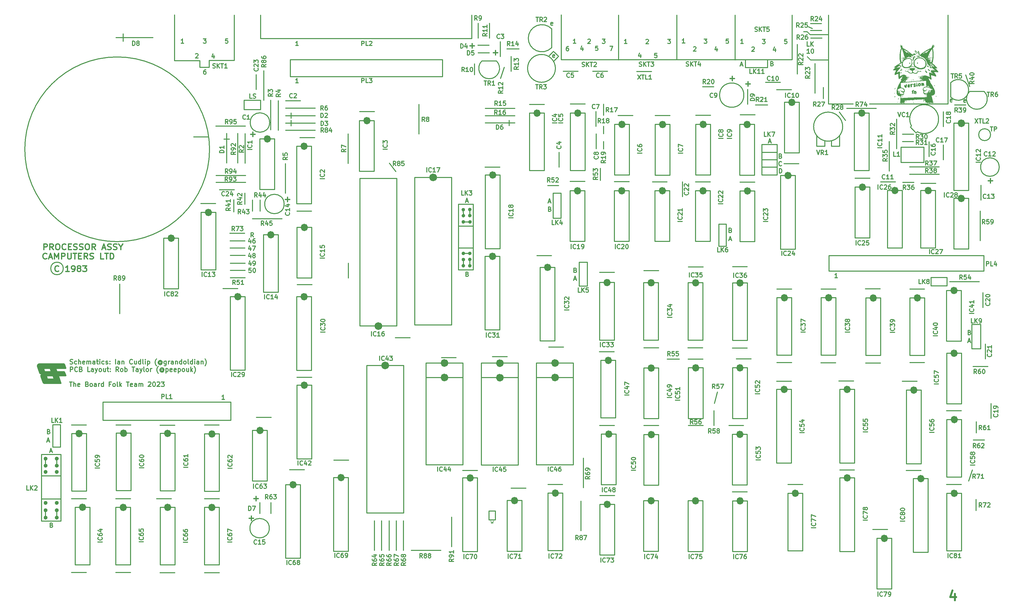
<source format=gbr>
%TF.GenerationSoftware,KiCad,Pcbnew,7.0.7*%
%TF.CreationDate,2023-11-21T20:32:33+00:00*%
%TF.ProjectId,lynx96,6c796e78-3936-42e6-9b69-6361645f7063,rev?*%
%TF.SameCoordinates,Original*%
%TF.FileFunction,Legend,Top*%
%TF.FilePolarity,Positive*%
%FSLAX46Y46*%
G04 Gerber Fmt 4.6, Leading zero omitted, Abs format (unit mm)*
G04 Created by KiCad (PCBNEW 7.0.7) date 2023-11-21 20:32:33*
%MOMM*%
%LPD*%
G01*
G04 APERTURE LIST*
%ADD10C,0.300000*%
%ADD11C,0.633011*%
%ADD12C,0.150000*%
%ADD13C,0.400000*%
%ADD14C,0.320000*%
%ADD15C,0.660000*%
%ADD16C,1.282166*%
%ADD17C,1.284637*%
%ADD18C,1.287014*%
%ADD19C,1.325925*%
%ADD20C,1.322007*%
%ADD21C,1.317262*%
%ADD22C,0.690000*%
G04 APERTURE END LIST*
D10*
X195270000Y-40970000D02*
X195270000Y-32880000D01*
X348300000Y-73470000D02*
X348697361Y-73054887D01*
X192370000Y-114940000D02*
X194590000Y-114940000D01*
D11*
X194906505Y-117030000D02*
G75*
G03*
X194906505Y-117030000I-316505J0D01*
G01*
X194906505Y-101920000D02*
G75*
G03*
X194906505Y-101920000I-316505J0D01*
G01*
D10*
X192380000Y-117070000D02*
X192370000Y-119080000D01*
X92920000Y-32850000D02*
X92920000Y-48550000D01*
X221750000Y-47100000D02*
X223360000Y-45370000D01*
X343090000Y-78420000D02*
X350980000Y-78420000D01*
X350980000Y-83640000D01*
X343090000Y-83640000D01*
X343090000Y-78420000D01*
X232270000Y-118040000D02*
X235070000Y-118040000D01*
X235070000Y-126180000D01*
X232270000Y-126180000D01*
X232270000Y-118040000D01*
X265885000Y-48280000D02*
X265885000Y-32920000D01*
D11*
X192666505Y-99890000D02*
G75*
G03*
X192666505Y-99890000I-316505J0D01*
G01*
D10*
X192360000Y-104100000D02*
X194660000Y-104100000D01*
X122590000Y-32910000D02*
X122590000Y-40970000D01*
X194590000Y-99830000D02*
X194590000Y-101920000D01*
X198763458Y-48644112D02*
X203760000Y-48640000D01*
X132820000Y-48240000D02*
X185230000Y-48240000D01*
X185230000Y-54110000D01*
X132820000Y-54110000D01*
X132820000Y-48240000D01*
X116910000Y-62200000D02*
X122590000Y-62200000D01*
X122590000Y-65470000D01*
X116910000Y-65470000D01*
X116910000Y-62200000D01*
D11*
X192676505Y-119200000D02*
G75*
G03*
X192676505Y-119200000I-316505J0D01*
G01*
D10*
X289490000Y-48280000D02*
X289490000Y-50980000D01*
X366723460Y-59164113D02*
G75*
G03*
X371775539Y-59222868I2496540J-2565887D01*
G01*
X346700000Y-71070000D02*
X346310000Y-71410000D01*
X346310000Y-71410000D02*
X348300000Y-73470000D01*
D11*
X194906505Y-119210000D02*
G75*
G03*
X194906505Y-119210000I-316505J0D01*
G01*
D10*
X224076415Y-51213585D02*
G75*
G03*
X224076415Y-51213585I-4796415J0D01*
G01*
X360234341Y-61124908D02*
X360230229Y-56128366D01*
X316850000Y-76170000D02*
X316850000Y-78040000D01*
X101680000Y-50910000D02*
X104820000Y-50910000D01*
X319120000Y-78060000D02*
X321920000Y-78060000D01*
X310740000Y-38550000D02*
X309620000Y-38550000D01*
X297170000Y-50980000D02*
X297170000Y-48270000D01*
X122590000Y-40970000D02*
X195270000Y-40970000D01*
X366723460Y-59164113D02*
X371720002Y-59160001D01*
X285920000Y-48290000D02*
X285920000Y-32930000D01*
X311220000Y-36940000D02*
X312530000Y-37450000D01*
D12*
X203760000Y-48640000D02*
X203900000Y-48790000D01*
D10*
X316850000Y-78040000D02*
X314050000Y-78040000D01*
X92920000Y-48550000D02*
X92920000Y-48550000D01*
D11*
X194906505Y-114940000D02*
G75*
G03*
X194906505Y-114940000I-316505J0D01*
G01*
X192676505Y-104090000D02*
G75*
G03*
X192676505Y-104090000I-316505J0D01*
G01*
D10*
X295170000Y-80180000D02*
X300440000Y-80180000D01*
X300440000Y-82710000D01*
X295170000Y-82710000D01*
X295170000Y-80180000D01*
X280370000Y-104900000D02*
X282910000Y-104900000D01*
X282910000Y-112480000D01*
X280370000Y-112480000D01*
X280370000Y-104900000D01*
X222763858Y-37570848D02*
X222763858Y-44090000D01*
X321920000Y-78060000D02*
X321920000Y-74430000D01*
X373916468Y-74060000D02*
G75*
G03*
X373916468Y-74060000I-2036468J0D01*
G01*
X222763883Y-37570823D02*
G75*
G03*
X222687046Y-44175132I-3354283J-3263577D01*
G01*
D11*
X194976505Y-104100000D02*
G75*
G03*
X194976505Y-104100000I-316505J0D01*
G01*
D10*
X360234309Y-61124939D02*
G75*
G03*
X360293097Y-56072830I2565891J2496539D01*
G01*
D11*
X192686505Y-114940000D02*
G75*
G03*
X192686505Y-114940000I-316505J0D01*
G01*
D10*
X314050000Y-78040000D02*
X314050000Y-74370000D01*
X305640000Y-48280000D02*
X305640000Y-32960000D01*
X295170000Y-77490000D02*
X300440000Y-77490000D01*
X300440000Y-87930000D01*
X295170000Y-87930000D01*
X295170000Y-77490000D01*
X225130000Y-47100000D02*
X223490000Y-48800000D01*
X348697361Y-73054887D02*
G75*
G03*
X346700000Y-71070000I2362639J4374887D01*
G01*
X54603747Y-120130000D02*
G75*
G03*
X54603747Y-120130000I-2163747J0D01*
G01*
X226130000Y-32850000D02*
X226130000Y-48280000D01*
X101680000Y-48550000D02*
X101680000Y-50910000D01*
X245800000Y-48290000D02*
X245800000Y-32930000D01*
X332240000Y-63470000D02*
X359290000Y-63470000D01*
X92920000Y-48550000D02*
X101680000Y-48550000D01*
X104820000Y-50910000D02*
X104820000Y-48540000D01*
X318140000Y-63470000D02*
X326640000Y-63470000D01*
X113510000Y-48540000D02*
X113510000Y-32930000D01*
X311810000Y-39620000D02*
X310740000Y-38550000D01*
X190730000Y-98030000D02*
X195790000Y-98030000D01*
X195790000Y-105530000D01*
X190730000Y-105530000D01*
X190730000Y-98030000D01*
X223360000Y-45370000D02*
X225130000Y-47100000D01*
X311940000Y-48320000D02*
X310880000Y-47260000D01*
X50980000Y-173970000D02*
X53670000Y-173970000D01*
X53670000Y-181720000D01*
X50980000Y-181720000D01*
X50980000Y-173970000D01*
D11*
X192696505Y-117070000D02*
G75*
G03*
X192696505Y-117070000I-316505J0D01*
G01*
D10*
X192350000Y-99890000D02*
X192380000Y-101960000D01*
X201189999Y-203724331D02*
X203410000Y-203724331D01*
X203410000Y-206775000D01*
X201189999Y-206775000D01*
X201189999Y-203724331D01*
X194590000Y-119210000D02*
X194590000Y-117030000D01*
X289490000Y-50980000D02*
X297170000Y-50980000D01*
X223350000Y-94260000D02*
X226030000Y-94260000D01*
X226030000Y-102880000D01*
X223350000Y-102880000D01*
X223350000Y-94260000D01*
X367490000Y-139460000D02*
X370530000Y-139460000D01*
X370530000Y-147830000D01*
X367490000Y-147830000D01*
X367490000Y-139460000D01*
X359290000Y-63470000D02*
X359290000Y-32880000D01*
X190730000Y-113140000D02*
X195790000Y-113140000D01*
X195790000Y-120640000D01*
X190730000Y-120640000D01*
X190730000Y-113140000D01*
X318280000Y-115690000D02*
X371660000Y-115690000D01*
X371660000Y-121090000D01*
X318280000Y-121090000D01*
X318280000Y-115690000D01*
X222763858Y-44090000D02*
X222653858Y-44200000D01*
X353400000Y-123250000D02*
X358930000Y-123250000D01*
X358930000Y-126140000D01*
X353400000Y-126140000D01*
X353400000Y-123250000D01*
X104965663Y-79085663D02*
G75*
G03*
X104965663Y-79085663I-31805663J0D01*
G01*
X318140000Y-39620000D02*
X311810000Y-39620000D01*
X323006316Y-71290000D02*
G75*
G03*
X323006316Y-71290000I-5006316J0D01*
G01*
X203760000Y-48640000D02*
X203930000Y-48830000D01*
X318140000Y-32920000D02*
X318140000Y-63470000D01*
X319120000Y-76170000D02*
X319120000Y-78060000D01*
X318150000Y-48320000D02*
X311940000Y-48320000D01*
X198763460Y-48644114D02*
G75*
G03*
X203815536Y-48702868I2496540J-2565886D01*
G01*
D11*
X192696505Y-101960000D02*
G75*
G03*
X192696505Y-101960000I-316505J0D01*
G01*
X194906505Y-99830000D02*
G75*
G03*
X194906505Y-99830000I-316505J0D01*
G01*
D10*
X295170000Y-82710000D02*
X300440000Y-82710000D01*
X300440000Y-85250000D01*
X295170000Y-85250000D01*
X295170000Y-82710000D01*
X226130000Y-48280000D02*
X305640000Y-48280000D01*
X104820000Y-48540000D02*
X113510000Y-48540000D01*
D13*
X52993157Y-120963961D02*
X52893157Y-121059200D01*
X52893157Y-121059200D02*
X52593157Y-121154438D01*
X52593157Y-121154438D02*
X52393157Y-121154438D01*
X52393157Y-121154438D02*
X52093157Y-121059200D01*
X52093157Y-121059200D02*
X51893157Y-120868723D01*
X51893157Y-120868723D02*
X51793157Y-120678247D01*
X51793157Y-120678247D02*
X51693157Y-120297295D01*
X51693157Y-120297295D02*
X51693157Y-120011580D01*
X51693157Y-120011580D02*
X51793157Y-119630628D01*
X51793157Y-119630628D02*
X51893157Y-119440152D01*
X51893157Y-119440152D02*
X52093157Y-119249676D01*
X52093157Y-119249676D02*
X52393157Y-119154438D01*
X52393157Y-119154438D02*
X52593157Y-119154438D01*
X52593157Y-119154438D02*
X52893157Y-119249676D01*
X52893157Y-119249676D02*
X52993157Y-119344914D01*
X56593157Y-121154438D02*
X55393157Y-121154438D01*
X55993157Y-121154438D02*
X55993157Y-119154438D01*
X55993157Y-119154438D02*
X55793157Y-119440152D01*
X55793157Y-119440152D02*
X55593157Y-119630628D01*
X55593157Y-119630628D02*
X55393157Y-119725866D01*
X57593157Y-121154438D02*
X57993157Y-121154438D01*
X57993157Y-121154438D02*
X58193157Y-121059200D01*
X58193157Y-121059200D02*
X58293157Y-120963961D01*
X58293157Y-120963961D02*
X58493157Y-120678247D01*
X58493157Y-120678247D02*
X58593157Y-120297295D01*
X58593157Y-120297295D02*
X58593157Y-119535390D01*
X58593157Y-119535390D02*
X58493157Y-119344914D01*
X58493157Y-119344914D02*
X58393157Y-119249676D01*
X58393157Y-119249676D02*
X58193157Y-119154438D01*
X58193157Y-119154438D02*
X57793157Y-119154438D01*
X57793157Y-119154438D02*
X57593157Y-119249676D01*
X57593157Y-119249676D02*
X57493157Y-119344914D01*
X57493157Y-119344914D02*
X57393157Y-119535390D01*
X57393157Y-119535390D02*
X57393157Y-120011580D01*
X57393157Y-120011580D02*
X57493157Y-120202057D01*
X57493157Y-120202057D02*
X57593157Y-120297295D01*
X57593157Y-120297295D02*
X57793157Y-120392533D01*
X57793157Y-120392533D02*
X58193157Y-120392533D01*
X58193157Y-120392533D02*
X58393157Y-120297295D01*
X58393157Y-120297295D02*
X58493157Y-120202057D01*
X58493157Y-120202057D02*
X58593157Y-120011580D01*
X59793157Y-120011580D02*
X59593157Y-119916342D01*
X59593157Y-119916342D02*
X59493157Y-119821104D01*
X59493157Y-119821104D02*
X59393157Y-119630628D01*
X59393157Y-119630628D02*
X59393157Y-119535390D01*
X59393157Y-119535390D02*
X59493157Y-119344914D01*
X59493157Y-119344914D02*
X59593157Y-119249676D01*
X59593157Y-119249676D02*
X59793157Y-119154438D01*
X59793157Y-119154438D02*
X60193157Y-119154438D01*
X60193157Y-119154438D02*
X60393157Y-119249676D01*
X60393157Y-119249676D02*
X60493157Y-119344914D01*
X60493157Y-119344914D02*
X60593157Y-119535390D01*
X60593157Y-119535390D02*
X60593157Y-119630628D01*
X60593157Y-119630628D02*
X60493157Y-119821104D01*
X60493157Y-119821104D02*
X60393157Y-119916342D01*
X60393157Y-119916342D02*
X60193157Y-120011580D01*
X60193157Y-120011580D02*
X59793157Y-120011580D01*
X59793157Y-120011580D02*
X59593157Y-120106819D01*
X59593157Y-120106819D02*
X59493157Y-120202057D01*
X59493157Y-120202057D02*
X59393157Y-120392533D01*
X59393157Y-120392533D02*
X59393157Y-120773485D01*
X59393157Y-120773485D02*
X59493157Y-120963961D01*
X59493157Y-120963961D02*
X59593157Y-121059200D01*
X59593157Y-121059200D02*
X59793157Y-121154438D01*
X59793157Y-121154438D02*
X60193157Y-121154438D01*
X60193157Y-121154438D02*
X60393157Y-121059200D01*
X60393157Y-121059200D02*
X60493157Y-120963961D01*
X60493157Y-120963961D02*
X60593157Y-120773485D01*
X60593157Y-120773485D02*
X60593157Y-120392533D01*
X60593157Y-120392533D02*
X60493157Y-120202057D01*
X60493157Y-120202057D02*
X60393157Y-120106819D01*
X60393157Y-120106819D02*
X60193157Y-120011580D01*
X61293157Y-119154438D02*
X62593157Y-119154438D01*
X62593157Y-119154438D02*
X61893157Y-119916342D01*
X61893157Y-119916342D02*
X62193157Y-119916342D01*
X62193157Y-119916342D02*
X62393157Y-120011580D01*
X62393157Y-120011580D02*
X62493157Y-120106819D01*
X62493157Y-120106819D02*
X62593157Y-120297295D01*
X62593157Y-120297295D02*
X62593157Y-120773485D01*
X62593157Y-120773485D02*
X62493157Y-120963961D01*
X62493157Y-120963961D02*
X62393157Y-121059200D01*
X62393157Y-121059200D02*
X62193157Y-121154438D01*
X62193157Y-121154438D02*
X61593157Y-121154438D01*
X61593157Y-121154438D02*
X61393157Y-121059200D01*
X61393157Y-121059200D02*
X61293157Y-120963961D01*
D10*
X106467368Y-46750828D02*
X106467368Y-47750828D01*
X106110225Y-46179400D02*
X105753082Y-47250828D01*
X105753082Y-47250828D02*
X106681653Y-47250828D01*
D13*
X130979347Y-96292533D02*
X132503157Y-96292533D01*
X131741252Y-97054438D02*
X131741252Y-95530628D01*
D10*
X271643082Y-43893685D02*
X271714510Y-43822257D01*
X271714510Y-43822257D02*
X271857368Y-43750828D01*
X271857368Y-43750828D02*
X272214510Y-43750828D01*
X272214510Y-43750828D02*
X272357368Y-43822257D01*
X272357368Y-43822257D02*
X272428796Y-43893685D01*
X272428796Y-43893685D02*
X272500225Y-44036542D01*
X272500225Y-44036542D02*
X272500225Y-44179400D01*
X272500225Y-44179400D02*
X272428796Y-44393685D01*
X272428796Y-44393685D02*
X271571653Y-45250828D01*
X271571653Y-45250828D02*
X272500225Y-45250828D01*
X100153082Y-46283685D02*
X100224510Y-46212257D01*
X100224510Y-46212257D02*
X100367368Y-46140828D01*
X100367368Y-46140828D02*
X100724510Y-46140828D01*
X100724510Y-46140828D02*
X100867368Y-46212257D01*
X100867368Y-46212257D02*
X100938796Y-46283685D01*
X100938796Y-46283685D02*
X101010225Y-46426542D01*
X101010225Y-46426542D02*
X101010225Y-46569400D01*
X101010225Y-46569400D02*
X100938796Y-46783685D01*
X100938796Y-46783685D02*
X100081653Y-47640828D01*
X100081653Y-47640828D02*
X101010225Y-47640828D01*
X297553082Y-76492257D02*
X298267368Y-76492257D01*
X297410225Y-76920828D02*
X297910225Y-75420828D01*
X297910225Y-75420828D02*
X298410225Y-76920828D01*
X223785939Y-47419400D02*
X223643082Y-47490828D01*
X223643082Y-47490828D02*
X223357368Y-47490828D01*
X223357368Y-47490828D02*
X223214510Y-47419400D01*
X223214510Y-47419400D02*
X223143082Y-47276542D01*
X223143082Y-47276542D02*
X223143082Y-46705114D01*
X223143082Y-46705114D02*
X223214510Y-46562257D01*
X223214510Y-46562257D02*
X223357368Y-46490828D01*
X223357368Y-46490828D02*
X223643082Y-46490828D01*
X223643082Y-46490828D02*
X223785939Y-46562257D01*
X223785939Y-46562257D02*
X223857368Y-46705114D01*
X223857368Y-46705114D02*
X223857368Y-46847971D01*
X223857368Y-46847971D02*
X223143082Y-46990828D01*
X268650225Y-42500828D02*
X267793082Y-42500828D01*
X268221653Y-42500828D02*
X268221653Y-41000828D01*
X268221653Y-41000828D02*
X268078796Y-41215114D01*
X268078796Y-41215114D02*
X267935939Y-41357971D01*
X267935939Y-41357971D02*
X267793082Y-41429400D01*
X242831653Y-43620828D02*
X243831653Y-43620828D01*
X243831653Y-43620828D02*
X243188796Y-45120828D01*
X110120225Y-165230828D02*
X109263082Y-165230828D01*
X109691653Y-165230828D02*
X109691653Y-163730828D01*
X109691653Y-163730828D02*
X109548796Y-163945114D01*
X109548796Y-163945114D02*
X109405939Y-164087971D01*
X109405939Y-164087971D02*
X109263082Y-164159400D01*
X279727368Y-44310828D02*
X279727368Y-45310828D01*
X279370225Y-43739400D02*
X279013082Y-44810828D01*
X279013082Y-44810828D02*
X279941653Y-44810828D01*
X230954510Y-120725114D02*
X231168796Y-120796542D01*
X231168796Y-120796542D02*
X231240225Y-120867971D01*
X231240225Y-120867971D02*
X231311653Y-121010828D01*
X231311653Y-121010828D02*
X231311653Y-121225114D01*
X231311653Y-121225114D02*
X231240225Y-121367971D01*
X231240225Y-121367971D02*
X231168796Y-121439400D01*
X231168796Y-121439400D02*
X231025939Y-121510828D01*
X231025939Y-121510828D02*
X230454510Y-121510828D01*
X230454510Y-121510828D02*
X230454510Y-120010828D01*
X230454510Y-120010828D02*
X230954510Y-120010828D01*
X230954510Y-120010828D02*
X231097368Y-120082257D01*
X231097368Y-120082257D02*
X231168796Y-120153685D01*
X231168796Y-120153685D02*
X231240225Y-120296542D01*
X231240225Y-120296542D02*
X231240225Y-120439400D01*
X231240225Y-120439400D02*
X231168796Y-120582257D01*
X231168796Y-120582257D02*
X231097368Y-120653685D01*
X231097368Y-120653685D02*
X230954510Y-120725114D01*
X230954510Y-120725114D02*
X230454510Y-120725114D01*
D13*
X194629347Y-43422533D02*
X196153157Y-43422533D01*
X195391252Y-44184438D02*
X195391252Y-42660628D01*
D10*
X301214510Y-87270828D02*
X301214510Y-85770828D01*
X301214510Y-85770828D02*
X301571653Y-85770828D01*
X301571653Y-85770828D02*
X301785939Y-85842257D01*
X301785939Y-85842257D02*
X301928796Y-85985114D01*
X301928796Y-85985114D02*
X302000225Y-86127971D01*
X302000225Y-86127971D02*
X302071653Y-86413685D01*
X302071653Y-86413685D02*
X302071653Y-86627971D01*
X302071653Y-86627971D02*
X302000225Y-86913685D01*
X302000225Y-86913685D02*
X301928796Y-87056542D01*
X301928796Y-87056542D02*
X301785939Y-87199400D01*
X301785939Y-87199400D02*
X301571653Y-87270828D01*
X301571653Y-87270828D02*
X301214510Y-87270828D01*
D12*
X201770112Y-207029819D02*
X202055826Y-208029819D01*
X202055826Y-208029819D02*
X202284398Y-207315533D01*
X202284398Y-207315533D02*
X202512969Y-208029819D01*
X202512969Y-208029819D02*
X202798684Y-207029819D01*
D10*
X283903082Y-110172257D02*
X284617368Y-110172257D01*
X283760225Y-110600828D02*
X284260225Y-109100828D01*
X284260225Y-109100828D02*
X284760225Y-110600828D01*
X295371653Y-41230828D02*
X296300225Y-41230828D01*
X296300225Y-41230828D02*
X295800225Y-41802257D01*
X295800225Y-41802257D02*
X296014510Y-41802257D01*
X296014510Y-41802257D02*
X296157368Y-41873685D01*
X296157368Y-41873685D02*
X296228796Y-41945114D01*
X296228796Y-41945114D02*
X296300225Y-42087971D01*
X296300225Y-42087971D02*
X296300225Y-42445114D01*
X296300225Y-42445114D02*
X296228796Y-42587971D01*
X296228796Y-42587971D02*
X296157368Y-42659400D01*
X296157368Y-42659400D02*
X296014510Y-42730828D01*
X296014510Y-42730828D02*
X295585939Y-42730828D01*
X295585939Y-42730828D02*
X295443082Y-42659400D01*
X295443082Y-42659400D02*
X295371653Y-42587971D01*
X230453082Y-123852257D02*
X231167368Y-123852257D01*
X230310225Y-124280828D02*
X230810225Y-122780828D01*
X230810225Y-122780828D02*
X231310225Y-124280828D01*
X233507368Y-44110828D02*
X233507368Y-45110828D01*
X233150225Y-43539400D02*
X232793082Y-44610828D01*
X232793082Y-44610828D02*
X233721653Y-44610828D01*
X283638796Y-41090828D02*
X282924510Y-41090828D01*
X282924510Y-41090828D02*
X282853082Y-41805114D01*
X282853082Y-41805114D02*
X282924510Y-41733685D01*
X282924510Y-41733685D02*
X283067368Y-41662257D01*
X283067368Y-41662257D02*
X283424510Y-41662257D01*
X283424510Y-41662257D02*
X283567368Y-41733685D01*
X283567368Y-41733685D02*
X283638796Y-41805114D01*
X283638796Y-41805114D02*
X283710225Y-41947971D01*
X283710225Y-41947971D02*
X283710225Y-42305114D01*
X283710225Y-42305114D02*
X283638796Y-42447971D01*
X283638796Y-42447971D02*
X283567368Y-42519400D01*
X283567368Y-42519400D02*
X283424510Y-42590828D01*
X283424510Y-42590828D02*
X283067368Y-42590828D01*
X283067368Y-42590828D02*
X282924510Y-42519400D01*
X282924510Y-42519400D02*
X282853082Y-42447971D01*
X111228796Y-41050828D02*
X110514510Y-41050828D01*
X110514510Y-41050828D02*
X110443082Y-41765114D01*
X110443082Y-41765114D02*
X110514510Y-41693685D01*
X110514510Y-41693685D02*
X110657368Y-41622257D01*
X110657368Y-41622257D02*
X111014510Y-41622257D01*
X111014510Y-41622257D02*
X111157368Y-41693685D01*
X111157368Y-41693685D02*
X111228796Y-41765114D01*
X111228796Y-41765114D02*
X111300225Y-41907971D01*
X111300225Y-41907971D02*
X111300225Y-42265114D01*
X111300225Y-42265114D02*
X111228796Y-42407971D01*
X111228796Y-42407971D02*
X111157368Y-42479400D01*
X111157368Y-42479400D02*
X111014510Y-42550828D01*
X111014510Y-42550828D02*
X110657368Y-42550828D01*
X110657368Y-42550828D02*
X110514510Y-42479400D01*
X110514510Y-42479400D02*
X110443082Y-42407971D01*
X193223082Y-96992257D02*
X193937368Y-96992257D01*
X193080225Y-97420828D02*
X193580225Y-95920828D01*
X193580225Y-95920828D02*
X194080225Y-97420828D01*
X253417368Y-46500828D02*
X253417368Y-47500828D01*
X253060225Y-45929400D02*
X252703082Y-47000828D01*
X252703082Y-47000828D02*
X253631653Y-47000828D01*
X366684510Y-142165114D02*
X366898796Y-142236542D01*
X366898796Y-142236542D02*
X366970225Y-142307971D01*
X366970225Y-142307971D02*
X367041653Y-142450828D01*
X367041653Y-142450828D02*
X367041653Y-142665114D01*
X367041653Y-142665114D02*
X366970225Y-142807971D01*
X366970225Y-142807971D02*
X366898796Y-142879400D01*
X366898796Y-142879400D02*
X366755939Y-142950828D01*
X366755939Y-142950828D02*
X366184510Y-142950828D01*
X366184510Y-142950828D02*
X366184510Y-141450828D01*
X366184510Y-141450828D02*
X366684510Y-141450828D01*
X366684510Y-141450828D02*
X366827368Y-141522257D01*
X366827368Y-141522257D02*
X366898796Y-141593685D01*
X366898796Y-141593685D02*
X366970225Y-141736542D01*
X366970225Y-141736542D02*
X366970225Y-141879400D01*
X366970225Y-141879400D02*
X366898796Y-142022257D01*
X366898796Y-142022257D02*
X366827368Y-142093685D01*
X366827368Y-142093685D02*
X366684510Y-142165114D01*
X366684510Y-142165114D02*
X366184510Y-142165114D01*
X301941653Y-84637971D02*
X301870225Y-84709400D01*
X301870225Y-84709400D02*
X301655939Y-84780828D01*
X301655939Y-84780828D02*
X301513082Y-84780828D01*
X301513082Y-84780828D02*
X301298796Y-84709400D01*
X301298796Y-84709400D02*
X301155939Y-84566542D01*
X301155939Y-84566542D02*
X301084510Y-84423685D01*
X301084510Y-84423685D02*
X301013082Y-84137971D01*
X301013082Y-84137971D02*
X301013082Y-83923685D01*
X301013082Y-83923685D02*
X301084510Y-83637971D01*
X301084510Y-83637971D02*
X301155939Y-83495114D01*
X301155939Y-83495114D02*
X301298796Y-83352257D01*
X301298796Y-83352257D02*
X301513082Y-83280828D01*
X301513082Y-83280828D02*
X301655939Y-83280828D01*
X301655939Y-83280828D02*
X301870225Y-83352257D01*
X301870225Y-83352257D02*
X301941653Y-83423685D01*
X231130225Y-42600828D02*
X230273082Y-42600828D01*
X230701653Y-42600828D02*
X230701653Y-41100828D01*
X230701653Y-41100828D02*
X230558796Y-41315114D01*
X230558796Y-41315114D02*
X230415939Y-41457971D01*
X230415939Y-41457971D02*
X230273082Y-41529400D01*
X258998796Y-46030828D02*
X258284510Y-46030828D01*
X258284510Y-46030828D02*
X258213082Y-46745114D01*
X258213082Y-46745114D02*
X258284510Y-46673685D01*
X258284510Y-46673685D02*
X258427368Y-46602257D01*
X258427368Y-46602257D02*
X258784510Y-46602257D01*
X258784510Y-46602257D02*
X258927368Y-46673685D01*
X258927368Y-46673685D02*
X258998796Y-46745114D01*
X258998796Y-46745114D02*
X259070225Y-46887971D01*
X259070225Y-46887971D02*
X259070225Y-47245114D01*
X259070225Y-47245114D02*
X258998796Y-47387971D01*
X258998796Y-47387971D02*
X258927368Y-47459400D01*
X258927368Y-47459400D02*
X258784510Y-47530828D01*
X258784510Y-47530828D02*
X258427368Y-47530828D01*
X258427368Y-47530828D02*
X258284510Y-47459400D01*
X258284510Y-47459400D02*
X258213082Y-47387971D01*
D13*
X120219347Y-199392533D02*
X121743157Y-199392533D01*
X120981252Y-200154438D02*
X120981252Y-198630628D01*
D10*
X119117368Y-112940828D02*
X119117368Y-113940828D01*
X118760225Y-112369400D02*
X118403082Y-113440828D01*
X118403082Y-113440828D02*
X119331653Y-113440828D01*
X119760224Y-112440828D02*
X120760224Y-112440828D01*
X120760224Y-112440828D02*
X120117367Y-113940828D01*
D13*
X202609347Y-45822533D02*
X204133157Y-45822533D01*
X203371252Y-46584438D02*
X203371252Y-45060628D01*
X289609347Y-56552533D02*
X291133157Y-56552533D01*
X290371252Y-57314438D02*
X290371252Y-55790628D01*
X119059347Y-73872533D02*
X120583157Y-73872533D01*
X119821252Y-74634438D02*
X119821252Y-73110628D01*
D10*
X119288796Y-120050828D02*
X118574510Y-120050828D01*
X118574510Y-120050828D02*
X118503082Y-120765114D01*
X118503082Y-120765114D02*
X118574510Y-120693685D01*
X118574510Y-120693685D02*
X118717368Y-120622257D01*
X118717368Y-120622257D02*
X119074510Y-120622257D01*
X119074510Y-120622257D02*
X119217368Y-120693685D01*
X119217368Y-120693685D02*
X119288796Y-120765114D01*
X119288796Y-120765114D02*
X119360225Y-120907971D01*
X119360225Y-120907971D02*
X119360225Y-121265114D01*
X119360225Y-121265114D02*
X119288796Y-121407971D01*
X119288796Y-121407971D02*
X119217368Y-121479400D01*
X119217368Y-121479400D02*
X119074510Y-121550828D01*
X119074510Y-121550828D02*
X118717368Y-121550828D01*
X118717368Y-121550828D02*
X118574510Y-121479400D01*
X118574510Y-121479400D02*
X118503082Y-121407971D01*
X120288796Y-120050828D02*
X120431653Y-120050828D01*
X120431653Y-120050828D02*
X120574510Y-120122257D01*
X120574510Y-120122257D02*
X120645939Y-120193685D01*
X120645939Y-120193685D02*
X120717367Y-120336542D01*
X120717367Y-120336542D02*
X120788796Y-120622257D01*
X120788796Y-120622257D02*
X120788796Y-120979400D01*
X120788796Y-120979400D02*
X120717367Y-121265114D01*
X120717367Y-121265114D02*
X120645939Y-121407971D01*
X120645939Y-121407971D02*
X120574510Y-121479400D01*
X120574510Y-121479400D02*
X120431653Y-121550828D01*
X120431653Y-121550828D02*
X120288796Y-121550828D01*
X120288796Y-121550828D02*
X120145939Y-121479400D01*
X120145939Y-121479400D02*
X120074510Y-121407971D01*
X120074510Y-121407971D02*
X120003081Y-121265114D01*
X120003081Y-121265114D02*
X119931653Y-120979400D01*
X119931653Y-120979400D02*
X119931653Y-120622257D01*
X119931653Y-120622257D02*
X120003081Y-120336542D01*
X120003081Y-120336542D02*
X120074510Y-120193685D01*
X120074510Y-120193685D02*
X120145939Y-120122257D01*
X120145939Y-120122257D02*
X120288796Y-120050828D01*
X287793082Y-50052257D02*
X288507368Y-50052257D01*
X287650225Y-50480828D02*
X288150225Y-48980828D01*
X288150225Y-48980828D02*
X288650225Y-50480828D01*
X248720225Y-42690828D02*
X247863082Y-42690828D01*
X248291653Y-42690828D02*
X248291653Y-41190828D01*
X248291653Y-41190828D02*
X248148796Y-41405114D01*
X248148796Y-41405114D02*
X248005939Y-41547971D01*
X248005939Y-41547971D02*
X247863082Y-41619400D01*
X193724510Y-122085114D02*
X193938796Y-122156542D01*
X193938796Y-122156542D02*
X194010225Y-122227971D01*
X194010225Y-122227971D02*
X194081653Y-122370828D01*
X194081653Y-122370828D02*
X194081653Y-122585114D01*
X194081653Y-122585114D02*
X194010225Y-122727971D01*
X194010225Y-122727971D02*
X193938796Y-122799400D01*
X193938796Y-122799400D02*
X193795939Y-122870828D01*
X193795939Y-122870828D02*
X193224510Y-122870828D01*
X193224510Y-122870828D02*
X193224510Y-121370828D01*
X193224510Y-121370828D02*
X193724510Y-121370828D01*
X193724510Y-121370828D02*
X193867368Y-121442257D01*
X193867368Y-121442257D02*
X193938796Y-121513685D01*
X193938796Y-121513685D02*
X194010225Y-121656542D01*
X194010225Y-121656542D02*
X194010225Y-121799400D01*
X194010225Y-121799400D02*
X193938796Y-121942257D01*
X193938796Y-121942257D02*
X193867368Y-122013685D01*
X193867368Y-122013685D02*
X193724510Y-122085114D01*
X193724510Y-122085114D02*
X193224510Y-122085114D01*
X366193082Y-145232257D02*
X366907368Y-145232257D01*
X366050225Y-145660828D02*
X366550225Y-144160828D01*
X366550225Y-144160828D02*
X367050225Y-145660828D01*
X119167368Y-118110828D02*
X119167368Y-119110828D01*
X118810225Y-117539400D02*
X118453082Y-118610828D01*
X118453082Y-118610828D02*
X119381653Y-118610828D01*
X120024510Y-119110828D02*
X120310224Y-119110828D01*
X120310224Y-119110828D02*
X120453081Y-119039400D01*
X120453081Y-119039400D02*
X120524510Y-118967971D01*
X120524510Y-118967971D02*
X120667367Y-118753685D01*
X120667367Y-118753685D02*
X120738796Y-118467971D01*
X120738796Y-118467971D02*
X120738796Y-117896542D01*
X120738796Y-117896542D02*
X120667367Y-117753685D01*
X120667367Y-117753685D02*
X120595939Y-117682257D01*
X120595939Y-117682257D02*
X120453081Y-117610828D01*
X120453081Y-117610828D02*
X120167367Y-117610828D01*
X120167367Y-117610828D02*
X120024510Y-117682257D01*
X120024510Y-117682257D02*
X119953081Y-117753685D01*
X119953081Y-117753685D02*
X119881653Y-117896542D01*
X119881653Y-117896542D02*
X119881653Y-118253685D01*
X119881653Y-118253685D02*
X119953081Y-118396542D01*
X119953081Y-118396542D02*
X120024510Y-118467971D01*
X120024510Y-118467971D02*
X120167367Y-118539400D01*
X120167367Y-118539400D02*
X120453081Y-118539400D01*
X120453081Y-118539400D02*
X120595939Y-118467971D01*
X120595939Y-118467971D02*
X120667367Y-118396542D01*
X120667367Y-118396542D02*
X120738796Y-118253685D01*
X120081653Y-109310828D02*
X119581653Y-108596542D01*
X119224510Y-109310828D02*
X119224510Y-107810828D01*
X119224510Y-107810828D02*
X119795939Y-107810828D01*
X119795939Y-107810828D02*
X119938796Y-107882257D01*
X119938796Y-107882257D02*
X120010225Y-107953685D01*
X120010225Y-107953685D02*
X120081653Y-108096542D01*
X120081653Y-108096542D02*
X120081653Y-108310828D01*
X120081653Y-108310828D02*
X120010225Y-108453685D01*
X120010225Y-108453685D02*
X119938796Y-108525114D01*
X119938796Y-108525114D02*
X119795939Y-108596542D01*
X119795939Y-108596542D02*
X119224510Y-108596542D01*
X235273082Y-41273685D02*
X235344510Y-41202257D01*
X235344510Y-41202257D02*
X235487368Y-41130828D01*
X235487368Y-41130828D02*
X235844510Y-41130828D01*
X235844510Y-41130828D02*
X235987368Y-41202257D01*
X235987368Y-41202257D02*
X236058796Y-41273685D01*
X236058796Y-41273685D02*
X236130225Y-41416542D01*
X236130225Y-41416542D02*
X236130225Y-41559400D01*
X236130225Y-41559400D02*
X236058796Y-41773685D01*
X236058796Y-41773685D02*
X235201653Y-42630828D01*
X235201653Y-42630828D02*
X236130225Y-42630828D01*
D13*
X48853157Y-116653961D02*
X48753157Y-116749200D01*
X48753157Y-116749200D02*
X48453157Y-116844438D01*
X48453157Y-116844438D02*
X48253157Y-116844438D01*
X48253157Y-116844438D02*
X47953157Y-116749200D01*
X47953157Y-116749200D02*
X47753157Y-116558723D01*
X47753157Y-116558723D02*
X47653157Y-116368247D01*
X47653157Y-116368247D02*
X47553157Y-115987295D01*
X47553157Y-115987295D02*
X47553157Y-115701580D01*
X47553157Y-115701580D02*
X47653157Y-115320628D01*
X47653157Y-115320628D02*
X47753157Y-115130152D01*
X47753157Y-115130152D02*
X47953157Y-114939676D01*
X47953157Y-114939676D02*
X48253157Y-114844438D01*
X48253157Y-114844438D02*
X48453157Y-114844438D01*
X48453157Y-114844438D02*
X48753157Y-114939676D01*
X48753157Y-114939676D02*
X48853157Y-115034914D01*
X49653157Y-116273009D02*
X50653157Y-116273009D01*
X49453157Y-116844438D02*
X50153157Y-114844438D01*
X50153157Y-114844438D02*
X50853157Y-116844438D01*
X51553157Y-116844438D02*
X51553157Y-114844438D01*
X51553157Y-114844438D02*
X52253157Y-116273009D01*
X52253157Y-116273009D02*
X52953157Y-114844438D01*
X52953157Y-114844438D02*
X52953157Y-116844438D01*
X53953157Y-116844438D02*
X53953157Y-114844438D01*
X53953157Y-114844438D02*
X54753157Y-114844438D01*
X54753157Y-114844438D02*
X54953157Y-114939676D01*
X54953157Y-114939676D02*
X55053157Y-115034914D01*
X55053157Y-115034914D02*
X55153157Y-115225390D01*
X55153157Y-115225390D02*
X55153157Y-115511104D01*
X55153157Y-115511104D02*
X55053157Y-115701580D01*
X55053157Y-115701580D02*
X54953157Y-115796819D01*
X54953157Y-115796819D02*
X54753157Y-115892057D01*
X54753157Y-115892057D02*
X53953157Y-115892057D01*
X56053157Y-114844438D02*
X56053157Y-116463485D01*
X56053157Y-116463485D02*
X56153157Y-116653961D01*
X56153157Y-116653961D02*
X56253157Y-116749200D01*
X56253157Y-116749200D02*
X56453157Y-116844438D01*
X56453157Y-116844438D02*
X56853157Y-116844438D01*
X56853157Y-116844438D02*
X57053157Y-116749200D01*
X57053157Y-116749200D02*
X57153157Y-116653961D01*
X57153157Y-116653961D02*
X57253157Y-116463485D01*
X57253157Y-116463485D02*
X57253157Y-114844438D01*
X57953157Y-114844438D02*
X59153157Y-114844438D01*
X58553157Y-116844438D02*
X58553157Y-114844438D01*
X59853157Y-115796819D02*
X60553157Y-115796819D01*
X60853157Y-116844438D02*
X59853157Y-116844438D01*
X59853157Y-116844438D02*
X59853157Y-114844438D01*
X59853157Y-114844438D02*
X60853157Y-114844438D01*
X62953157Y-116844438D02*
X62253157Y-115892057D01*
X61753157Y-116844438D02*
X61753157Y-114844438D01*
X61753157Y-114844438D02*
X62553157Y-114844438D01*
X62553157Y-114844438D02*
X62753157Y-114939676D01*
X62753157Y-114939676D02*
X62853157Y-115034914D01*
X62853157Y-115034914D02*
X62953157Y-115225390D01*
X62953157Y-115225390D02*
X62953157Y-115511104D01*
X62953157Y-115511104D02*
X62853157Y-115701580D01*
X62853157Y-115701580D02*
X62753157Y-115796819D01*
X62753157Y-115796819D02*
X62553157Y-115892057D01*
X62553157Y-115892057D02*
X61753157Y-115892057D01*
X63753157Y-116749200D02*
X64053157Y-116844438D01*
X64053157Y-116844438D02*
X64553157Y-116844438D01*
X64553157Y-116844438D02*
X64753157Y-116749200D01*
X64753157Y-116749200D02*
X64853157Y-116653961D01*
X64853157Y-116653961D02*
X64953157Y-116463485D01*
X64953157Y-116463485D02*
X64953157Y-116273009D01*
X64953157Y-116273009D02*
X64853157Y-116082533D01*
X64853157Y-116082533D02*
X64753157Y-115987295D01*
X64753157Y-115987295D02*
X64553157Y-115892057D01*
X64553157Y-115892057D02*
X64153157Y-115796819D01*
X64153157Y-115796819D02*
X63953157Y-115701580D01*
X63953157Y-115701580D02*
X63853157Y-115606342D01*
X63853157Y-115606342D02*
X63753157Y-115415866D01*
X63753157Y-115415866D02*
X63753157Y-115225390D01*
X63753157Y-115225390D02*
X63853157Y-115034914D01*
X63853157Y-115034914D02*
X63953157Y-114939676D01*
X63953157Y-114939676D02*
X64153157Y-114844438D01*
X64153157Y-114844438D02*
X64653157Y-114844438D01*
X64653157Y-114844438D02*
X64953157Y-114939676D01*
X68453157Y-116844438D02*
X67453157Y-116844438D01*
X67453157Y-116844438D02*
X67453157Y-114844438D01*
X68853157Y-114844438D02*
X70053157Y-114844438D01*
X69453157Y-116844438D02*
X69453157Y-114844438D01*
X70753157Y-116844438D02*
X70753157Y-114844438D01*
X70753157Y-114844438D02*
X71253157Y-114844438D01*
X71253157Y-114844438D02*
X71553157Y-114939676D01*
X71553157Y-114939676D02*
X71753157Y-115130152D01*
X71753157Y-115130152D02*
X71853157Y-115320628D01*
X71853157Y-115320628D02*
X71953157Y-115701580D01*
X71953157Y-115701580D02*
X71953157Y-115987295D01*
X71953157Y-115987295D02*
X71853157Y-116368247D01*
X71853157Y-116368247D02*
X71753157Y-116558723D01*
X71753157Y-116558723D02*
X71553157Y-116749200D01*
X71553157Y-116749200D02*
X71253157Y-116844438D01*
X71253157Y-116844438D02*
X70753157Y-116844438D01*
D10*
X240201653Y-41130828D02*
X241130225Y-41130828D01*
X241130225Y-41130828D02*
X240630225Y-41702257D01*
X240630225Y-41702257D02*
X240844510Y-41702257D01*
X240844510Y-41702257D02*
X240987368Y-41773685D01*
X240987368Y-41773685D02*
X241058796Y-41845114D01*
X241058796Y-41845114D02*
X241130225Y-41987971D01*
X241130225Y-41987971D02*
X241130225Y-42345114D01*
X241130225Y-42345114D02*
X241058796Y-42487971D01*
X241058796Y-42487971D02*
X240987368Y-42559400D01*
X240987368Y-42559400D02*
X240844510Y-42630828D01*
X240844510Y-42630828D02*
X240415939Y-42630828D01*
X240415939Y-42630828D02*
X240273082Y-42559400D01*
X240273082Y-42559400D02*
X240201653Y-42487971D01*
X311508796Y-43595828D02*
X310794510Y-43595828D01*
X310794510Y-43595828D02*
X310794510Y-42095828D01*
X312008796Y-43595828D02*
X312008796Y-42095828D01*
X312865939Y-43595828D02*
X312223082Y-42738685D01*
X312865939Y-42095828D02*
X312008796Y-42952971D01*
X311580225Y-46010828D02*
X310723082Y-46010828D01*
X311151653Y-46010828D02*
X311151653Y-44510828D01*
X311151653Y-44510828D02*
X311008796Y-44725114D01*
X311008796Y-44725114D02*
X310865939Y-44867971D01*
X310865939Y-44867971D02*
X310723082Y-44939400D01*
X312508796Y-44510828D02*
X312651653Y-44510828D01*
X312651653Y-44510828D02*
X312794510Y-44582257D01*
X312794510Y-44582257D02*
X312865939Y-44653685D01*
X312865939Y-44653685D02*
X312937367Y-44796542D01*
X312937367Y-44796542D02*
X313008796Y-45082257D01*
X313008796Y-45082257D02*
X313008796Y-45439400D01*
X313008796Y-45439400D02*
X312937367Y-45725114D01*
X312937367Y-45725114D02*
X312865939Y-45867971D01*
X312865939Y-45867971D02*
X312794510Y-45939400D01*
X312794510Y-45939400D02*
X312651653Y-46010828D01*
X312651653Y-46010828D02*
X312508796Y-46010828D01*
X312508796Y-46010828D02*
X312365939Y-45939400D01*
X312365939Y-45939400D02*
X312294510Y-45867971D01*
X312294510Y-45867971D02*
X312223081Y-45725114D01*
X312223081Y-45725114D02*
X312151653Y-45439400D01*
X312151653Y-45439400D02*
X312151653Y-45082257D01*
X312151653Y-45082257D02*
X312223081Y-44796542D01*
X312223081Y-44796542D02*
X312294510Y-44653685D01*
X312294510Y-44653685D02*
X312365939Y-44582257D01*
X312365939Y-44582257D02*
X312508796Y-44510828D01*
X299827368Y-44440828D02*
X299827368Y-45440828D01*
X299470225Y-43869400D02*
X299113082Y-44940828D01*
X299113082Y-44940828D02*
X300041653Y-44940828D01*
X321220225Y-123330828D02*
X320363082Y-123330828D01*
X320791653Y-123330828D02*
X320791653Y-121830828D01*
X320791653Y-121830828D02*
X320648796Y-122045114D01*
X320648796Y-122045114D02*
X320505939Y-122187971D01*
X320505939Y-122187971D02*
X320363082Y-122259400D01*
X119137368Y-110400828D02*
X119137368Y-111400828D01*
X118780225Y-109829400D02*
X118423082Y-110900828D01*
X118423082Y-110900828D02*
X119351653Y-110900828D01*
X120565939Y-109900828D02*
X120280224Y-109900828D01*
X120280224Y-109900828D02*
X120137367Y-109972257D01*
X120137367Y-109972257D02*
X120065939Y-110043685D01*
X120065939Y-110043685D02*
X119923081Y-110257971D01*
X119923081Y-110257971D02*
X119851653Y-110543685D01*
X119851653Y-110543685D02*
X119851653Y-111115114D01*
X119851653Y-111115114D02*
X119923081Y-111257971D01*
X119923081Y-111257971D02*
X119994510Y-111329400D01*
X119994510Y-111329400D02*
X120137367Y-111400828D01*
X120137367Y-111400828D02*
X120423081Y-111400828D01*
X120423081Y-111400828D02*
X120565939Y-111329400D01*
X120565939Y-111329400D02*
X120637367Y-111257971D01*
X120637367Y-111257971D02*
X120708796Y-111115114D01*
X120708796Y-111115114D02*
X120708796Y-110757971D01*
X120708796Y-110757971D02*
X120637367Y-110615114D01*
X120637367Y-110615114D02*
X120565939Y-110543685D01*
X120565939Y-110543685D02*
X120423081Y-110472257D01*
X120423081Y-110472257D02*
X120137367Y-110472257D01*
X120137367Y-110472257D02*
X119994510Y-110543685D01*
X119994510Y-110543685D02*
X119923081Y-110615114D01*
X119923081Y-110615114D02*
X119851653Y-110757971D01*
X301624510Y-81415114D02*
X301838796Y-81486542D01*
X301838796Y-81486542D02*
X301910225Y-81557971D01*
X301910225Y-81557971D02*
X301981653Y-81700828D01*
X301981653Y-81700828D02*
X301981653Y-81915114D01*
X301981653Y-81915114D02*
X301910225Y-82057971D01*
X301910225Y-82057971D02*
X301838796Y-82129400D01*
X301838796Y-82129400D02*
X301695939Y-82200828D01*
X301695939Y-82200828D02*
X301124510Y-82200828D01*
X301124510Y-82200828D02*
X301124510Y-80700828D01*
X301124510Y-80700828D02*
X301624510Y-80700828D01*
X301624510Y-80700828D02*
X301767368Y-80772257D01*
X301767368Y-80772257D02*
X301838796Y-80843685D01*
X301838796Y-80843685D02*
X301910225Y-80986542D01*
X301910225Y-80986542D02*
X301910225Y-81129400D01*
X301910225Y-81129400D02*
X301838796Y-81272257D01*
X301838796Y-81272257D02*
X301767368Y-81343685D01*
X301767368Y-81343685D02*
X301624510Y-81415114D01*
X301624510Y-81415114D02*
X301124510Y-81415114D01*
X49614510Y-176315114D02*
X49828796Y-176386542D01*
X49828796Y-176386542D02*
X49900225Y-176457971D01*
X49900225Y-176457971D02*
X49971653Y-176600828D01*
X49971653Y-176600828D02*
X49971653Y-176815114D01*
X49971653Y-176815114D02*
X49900225Y-176957971D01*
X49900225Y-176957971D02*
X49828796Y-177029400D01*
X49828796Y-177029400D02*
X49685939Y-177100828D01*
X49685939Y-177100828D02*
X49114510Y-177100828D01*
X49114510Y-177100828D02*
X49114510Y-175600828D01*
X49114510Y-175600828D02*
X49614510Y-175600828D01*
X49614510Y-175600828D02*
X49757368Y-175672257D01*
X49757368Y-175672257D02*
X49828796Y-175743685D01*
X49828796Y-175743685D02*
X49900225Y-175886542D01*
X49900225Y-175886542D02*
X49900225Y-176029400D01*
X49900225Y-176029400D02*
X49828796Y-176172257D01*
X49828796Y-176172257D02*
X49757368Y-176243685D01*
X49757368Y-176243685D02*
X49614510Y-176315114D01*
X49614510Y-176315114D02*
X49114510Y-176315114D01*
X135540225Y-43370828D02*
X134683082Y-43370828D01*
X135111653Y-43370828D02*
X135111653Y-41870828D01*
X135111653Y-41870828D02*
X134968796Y-42085114D01*
X134968796Y-42085114D02*
X134825939Y-42227971D01*
X134825939Y-42227971D02*
X134683082Y-42299400D01*
X365315939Y-62899400D02*
X365173082Y-62970828D01*
X365173082Y-62970828D02*
X364887368Y-62970828D01*
X364887368Y-62970828D02*
X364744510Y-62899400D01*
X364744510Y-62899400D02*
X364673082Y-62756542D01*
X364673082Y-62756542D02*
X364673082Y-62185114D01*
X364673082Y-62185114D02*
X364744510Y-62042257D01*
X364744510Y-62042257D02*
X364887368Y-61970828D01*
X364887368Y-61970828D02*
X365173082Y-61970828D01*
X365173082Y-61970828D02*
X365315939Y-62042257D01*
X365315939Y-62042257D02*
X365387368Y-62185114D01*
X365387368Y-62185114D02*
X365387368Y-62327971D01*
X365387368Y-62327971D02*
X364673082Y-62470828D01*
X238668796Y-43550828D02*
X237954510Y-43550828D01*
X237954510Y-43550828D02*
X237883082Y-44265114D01*
X237883082Y-44265114D02*
X237954510Y-44193685D01*
X237954510Y-44193685D02*
X238097368Y-44122257D01*
X238097368Y-44122257D02*
X238454510Y-44122257D01*
X238454510Y-44122257D02*
X238597368Y-44193685D01*
X238597368Y-44193685D02*
X238668796Y-44265114D01*
X238668796Y-44265114D02*
X238740225Y-44407971D01*
X238740225Y-44407971D02*
X238740225Y-44765114D01*
X238740225Y-44765114D02*
X238668796Y-44907971D01*
X238668796Y-44907971D02*
X238597368Y-44979400D01*
X238597368Y-44979400D02*
X238454510Y-45050828D01*
X238454510Y-45050828D02*
X238097368Y-45050828D01*
X238097368Y-45050828D02*
X237954510Y-44979400D01*
X237954510Y-44979400D02*
X237883082Y-44907971D01*
D14*
X56915287Y-153003360D02*
X57143859Y-153079550D01*
X57143859Y-153079550D02*
X57524811Y-153079550D01*
X57524811Y-153079550D02*
X57677192Y-153003360D01*
X57677192Y-153003360D02*
X57753383Y-152927169D01*
X57753383Y-152927169D02*
X57829573Y-152774788D01*
X57829573Y-152774788D02*
X57829573Y-152622407D01*
X57829573Y-152622407D02*
X57753383Y-152470026D01*
X57753383Y-152470026D02*
X57677192Y-152393836D01*
X57677192Y-152393836D02*
X57524811Y-152317645D01*
X57524811Y-152317645D02*
X57220049Y-152241455D01*
X57220049Y-152241455D02*
X57067668Y-152165264D01*
X57067668Y-152165264D02*
X56991478Y-152089074D01*
X56991478Y-152089074D02*
X56915287Y-151936693D01*
X56915287Y-151936693D02*
X56915287Y-151784312D01*
X56915287Y-151784312D02*
X56991478Y-151631931D01*
X56991478Y-151631931D02*
X57067668Y-151555740D01*
X57067668Y-151555740D02*
X57220049Y-151479550D01*
X57220049Y-151479550D02*
X57601002Y-151479550D01*
X57601002Y-151479550D02*
X57829573Y-151555740D01*
X59201002Y-153003360D02*
X59048621Y-153079550D01*
X59048621Y-153079550D02*
X58743859Y-153079550D01*
X58743859Y-153079550D02*
X58591478Y-153003360D01*
X58591478Y-153003360D02*
X58515288Y-152927169D01*
X58515288Y-152927169D02*
X58439097Y-152774788D01*
X58439097Y-152774788D02*
X58439097Y-152317645D01*
X58439097Y-152317645D02*
X58515288Y-152165264D01*
X58515288Y-152165264D02*
X58591478Y-152089074D01*
X58591478Y-152089074D02*
X58743859Y-152012883D01*
X58743859Y-152012883D02*
X59048621Y-152012883D01*
X59048621Y-152012883D02*
X59201002Y-152089074D01*
X59886717Y-153079550D02*
X59886717Y-151479550D01*
X60572431Y-153079550D02*
X60572431Y-152241455D01*
X60572431Y-152241455D02*
X60496241Y-152089074D01*
X60496241Y-152089074D02*
X60343860Y-152012883D01*
X60343860Y-152012883D02*
X60115288Y-152012883D01*
X60115288Y-152012883D02*
X59962907Y-152089074D01*
X59962907Y-152089074D02*
X59886717Y-152165264D01*
X61943860Y-153003360D02*
X61791479Y-153079550D01*
X61791479Y-153079550D02*
X61486717Y-153079550D01*
X61486717Y-153079550D02*
X61334336Y-153003360D01*
X61334336Y-153003360D02*
X61258145Y-152850979D01*
X61258145Y-152850979D02*
X61258145Y-152241455D01*
X61258145Y-152241455D02*
X61334336Y-152089074D01*
X61334336Y-152089074D02*
X61486717Y-152012883D01*
X61486717Y-152012883D02*
X61791479Y-152012883D01*
X61791479Y-152012883D02*
X61943860Y-152089074D01*
X61943860Y-152089074D02*
X62020050Y-152241455D01*
X62020050Y-152241455D02*
X62020050Y-152393836D01*
X62020050Y-152393836D02*
X61258145Y-152546217D01*
X62705765Y-153079550D02*
X62705765Y-152012883D01*
X62705765Y-152165264D02*
X62781955Y-152089074D01*
X62781955Y-152089074D02*
X62934336Y-152012883D01*
X62934336Y-152012883D02*
X63162908Y-152012883D01*
X63162908Y-152012883D02*
X63315289Y-152089074D01*
X63315289Y-152089074D02*
X63391479Y-152241455D01*
X63391479Y-152241455D02*
X63391479Y-153079550D01*
X63391479Y-152241455D02*
X63467670Y-152089074D01*
X63467670Y-152089074D02*
X63620051Y-152012883D01*
X63620051Y-152012883D02*
X63848622Y-152012883D01*
X63848622Y-152012883D02*
X64001003Y-152089074D01*
X64001003Y-152089074D02*
X64077193Y-152241455D01*
X64077193Y-152241455D02*
X64077193Y-153079550D01*
X65524812Y-153079550D02*
X65524812Y-152241455D01*
X65524812Y-152241455D02*
X65448622Y-152089074D01*
X65448622Y-152089074D02*
X65296241Y-152012883D01*
X65296241Y-152012883D02*
X64991479Y-152012883D01*
X64991479Y-152012883D02*
X64839098Y-152089074D01*
X65524812Y-153003360D02*
X65372431Y-153079550D01*
X65372431Y-153079550D02*
X64991479Y-153079550D01*
X64991479Y-153079550D02*
X64839098Y-153003360D01*
X64839098Y-153003360D02*
X64762907Y-152850979D01*
X64762907Y-152850979D02*
X64762907Y-152698598D01*
X64762907Y-152698598D02*
X64839098Y-152546217D01*
X64839098Y-152546217D02*
X64991479Y-152470026D01*
X64991479Y-152470026D02*
X65372431Y-152470026D01*
X65372431Y-152470026D02*
X65524812Y-152393836D01*
X66058145Y-152012883D02*
X66667669Y-152012883D01*
X66286717Y-151479550D02*
X66286717Y-152850979D01*
X66286717Y-152850979D02*
X66362907Y-153003360D01*
X66362907Y-153003360D02*
X66515288Y-153079550D01*
X66515288Y-153079550D02*
X66667669Y-153079550D01*
X67201003Y-153079550D02*
X67201003Y-152012883D01*
X67201003Y-151479550D02*
X67124812Y-151555740D01*
X67124812Y-151555740D02*
X67201003Y-151631931D01*
X67201003Y-151631931D02*
X67277193Y-151555740D01*
X67277193Y-151555740D02*
X67201003Y-151479550D01*
X67201003Y-151479550D02*
X67201003Y-151631931D01*
X68648622Y-153003360D02*
X68496241Y-153079550D01*
X68496241Y-153079550D02*
X68191479Y-153079550D01*
X68191479Y-153079550D02*
X68039098Y-153003360D01*
X68039098Y-153003360D02*
X67962908Y-152927169D01*
X67962908Y-152927169D02*
X67886717Y-152774788D01*
X67886717Y-152774788D02*
X67886717Y-152317645D01*
X67886717Y-152317645D02*
X67962908Y-152165264D01*
X67962908Y-152165264D02*
X68039098Y-152089074D01*
X68039098Y-152089074D02*
X68191479Y-152012883D01*
X68191479Y-152012883D02*
X68496241Y-152012883D01*
X68496241Y-152012883D02*
X68648622Y-152089074D01*
X69258146Y-153003360D02*
X69410527Y-153079550D01*
X69410527Y-153079550D02*
X69715289Y-153079550D01*
X69715289Y-153079550D02*
X69867670Y-153003360D01*
X69867670Y-153003360D02*
X69943861Y-152850979D01*
X69943861Y-152850979D02*
X69943861Y-152774788D01*
X69943861Y-152774788D02*
X69867670Y-152622407D01*
X69867670Y-152622407D02*
X69715289Y-152546217D01*
X69715289Y-152546217D02*
X69486718Y-152546217D01*
X69486718Y-152546217D02*
X69334337Y-152470026D01*
X69334337Y-152470026D02*
X69258146Y-152317645D01*
X69258146Y-152317645D02*
X69258146Y-152241455D01*
X69258146Y-152241455D02*
X69334337Y-152089074D01*
X69334337Y-152089074D02*
X69486718Y-152012883D01*
X69486718Y-152012883D02*
X69715289Y-152012883D01*
X69715289Y-152012883D02*
X69867670Y-152089074D01*
X70629575Y-152927169D02*
X70705765Y-153003360D01*
X70705765Y-153003360D02*
X70629575Y-153079550D01*
X70629575Y-153079550D02*
X70553384Y-153003360D01*
X70553384Y-153003360D02*
X70629575Y-152927169D01*
X70629575Y-152927169D02*
X70629575Y-153079550D01*
X70629575Y-152089074D02*
X70705765Y-152165264D01*
X70705765Y-152165264D02*
X70629575Y-152241455D01*
X70629575Y-152241455D02*
X70553384Y-152165264D01*
X70553384Y-152165264D02*
X70629575Y-152089074D01*
X70629575Y-152089074D02*
X70629575Y-152241455D01*
X72610528Y-153079550D02*
X72610528Y-151479550D01*
X74058147Y-153079550D02*
X74058147Y-152241455D01*
X74058147Y-152241455D02*
X73981957Y-152089074D01*
X73981957Y-152089074D02*
X73829576Y-152012883D01*
X73829576Y-152012883D02*
X73524814Y-152012883D01*
X73524814Y-152012883D02*
X73372433Y-152089074D01*
X74058147Y-153003360D02*
X73905766Y-153079550D01*
X73905766Y-153079550D02*
X73524814Y-153079550D01*
X73524814Y-153079550D02*
X73372433Y-153003360D01*
X73372433Y-153003360D02*
X73296242Y-152850979D01*
X73296242Y-152850979D02*
X73296242Y-152698598D01*
X73296242Y-152698598D02*
X73372433Y-152546217D01*
X73372433Y-152546217D02*
X73524814Y-152470026D01*
X73524814Y-152470026D02*
X73905766Y-152470026D01*
X73905766Y-152470026D02*
X74058147Y-152393836D01*
X74820052Y-152012883D02*
X74820052Y-153079550D01*
X74820052Y-152165264D02*
X74896242Y-152089074D01*
X74896242Y-152089074D02*
X75048623Y-152012883D01*
X75048623Y-152012883D02*
X75277195Y-152012883D01*
X75277195Y-152012883D02*
X75429576Y-152089074D01*
X75429576Y-152089074D02*
X75505766Y-152241455D01*
X75505766Y-152241455D02*
X75505766Y-153079550D01*
X78401005Y-152927169D02*
X78324814Y-153003360D01*
X78324814Y-153003360D02*
X78096243Y-153079550D01*
X78096243Y-153079550D02*
X77943862Y-153079550D01*
X77943862Y-153079550D02*
X77715290Y-153003360D01*
X77715290Y-153003360D02*
X77562909Y-152850979D01*
X77562909Y-152850979D02*
X77486719Y-152698598D01*
X77486719Y-152698598D02*
X77410528Y-152393836D01*
X77410528Y-152393836D02*
X77410528Y-152165264D01*
X77410528Y-152165264D02*
X77486719Y-151860502D01*
X77486719Y-151860502D02*
X77562909Y-151708121D01*
X77562909Y-151708121D02*
X77715290Y-151555740D01*
X77715290Y-151555740D02*
X77943862Y-151479550D01*
X77943862Y-151479550D02*
X78096243Y-151479550D01*
X78096243Y-151479550D02*
X78324814Y-151555740D01*
X78324814Y-151555740D02*
X78401005Y-151631931D01*
X79772433Y-152012883D02*
X79772433Y-153079550D01*
X79086719Y-152012883D02*
X79086719Y-152850979D01*
X79086719Y-152850979D02*
X79162909Y-153003360D01*
X79162909Y-153003360D02*
X79315290Y-153079550D01*
X79315290Y-153079550D02*
X79543862Y-153079550D01*
X79543862Y-153079550D02*
X79696243Y-153003360D01*
X79696243Y-153003360D02*
X79772433Y-152927169D01*
X81220052Y-153079550D02*
X81220052Y-151479550D01*
X81220052Y-153003360D02*
X81067671Y-153079550D01*
X81067671Y-153079550D02*
X80762909Y-153079550D01*
X80762909Y-153079550D02*
X80610528Y-153003360D01*
X80610528Y-153003360D02*
X80534338Y-152927169D01*
X80534338Y-152927169D02*
X80458147Y-152774788D01*
X80458147Y-152774788D02*
X80458147Y-152317645D01*
X80458147Y-152317645D02*
X80534338Y-152165264D01*
X80534338Y-152165264D02*
X80610528Y-152089074D01*
X80610528Y-152089074D02*
X80762909Y-152012883D01*
X80762909Y-152012883D02*
X81067671Y-152012883D01*
X81067671Y-152012883D02*
X81220052Y-152089074D01*
X82210528Y-153079550D02*
X82058147Y-153003360D01*
X82058147Y-153003360D02*
X81981957Y-152850979D01*
X81981957Y-152850979D02*
X81981957Y-151479550D01*
X82820052Y-153079550D02*
X82820052Y-152012883D01*
X82820052Y-151479550D02*
X82743861Y-151555740D01*
X82743861Y-151555740D02*
X82820052Y-151631931D01*
X82820052Y-151631931D02*
X82896242Y-151555740D01*
X82896242Y-151555740D02*
X82820052Y-151479550D01*
X82820052Y-151479550D02*
X82820052Y-151631931D01*
X83581957Y-152012883D02*
X83581957Y-153612883D01*
X83581957Y-152089074D02*
X83734338Y-152012883D01*
X83734338Y-152012883D02*
X84039100Y-152012883D01*
X84039100Y-152012883D02*
X84191481Y-152089074D01*
X84191481Y-152089074D02*
X84267671Y-152165264D01*
X84267671Y-152165264D02*
X84343862Y-152317645D01*
X84343862Y-152317645D02*
X84343862Y-152774788D01*
X84343862Y-152774788D02*
X84267671Y-152927169D01*
X84267671Y-152927169D02*
X84191481Y-153003360D01*
X84191481Y-153003360D02*
X84039100Y-153079550D01*
X84039100Y-153079550D02*
X83734338Y-153079550D01*
X83734338Y-153079550D02*
X83581957Y-153003360D01*
X86705767Y-153689074D02*
X86629576Y-153612883D01*
X86629576Y-153612883D02*
X86477195Y-153384312D01*
X86477195Y-153384312D02*
X86401005Y-153231931D01*
X86401005Y-153231931D02*
X86324814Y-153003360D01*
X86324814Y-153003360D02*
X86248624Y-152622407D01*
X86248624Y-152622407D02*
X86248624Y-152317645D01*
X86248624Y-152317645D02*
X86324814Y-151936693D01*
X86324814Y-151936693D02*
X86401005Y-151708121D01*
X86401005Y-151708121D02*
X86477195Y-151555740D01*
X86477195Y-151555740D02*
X86629576Y-151327169D01*
X86629576Y-151327169D02*
X86705767Y-151250979D01*
X88305767Y-152317645D02*
X88229577Y-152241455D01*
X88229577Y-152241455D02*
X88077196Y-152165264D01*
X88077196Y-152165264D02*
X87924815Y-152165264D01*
X87924815Y-152165264D02*
X87772434Y-152241455D01*
X87772434Y-152241455D02*
X87696243Y-152317645D01*
X87696243Y-152317645D02*
X87620053Y-152470026D01*
X87620053Y-152470026D02*
X87620053Y-152622407D01*
X87620053Y-152622407D02*
X87696243Y-152774788D01*
X87696243Y-152774788D02*
X87772434Y-152850979D01*
X87772434Y-152850979D02*
X87924815Y-152927169D01*
X87924815Y-152927169D02*
X88077196Y-152927169D01*
X88077196Y-152927169D02*
X88229577Y-152850979D01*
X88229577Y-152850979D02*
X88305767Y-152774788D01*
X88305767Y-152165264D02*
X88305767Y-152774788D01*
X88305767Y-152774788D02*
X88381958Y-152850979D01*
X88381958Y-152850979D02*
X88458148Y-152850979D01*
X88458148Y-152850979D02*
X88610529Y-152774788D01*
X88610529Y-152774788D02*
X88686719Y-152622407D01*
X88686719Y-152622407D02*
X88686719Y-152241455D01*
X88686719Y-152241455D02*
X88534339Y-152012883D01*
X88534339Y-152012883D02*
X88305767Y-151860502D01*
X88305767Y-151860502D02*
X88001005Y-151784312D01*
X88001005Y-151784312D02*
X87696243Y-151860502D01*
X87696243Y-151860502D02*
X87467672Y-152012883D01*
X87467672Y-152012883D02*
X87315291Y-152241455D01*
X87315291Y-152241455D02*
X87239100Y-152546217D01*
X87239100Y-152546217D02*
X87315291Y-152850979D01*
X87315291Y-152850979D02*
X87467672Y-153079550D01*
X87467672Y-153079550D02*
X87696243Y-153231931D01*
X87696243Y-153231931D02*
X88001005Y-153308121D01*
X88001005Y-153308121D02*
X88305767Y-153231931D01*
X88305767Y-153231931D02*
X88534339Y-153079550D01*
X90058148Y-152012883D02*
X90058148Y-153308121D01*
X90058148Y-153308121D02*
X89981958Y-153460502D01*
X89981958Y-153460502D02*
X89905767Y-153536693D01*
X89905767Y-153536693D02*
X89753386Y-153612883D01*
X89753386Y-153612883D02*
X89524815Y-153612883D01*
X89524815Y-153612883D02*
X89372434Y-153536693D01*
X90058148Y-153003360D02*
X89905767Y-153079550D01*
X89905767Y-153079550D02*
X89601005Y-153079550D01*
X89601005Y-153079550D02*
X89448624Y-153003360D01*
X89448624Y-153003360D02*
X89372434Y-152927169D01*
X89372434Y-152927169D02*
X89296243Y-152774788D01*
X89296243Y-152774788D02*
X89296243Y-152317645D01*
X89296243Y-152317645D02*
X89372434Y-152165264D01*
X89372434Y-152165264D02*
X89448624Y-152089074D01*
X89448624Y-152089074D02*
X89601005Y-152012883D01*
X89601005Y-152012883D02*
X89905767Y-152012883D01*
X89905767Y-152012883D02*
X90058148Y-152089074D01*
X90820053Y-153079550D02*
X90820053Y-152012883D01*
X90820053Y-152317645D02*
X90896243Y-152165264D01*
X90896243Y-152165264D02*
X90972434Y-152089074D01*
X90972434Y-152089074D02*
X91124815Y-152012883D01*
X91124815Y-152012883D02*
X91277196Y-152012883D01*
X92496243Y-153079550D02*
X92496243Y-152241455D01*
X92496243Y-152241455D02*
X92420053Y-152089074D01*
X92420053Y-152089074D02*
X92267672Y-152012883D01*
X92267672Y-152012883D02*
X91962910Y-152012883D01*
X91962910Y-152012883D02*
X91810529Y-152089074D01*
X92496243Y-153003360D02*
X92343862Y-153079550D01*
X92343862Y-153079550D02*
X91962910Y-153079550D01*
X91962910Y-153079550D02*
X91810529Y-153003360D01*
X91810529Y-153003360D02*
X91734338Y-152850979D01*
X91734338Y-152850979D02*
X91734338Y-152698598D01*
X91734338Y-152698598D02*
X91810529Y-152546217D01*
X91810529Y-152546217D02*
X91962910Y-152470026D01*
X91962910Y-152470026D02*
X92343862Y-152470026D01*
X92343862Y-152470026D02*
X92496243Y-152393836D01*
X93258148Y-152012883D02*
X93258148Y-153079550D01*
X93258148Y-152165264D02*
X93334338Y-152089074D01*
X93334338Y-152089074D02*
X93486719Y-152012883D01*
X93486719Y-152012883D02*
X93715291Y-152012883D01*
X93715291Y-152012883D02*
X93867672Y-152089074D01*
X93867672Y-152089074D02*
X93943862Y-152241455D01*
X93943862Y-152241455D02*
X93943862Y-153079550D01*
X95391481Y-153079550D02*
X95391481Y-151479550D01*
X95391481Y-153003360D02*
X95239100Y-153079550D01*
X95239100Y-153079550D02*
X94934338Y-153079550D01*
X94934338Y-153079550D02*
X94781957Y-153003360D01*
X94781957Y-153003360D02*
X94705767Y-152927169D01*
X94705767Y-152927169D02*
X94629576Y-152774788D01*
X94629576Y-152774788D02*
X94629576Y-152317645D01*
X94629576Y-152317645D02*
X94705767Y-152165264D01*
X94705767Y-152165264D02*
X94781957Y-152089074D01*
X94781957Y-152089074D02*
X94934338Y-152012883D01*
X94934338Y-152012883D02*
X95239100Y-152012883D01*
X95239100Y-152012883D02*
X95391481Y-152089074D01*
X96381957Y-153079550D02*
X96229576Y-153003360D01*
X96229576Y-153003360D02*
X96153386Y-152927169D01*
X96153386Y-152927169D02*
X96077195Y-152774788D01*
X96077195Y-152774788D02*
X96077195Y-152317645D01*
X96077195Y-152317645D02*
X96153386Y-152165264D01*
X96153386Y-152165264D02*
X96229576Y-152089074D01*
X96229576Y-152089074D02*
X96381957Y-152012883D01*
X96381957Y-152012883D02*
X96610529Y-152012883D01*
X96610529Y-152012883D02*
X96762910Y-152089074D01*
X96762910Y-152089074D02*
X96839100Y-152165264D01*
X96839100Y-152165264D02*
X96915291Y-152317645D01*
X96915291Y-152317645D02*
X96915291Y-152774788D01*
X96915291Y-152774788D02*
X96839100Y-152927169D01*
X96839100Y-152927169D02*
X96762910Y-153003360D01*
X96762910Y-153003360D02*
X96610529Y-153079550D01*
X96610529Y-153079550D02*
X96381957Y-153079550D01*
X97829576Y-153079550D02*
X97677195Y-153003360D01*
X97677195Y-153003360D02*
X97601005Y-152850979D01*
X97601005Y-152850979D02*
X97601005Y-151479550D01*
X99124814Y-153079550D02*
X99124814Y-151479550D01*
X99124814Y-153003360D02*
X98972433Y-153079550D01*
X98972433Y-153079550D02*
X98667671Y-153079550D01*
X98667671Y-153079550D02*
X98515290Y-153003360D01*
X98515290Y-153003360D02*
X98439100Y-152927169D01*
X98439100Y-152927169D02*
X98362909Y-152774788D01*
X98362909Y-152774788D02*
X98362909Y-152317645D01*
X98362909Y-152317645D02*
X98439100Y-152165264D01*
X98439100Y-152165264D02*
X98515290Y-152089074D01*
X98515290Y-152089074D02*
X98667671Y-152012883D01*
X98667671Y-152012883D02*
X98972433Y-152012883D01*
X98972433Y-152012883D02*
X99124814Y-152089074D01*
X99886719Y-153079550D02*
X99886719Y-152012883D01*
X99886719Y-151479550D02*
X99810528Y-151555740D01*
X99810528Y-151555740D02*
X99886719Y-151631931D01*
X99886719Y-151631931D02*
X99962909Y-151555740D01*
X99962909Y-151555740D02*
X99886719Y-151479550D01*
X99886719Y-151479550D02*
X99886719Y-151631931D01*
X101334338Y-153079550D02*
X101334338Y-152241455D01*
X101334338Y-152241455D02*
X101258148Y-152089074D01*
X101258148Y-152089074D02*
X101105767Y-152012883D01*
X101105767Y-152012883D02*
X100801005Y-152012883D01*
X100801005Y-152012883D02*
X100648624Y-152089074D01*
X101334338Y-153003360D02*
X101181957Y-153079550D01*
X101181957Y-153079550D02*
X100801005Y-153079550D01*
X100801005Y-153079550D02*
X100648624Y-153003360D01*
X100648624Y-153003360D02*
X100572433Y-152850979D01*
X100572433Y-152850979D02*
X100572433Y-152698598D01*
X100572433Y-152698598D02*
X100648624Y-152546217D01*
X100648624Y-152546217D02*
X100801005Y-152470026D01*
X100801005Y-152470026D02*
X101181957Y-152470026D01*
X101181957Y-152470026D02*
X101334338Y-152393836D01*
X102096243Y-152012883D02*
X102096243Y-153079550D01*
X102096243Y-152165264D02*
X102172433Y-152089074D01*
X102172433Y-152089074D02*
X102324814Y-152012883D01*
X102324814Y-152012883D02*
X102553386Y-152012883D01*
X102553386Y-152012883D02*
X102705767Y-152089074D01*
X102705767Y-152089074D02*
X102781957Y-152241455D01*
X102781957Y-152241455D02*
X102781957Y-153079550D01*
X103391481Y-153689074D02*
X103467671Y-153612883D01*
X103467671Y-153612883D02*
X103620052Y-153384312D01*
X103620052Y-153384312D02*
X103696243Y-153231931D01*
X103696243Y-153231931D02*
X103772433Y-153003360D01*
X103772433Y-153003360D02*
X103848624Y-152622407D01*
X103848624Y-152622407D02*
X103848624Y-152317645D01*
X103848624Y-152317645D02*
X103772433Y-151936693D01*
X103772433Y-151936693D02*
X103696243Y-151708121D01*
X103696243Y-151708121D02*
X103620052Y-151555740D01*
X103620052Y-151555740D02*
X103467671Y-151327169D01*
X103467671Y-151327169D02*
X103391481Y-151250979D01*
X56991478Y-155655550D02*
X56991478Y-154055550D01*
X56991478Y-154055550D02*
X57601002Y-154055550D01*
X57601002Y-154055550D02*
X57753383Y-154131740D01*
X57753383Y-154131740D02*
X57829573Y-154207931D01*
X57829573Y-154207931D02*
X57905764Y-154360312D01*
X57905764Y-154360312D02*
X57905764Y-154588883D01*
X57905764Y-154588883D02*
X57829573Y-154741264D01*
X57829573Y-154741264D02*
X57753383Y-154817455D01*
X57753383Y-154817455D02*
X57601002Y-154893645D01*
X57601002Y-154893645D02*
X56991478Y-154893645D01*
X59505764Y-155503169D02*
X59429573Y-155579360D01*
X59429573Y-155579360D02*
X59201002Y-155655550D01*
X59201002Y-155655550D02*
X59048621Y-155655550D01*
X59048621Y-155655550D02*
X58820049Y-155579360D01*
X58820049Y-155579360D02*
X58667668Y-155426979D01*
X58667668Y-155426979D02*
X58591478Y-155274598D01*
X58591478Y-155274598D02*
X58515287Y-154969836D01*
X58515287Y-154969836D02*
X58515287Y-154741264D01*
X58515287Y-154741264D02*
X58591478Y-154436502D01*
X58591478Y-154436502D02*
X58667668Y-154284121D01*
X58667668Y-154284121D02*
X58820049Y-154131740D01*
X58820049Y-154131740D02*
X59048621Y-154055550D01*
X59048621Y-154055550D02*
X59201002Y-154055550D01*
X59201002Y-154055550D02*
X59429573Y-154131740D01*
X59429573Y-154131740D02*
X59505764Y-154207931D01*
X60724811Y-154817455D02*
X60953383Y-154893645D01*
X60953383Y-154893645D02*
X61029573Y-154969836D01*
X61029573Y-154969836D02*
X61105764Y-155122217D01*
X61105764Y-155122217D02*
X61105764Y-155350788D01*
X61105764Y-155350788D02*
X61029573Y-155503169D01*
X61029573Y-155503169D02*
X60953383Y-155579360D01*
X60953383Y-155579360D02*
X60801002Y-155655550D01*
X60801002Y-155655550D02*
X60191478Y-155655550D01*
X60191478Y-155655550D02*
X60191478Y-154055550D01*
X60191478Y-154055550D02*
X60724811Y-154055550D01*
X60724811Y-154055550D02*
X60877192Y-154131740D01*
X60877192Y-154131740D02*
X60953383Y-154207931D01*
X60953383Y-154207931D02*
X61029573Y-154360312D01*
X61029573Y-154360312D02*
X61029573Y-154512693D01*
X61029573Y-154512693D02*
X60953383Y-154665074D01*
X60953383Y-154665074D02*
X60877192Y-154741264D01*
X60877192Y-154741264D02*
X60724811Y-154817455D01*
X60724811Y-154817455D02*
X60191478Y-154817455D01*
X63772431Y-155655550D02*
X63010526Y-155655550D01*
X63010526Y-155655550D02*
X63010526Y-154055550D01*
X64991478Y-155655550D02*
X64991478Y-154817455D01*
X64991478Y-154817455D02*
X64915288Y-154665074D01*
X64915288Y-154665074D02*
X64762907Y-154588883D01*
X64762907Y-154588883D02*
X64458145Y-154588883D01*
X64458145Y-154588883D02*
X64305764Y-154665074D01*
X64991478Y-155579360D02*
X64839097Y-155655550D01*
X64839097Y-155655550D02*
X64458145Y-155655550D01*
X64458145Y-155655550D02*
X64305764Y-155579360D01*
X64305764Y-155579360D02*
X64229573Y-155426979D01*
X64229573Y-155426979D02*
X64229573Y-155274598D01*
X64229573Y-155274598D02*
X64305764Y-155122217D01*
X64305764Y-155122217D02*
X64458145Y-155046026D01*
X64458145Y-155046026D02*
X64839097Y-155046026D01*
X64839097Y-155046026D02*
X64991478Y-154969836D01*
X65601002Y-154588883D02*
X65981954Y-155655550D01*
X66362907Y-154588883D02*
X65981954Y-155655550D01*
X65981954Y-155655550D02*
X65829573Y-156036502D01*
X65829573Y-156036502D02*
X65753383Y-156112693D01*
X65753383Y-156112693D02*
X65601002Y-156188883D01*
X67201002Y-155655550D02*
X67048621Y-155579360D01*
X67048621Y-155579360D02*
X66972431Y-155503169D01*
X66972431Y-155503169D02*
X66896240Y-155350788D01*
X66896240Y-155350788D02*
X66896240Y-154893645D01*
X66896240Y-154893645D02*
X66972431Y-154741264D01*
X66972431Y-154741264D02*
X67048621Y-154665074D01*
X67048621Y-154665074D02*
X67201002Y-154588883D01*
X67201002Y-154588883D02*
X67429574Y-154588883D01*
X67429574Y-154588883D02*
X67581955Y-154665074D01*
X67581955Y-154665074D02*
X67658145Y-154741264D01*
X67658145Y-154741264D02*
X67734336Y-154893645D01*
X67734336Y-154893645D02*
X67734336Y-155350788D01*
X67734336Y-155350788D02*
X67658145Y-155503169D01*
X67658145Y-155503169D02*
X67581955Y-155579360D01*
X67581955Y-155579360D02*
X67429574Y-155655550D01*
X67429574Y-155655550D02*
X67201002Y-155655550D01*
X69105764Y-154588883D02*
X69105764Y-155655550D01*
X68420050Y-154588883D02*
X68420050Y-155426979D01*
X68420050Y-155426979D02*
X68496240Y-155579360D01*
X68496240Y-155579360D02*
X68648621Y-155655550D01*
X68648621Y-155655550D02*
X68877193Y-155655550D01*
X68877193Y-155655550D02*
X69029574Y-155579360D01*
X69029574Y-155579360D02*
X69105764Y-155503169D01*
X69639097Y-154588883D02*
X70248621Y-154588883D01*
X69867669Y-154055550D02*
X69867669Y-155426979D01*
X69867669Y-155426979D02*
X69943859Y-155579360D01*
X69943859Y-155579360D02*
X70096240Y-155655550D01*
X70096240Y-155655550D02*
X70248621Y-155655550D01*
X70781955Y-155503169D02*
X70858145Y-155579360D01*
X70858145Y-155579360D02*
X70781955Y-155655550D01*
X70781955Y-155655550D02*
X70705764Y-155579360D01*
X70705764Y-155579360D02*
X70781955Y-155503169D01*
X70781955Y-155503169D02*
X70781955Y-155655550D01*
X70781955Y-154665074D02*
X70858145Y-154741264D01*
X70858145Y-154741264D02*
X70781955Y-154817455D01*
X70781955Y-154817455D02*
X70705764Y-154741264D01*
X70705764Y-154741264D02*
X70781955Y-154665074D01*
X70781955Y-154665074D02*
X70781955Y-154817455D01*
X73677194Y-155655550D02*
X73143860Y-154893645D01*
X72762908Y-155655550D02*
X72762908Y-154055550D01*
X72762908Y-154055550D02*
X73372432Y-154055550D01*
X73372432Y-154055550D02*
X73524813Y-154131740D01*
X73524813Y-154131740D02*
X73601003Y-154207931D01*
X73601003Y-154207931D02*
X73677194Y-154360312D01*
X73677194Y-154360312D02*
X73677194Y-154588883D01*
X73677194Y-154588883D02*
X73601003Y-154741264D01*
X73601003Y-154741264D02*
X73524813Y-154817455D01*
X73524813Y-154817455D02*
X73372432Y-154893645D01*
X73372432Y-154893645D02*
X72762908Y-154893645D01*
X74591479Y-155655550D02*
X74439098Y-155579360D01*
X74439098Y-155579360D02*
X74362908Y-155503169D01*
X74362908Y-155503169D02*
X74286717Y-155350788D01*
X74286717Y-155350788D02*
X74286717Y-154893645D01*
X74286717Y-154893645D02*
X74362908Y-154741264D01*
X74362908Y-154741264D02*
X74439098Y-154665074D01*
X74439098Y-154665074D02*
X74591479Y-154588883D01*
X74591479Y-154588883D02*
X74820051Y-154588883D01*
X74820051Y-154588883D02*
X74972432Y-154665074D01*
X74972432Y-154665074D02*
X75048622Y-154741264D01*
X75048622Y-154741264D02*
X75124813Y-154893645D01*
X75124813Y-154893645D02*
X75124813Y-155350788D01*
X75124813Y-155350788D02*
X75048622Y-155503169D01*
X75048622Y-155503169D02*
X74972432Y-155579360D01*
X74972432Y-155579360D02*
X74820051Y-155655550D01*
X74820051Y-155655550D02*
X74591479Y-155655550D01*
X75810527Y-155655550D02*
X75810527Y-154055550D01*
X75810527Y-154665074D02*
X75962908Y-154588883D01*
X75962908Y-154588883D02*
X76267670Y-154588883D01*
X76267670Y-154588883D02*
X76420051Y-154665074D01*
X76420051Y-154665074D02*
X76496241Y-154741264D01*
X76496241Y-154741264D02*
X76572432Y-154893645D01*
X76572432Y-154893645D02*
X76572432Y-155350788D01*
X76572432Y-155350788D02*
X76496241Y-155503169D01*
X76496241Y-155503169D02*
X76420051Y-155579360D01*
X76420051Y-155579360D02*
X76267670Y-155655550D01*
X76267670Y-155655550D02*
X75962908Y-155655550D01*
X75962908Y-155655550D02*
X75810527Y-155579360D01*
X78248622Y-154055550D02*
X79162908Y-154055550D01*
X78705765Y-155655550D02*
X78705765Y-154055550D01*
X80381956Y-155655550D02*
X80381956Y-154817455D01*
X80381956Y-154817455D02*
X80305766Y-154665074D01*
X80305766Y-154665074D02*
X80153385Y-154588883D01*
X80153385Y-154588883D02*
X79848623Y-154588883D01*
X79848623Y-154588883D02*
X79696242Y-154665074D01*
X80381956Y-155579360D02*
X80229575Y-155655550D01*
X80229575Y-155655550D02*
X79848623Y-155655550D01*
X79848623Y-155655550D02*
X79696242Y-155579360D01*
X79696242Y-155579360D02*
X79620051Y-155426979D01*
X79620051Y-155426979D02*
X79620051Y-155274598D01*
X79620051Y-155274598D02*
X79696242Y-155122217D01*
X79696242Y-155122217D02*
X79848623Y-155046026D01*
X79848623Y-155046026D02*
X80229575Y-155046026D01*
X80229575Y-155046026D02*
X80381956Y-154969836D01*
X80991480Y-154588883D02*
X81372432Y-155655550D01*
X81753385Y-154588883D02*
X81372432Y-155655550D01*
X81372432Y-155655550D02*
X81220051Y-156036502D01*
X81220051Y-156036502D02*
X81143861Y-156112693D01*
X81143861Y-156112693D02*
X80991480Y-156188883D01*
X82591480Y-155655550D02*
X82439099Y-155579360D01*
X82439099Y-155579360D02*
X82362909Y-155426979D01*
X82362909Y-155426979D02*
X82362909Y-154055550D01*
X83429575Y-155655550D02*
X83277194Y-155579360D01*
X83277194Y-155579360D02*
X83201004Y-155503169D01*
X83201004Y-155503169D02*
X83124813Y-155350788D01*
X83124813Y-155350788D02*
X83124813Y-154893645D01*
X83124813Y-154893645D02*
X83201004Y-154741264D01*
X83201004Y-154741264D02*
X83277194Y-154665074D01*
X83277194Y-154665074D02*
X83429575Y-154588883D01*
X83429575Y-154588883D02*
X83658147Y-154588883D01*
X83658147Y-154588883D02*
X83810528Y-154665074D01*
X83810528Y-154665074D02*
X83886718Y-154741264D01*
X83886718Y-154741264D02*
X83962909Y-154893645D01*
X83962909Y-154893645D02*
X83962909Y-155350788D01*
X83962909Y-155350788D02*
X83886718Y-155503169D01*
X83886718Y-155503169D02*
X83810528Y-155579360D01*
X83810528Y-155579360D02*
X83658147Y-155655550D01*
X83658147Y-155655550D02*
X83429575Y-155655550D01*
X84648623Y-155655550D02*
X84648623Y-154588883D01*
X84648623Y-154893645D02*
X84724813Y-154741264D01*
X84724813Y-154741264D02*
X84801004Y-154665074D01*
X84801004Y-154665074D02*
X84953385Y-154588883D01*
X84953385Y-154588883D02*
X85105766Y-154588883D01*
X87315290Y-156265074D02*
X87239099Y-156188883D01*
X87239099Y-156188883D02*
X87086718Y-155960312D01*
X87086718Y-155960312D02*
X87010528Y-155807931D01*
X87010528Y-155807931D02*
X86934337Y-155579360D01*
X86934337Y-155579360D02*
X86858147Y-155198407D01*
X86858147Y-155198407D02*
X86858147Y-154893645D01*
X86858147Y-154893645D02*
X86934337Y-154512693D01*
X86934337Y-154512693D02*
X87010528Y-154284121D01*
X87010528Y-154284121D02*
X87086718Y-154131740D01*
X87086718Y-154131740D02*
X87239099Y-153903169D01*
X87239099Y-153903169D02*
X87315290Y-153826979D01*
X88915290Y-154893645D02*
X88839100Y-154817455D01*
X88839100Y-154817455D02*
X88686719Y-154741264D01*
X88686719Y-154741264D02*
X88534338Y-154741264D01*
X88534338Y-154741264D02*
X88381957Y-154817455D01*
X88381957Y-154817455D02*
X88305766Y-154893645D01*
X88305766Y-154893645D02*
X88229576Y-155046026D01*
X88229576Y-155046026D02*
X88229576Y-155198407D01*
X88229576Y-155198407D02*
X88305766Y-155350788D01*
X88305766Y-155350788D02*
X88381957Y-155426979D01*
X88381957Y-155426979D02*
X88534338Y-155503169D01*
X88534338Y-155503169D02*
X88686719Y-155503169D01*
X88686719Y-155503169D02*
X88839100Y-155426979D01*
X88839100Y-155426979D02*
X88915290Y-155350788D01*
X88915290Y-154741264D02*
X88915290Y-155350788D01*
X88915290Y-155350788D02*
X88991481Y-155426979D01*
X88991481Y-155426979D02*
X89067671Y-155426979D01*
X89067671Y-155426979D02*
X89220052Y-155350788D01*
X89220052Y-155350788D02*
X89296242Y-155198407D01*
X89296242Y-155198407D02*
X89296242Y-154817455D01*
X89296242Y-154817455D02*
X89143862Y-154588883D01*
X89143862Y-154588883D02*
X88915290Y-154436502D01*
X88915290Y-154436502D02*
X88610528Y-154360312D01*
X88610528Y-154360312D02*
X88305766Y-154436502D01*
X88305766Y-154436502D02*
X88077195Y-154588883D01*
X88077195Y-154588883D02*
X87924814Y-154817455D01*
X87924814Y-154817455D02*
X87848623Y-155122217D01*
X87848623Y-155122217D02*
X87924814Y-155426979D01*
X87924814Y-155426979D02*
X88077195Y-155655550D01*
X88077195Y-155655550D02*
X88305766Y-155807931D01*
X88305766Y-155807931D02*
X88610528Y-155884121D01*
X88610528Y-155884121D02*
X88915290Y-155807931D01*
X88915290Y-155807931D02*
X89143862Y-155655550D01*
X89981957Y-154588883D02*
X89981957Y-156188883D01*
X89981957Y-154665074D02*
X90134338Y-154588883D01*
X90134338Y-154588883D02*
X90439100Y-154588883D01*
X90439100Y-154588883D02*
X90591481Y-154665074D01*
X90591481Y-154665074D02*
X90667671Y-154741264D01*
X90667671Y-154741264D02*
X90743862Y-154893645D01*
X90743862Y-154893645D02*
X90743862Y-155350788D01*
X90743862Y-155350788D02*
X90667671Y-155503169D01*
X90667671Y-155503169D02*
X90591481Y-155579360D01*
X90591481Y-155579360D02*
X90439100Y-155655550D01*
X90439100Y-155655550D02*
X90134338Y-155655550D01*
X90134338Y-155655550D02*
X89981957Y-155579360D01*
X92039100Y-155579360D02*
X91886719Y-155655550D01*
X91886719Y-155655550D02*
X91581957Y-155655550D01*
X91581957Y-155655550D02*
X91429576Y-155579360D01*
X91429576Y-155579360D02*
X91353385Y-155426979D01*
X91353385Y-155426979D02*
X91353385Y-154817455D01*
X91353385Y-154817455D02*
X91429576Y-154665074D01*
X91429576Y-154665074D02*
X91581957Y-154588883D01*
X91581957Y-154588883D02*
X91886719Y-154588883D01*
X91886719Y-154588883D02*
X92039100Y-154665074D01*
X92039100Y-154665074D02*
X92115290Y-154817455D01*
X92115290Y-154817455D02*
X92115290Y-154969836D01*
X92115290Y-154969836D02*
X91353385Y-155122217D01*
X93410529Y-155579360D02*
X93258148Y-155655550D01*
X93258148Y-155655550D02*
X92953386Y-155655550D01*
X92953386Y-155655550D02*
X92801005Y-155579360D01*
X92801005Y-155579360D02*
X92724814Y-155426979D01*
X92724814Y-155426979D02*
X92724814Y-154817455D01*
X92724814Y-154817455D02*
X92801005Y-154665074D01*
X92801005Y-154665074D02*
X92953386Y-154588883D01*
X92953386Y-154588883D02*
X93258148Y-154588883D01*
X93258148Y-154588883D02*
X93410529Y-154665074D01*
X93410529Y-154665074D02*
X93486719Y-154817455D01*
X93486719Y-154817455D02*
X93486719Y-154969836D01*
X93486719Y-154969836D02*
X92724814Y-155122217D01*
X94172434Y-154588883D02*
X94172434Y-156188883D01*
X94172434Y-154665074D02*
X94324815Y-154588883D01*
X94324815Y-154588883D02*
X94629577Y-154588883D01*
X94629577Y-154588883D02*
X94781958Y-154665074D01*
X94781958Y-154665074D02*
X94858148Y-154741264D01*
X94858148Y-154741264D02*
X94934339Y-154893645D01*
X94934339Y-154893645D02*
X94934339Y-155350788D01*
X94934339Y-155350788D02*
X94858148Y-155503169D01*
X94858148Y-155503169D02*
X94781958Y-155579360D01*
X94781958Y-155579360D02*
X94629577Y-155655550D01*
X94629577Y-155655550D02*
X94324815Y-155655550D01*
X94324815Y-155655550D02*
X94172434Y-155579360D01*
X95848624Y-155655550D02*
X95696243Y-155579360D01*
X95696243Y-155579360D02*
X95620053Y-155503169D01*
X95620053Y-155503169D02*
X95543862Y-155350788D01*
X95543862Y-155350788D02*
X95543862Y-154893645D01*
X95543862Y-154893645D02*
X95620053Y-154741264D01*
X95620053Y-154741264D02*
X95696243Y-154665074D01*
X95696243Y-154665074D02*
X95848624Y-154588883D01*
X95848624Y-154588883D02*
X96077196Y-154588883D01*
X96077196Y-154588883D02*
X96229577Y-154665074D01*
X96229577Y-154665074D02*
X96305767Y-154741264D01*
X96305767Y-154741264D02*
X96381958Y-154893645D01*
X96381958Y-154893645D02*
X96381958Y-155350788D01*
X96381958Y-155350788D02*
X96305767Y-155503169D01*
X96305767Y-155503169D02*
X96229577Y-155579360D01*
X96229577Y-155579360D02*
X96077196Y-155655550D01*
X96077196Y-155655550D02*
X95848624Y-155655550D01*
X97753386Y-154588883D02*
X97753386Y-155655550D01*
X97067672Y-154588883D02*
X97067672Y-155426979D01*
X97067672Y-155426979D02*
X97143862Y-155579360D01*
X97143862Y-155579360D02*
X97296243Y-155655550D01*
X97296243Y-155655550D02*
X97524815Y-155655550D01*
X97524815Y-155655550D02*
X97677196Y-155579360D01*
X97677196Y-155579360D02*
X97753386Y-155503169D01*
X98515291Y-155655550D02*
X98515291Y-154055550D01*
X98667672Y-155046026D02*
X99124815Y-155655550D01*
X99124815Y-154588883D02*
X98515291Y-155198407D01*
X99658148Y-156265074D02*
X99734338Y-156188883D01*
X99734338Y-156188883D02*
X99886719Y-155960312D01*
X99886719Y-155960312D02*
X99962910Y-155807931D01*
X99962910Y-155807931D02*
X100039100Y-155579360D01*
X100039100Y-155579360D02*
X100115291Y-155198407D01*
X100115291Y-155198407D02*
X100115291Y-154893645D01*
X100115291Y-154893645D02*
X100039100Y-154512693D01*
X100039100Y-154512693D02*
X99962910Y-154284121D01*
X99962910Y-154284121D02*
X99886719Y-154131740D01*
X99886719Y-154131740D02*
X99734338Y-153903169D01*
X99734338Y-153903169D02*
X99658148Y-153826979D01*
X56762906Y-159207550D02*
X57677192Y-159207550D01*
X57220049Y-160807550D02*
X57220049Y-159207550D01*
X58210526Y-160807550D02*
X58210526Y-159207550D01*
X58896240Y-160807550D02*
X58896240Y-159969455D01*
X58896240Y-159969455D02*
X58820050Y-159817074D01*
X58820050Y-159817074D02*
X58667669Y-159740883D01*
X58667669Y-159740883D02*
X58439097Y-159740883D01*
X58439097Y-159740883D02*
X58286716Y-159817074D01*
X58286716Y-159817074D02*
X58210526Y-159893264D01*
X60267669Y-160731360D02*
X60115288Y-160807550D01*
X60115288Y-160807550D02*
X59810526Y-160807550D01*
X59810526Y-160807550D02*
X59658145Y-160731360D01*
X59658145Y-160731360D02*
X59581954Y-160578979D01*
X59581954Y-160578979D02*
X59581954Y-159969455D01*
X59581954Y-159969455D02*
X59658145Y-159817074D01*
X59658145Y-159817074D02*
X59810526Y-159740883D01*
X59810526Y-159740883D02*
X60115288Y-159740883D01*
X60115288Y-159740883D02*
X60267669Y-159817074D01*
X60267669Y-159817074D02*
X60343859Y-159969455D01*
X60343859Y-159969455D02*
X60343859Y-160121836D01*
X60343859Y-160121836D02*
X59581954Y-160274217D01*
X62781955Y-159969455D02*
X63010527Y-160045645D01*
X63010527Y-160045645D02*
X63086717Y-160121836D01*
X63086717Y-160121836D02*
X63162908Y-160274217D01*
X63162908Y-160274217D02*
X63162908Y-160502788D01*
X63162908Y-160502788D02*
X63086717Y-160655169D01*
X63086717Y-160655169D02*
X63010527Y-160731360D01*
X63010527Y-160731360D02*
X62858146Y-160807550D01*
X62858146Y-160807550D02*
X62248622Y-160807550D01*
X62248622Y-160807550D02*
X62248622Y-159207550D01*
X62248622Y-159207550D02*
X62781955Y-159207550D01*
X62781955Y-159207550D02*
X62934336Y-159283740D01*
X62934336Y-159283740D02*
X63010527Y-159359931D01*
X63010527Y-159359931D02*
X63086717Y-159512312D01*
X63086717Y-159512312D02*
X63086717Y-159664693D01*
X63086717Y-159664693D02*
X63010527Y-159817074D01*
X63010527Y-159817074D02*
X62934336Y-159893264D01*
X62934336Y-159893264D02*
X62781955Y-159969455D01*
X62781955Y-159969455D02*
X62248622Y-159969455D01*
X64077193Y-160807550D02*
X63924812Y-160731360D01*
X63924812Y-160731360D02*
X63848622Y-160655169D01*
X63848622Y-160655169D02*
X63772431Y-160502788D01*
X63772431Y-160502788D02*
X63772431Y-160045645D01*
X63772431Y-160045645D02*
X63848622Y-159893264D01*
X63848622Y-159893264D02*
X63924812Y-159817074D01*
X63924812Y-159817074D02*
X64077193Y-159740883D01*
X64077193Y-159740883D02*
X64305765Y-159740883D01*
X64305765Y-159740883D02*
X64458146Y-159817074D01*
X64458146Y-159817074D02*
X64534336Y-159893264D01*
X64534336Y-159893264D02*
X64610527Y-160045645D01*
X64610527Y-160045645D02*
X64610527Y-160502788D01*
X64610527Y-160502788D02*
X64534336Y-160655169D01*
X64534336Y-160655169D02*
X64458146Y-160731360D01*
X64458146Y-160731360D02*
X64305765Y-160807550D01*
X64305765Y-160807550D02*
X64077193Y-160807550D01*
X65981955Y-160807550D02*
X65981955Y-159969455D01*
X65981955Y-159969455D02*
X65905765Y-159817074D01*
X65905765Y-159817074D02*
X65753384Y-159740883D01*
X65753384Y-159740883D02*
X65448622Y-159740883D01*
X65448622Y-159740883D02*
X65296241Y-159817074D01*
X65981955Y-160731360D02*
X65829574Y-160807550D01*
X65829574Y-160807550D02*
X65448622Y-160807550D01*
X65448622Y-160807550D02*
X65296241Y-160731360D01*
X65296241Y-160731360D02*
X65220050Y-160578979D01*
X65220050Y-160578979D02*
X65220050Y-160426598D01*
X65220050Y-160426598D02*
X65296241Y-160274217D01*
X65296241Y-160274217D02*
X65448622Y-160198026D01*
X65448622Y-160198026D02*
X65829574Y-160198026D01*
X65829574Y-160198026D02*
X65981955Y-160121836D01*
X66743860Y-160807550D02*
X66743860Y-159740883D01*
X66743860Y-160045645D02*
X66820050Y-159893264D01*
X66820050Y-159893264D02*
X66896241Y-159817074D01*
X66896241Y-159817074D02*
X67048622Y-159740883D01*
X67048622Y-159740883D02*
X67201003Y-159740883D01*
X68420050Y-160807550D02*
X68420050Y-159207550D01*
X68420050Y-160731360D02*
X68267669Y-160807550D01*
X68267669Y-160807550D02*
X67962907Y-160807550D01*
X67962907Y-160807550D02*
X67810526Y-160731360D01*
X67810526Y-160731360D02*
X67734336Y-160655169D01*
X67734336Y-160655169D02*
X67658145Y-160502788D01*
X67658145Y-160502788D02*
X67658145Y-160045645D01*
X67658145Y-160045645D02*
X67734336Y-159893264D01*
X67734336Y-159893264D02*
X67810526Y-159817074D01*
X67810526Y-159817074D02*
X67962907Y-159740883D01*
X67962907Y-159740883D02*
X68267669Y-159740883D01*
X68267669Y-159740883D02*
X68420050Y-159817074D01*
X70934336Y-159969455D02*
X70401003Y-159969455D01*
X70401003Y-160807550D02*
X70401003Y-159207550D01*
X70401003Y-159207550D02*
X71162908Y-159207550D01*
X72001003Y-160807550D02*
X71848622Y-160731360D01*
X71848622Y-160731360D02*
X71772432Y-160655169D01*
X71772432Y-160655169D02*
X71696241Y-160502788D01*
X71696241Y-160502788D02*
X71696241Y-160045645D01*
X71696241Y-160045645D02*
X71772432Y-159893264D01*
X71772432Y-159893264D02*
X71848622Y-159817074D01*
X71848622Y-159817074D02*
X72001003Y-159740883D01*
X72001003Y-159740883D02*
X72229575Y-159740883D01*
X72229575Y-159740883D02*
X72381956Y-159817074D01*
X72381956Y-159817074D02*
X72458146Y-159893264D01*
X72458146Y-159893264D02*
X72534337Y-160045645D01*
X72534337Y-160045645D02*
X72534337Y-160502788D01*
X72534337Y-160502788D02*
X72458146Y-160655169D01*
X72458146Y-160655169D02*
X72381956Y-160731360D01*
X72381956Y-160731360D02*
X72229575Y-160807550D01*
X72229575Y-160807550D02*
X72001003Y-160807550D01*
X73448622Y-160807550D02*
X73296241Y-160731360D01*
X73296241Y-160731360D02*
X73220051Y-160578979D01*
X73220051Y-160578979D02*
X73220051Y-159207550D01*
X74058146Y-160807550D02*
X74058146Y-159207550D01*
X74210527Y-160198026D02*
X74667670Y-160807550D01*
X74667670Y-159740883D02*
X74058146Y-160350407D01*
X76343860Y-159207550D02*
X77258146Y-159207550D01*
X76801003Y-160807550D02*
X76801003Y-159207550D01*
X78401004Y-160731360D02*
X78248623Y-160807550D01*
X78248623Y-160807550D02*
X77943861Y-160807550D01*
X77943861Y-160807550D02*
X77791480Y-160731360D01*
X77791480Y-160731360D02*
X77715289Y-160578979D01*
X77715289Y-160578979D02*
X77715289Y-159969455D01*
X77715289Y-159969455D02*
X77791480Y-159817074D01*
X77791480Y-159817074D02*
X77943861Y-159740883D01*
X77943861Y-159740883D02*
X78248623Y-159740883D01*
X78248623Y-159740883D02*
X78401004Y-159817074D01*
X78401004Y-159817074D02*
X78477194Y-159969455D01*
X78477194Y-159969455D02*
X78477194Y-160121836D01*
X78477194Y-160121836D02*
X77715289Y-160274217D01*
X79848623Y-160807550D02*
X79848623Y-159969455D01*
X79848623Y-159969455D02*
X79772433Y-159817074D01*
X79772433Y-159817074D02*
X79620052Y-159740883D01*
X79620052Y-159740883D02*
X79315290Y-159740883D01*
X79315290Y-159740883D02*
X79162909Y-159817074D01*
X79848623Y-160731360D02*
X79696242Y-160807550D01*
X79696242Y-160807550D02*
X79315290Y-160807550D01*
X79315290Y-160807550D02*
X79162909Y-160731360D01*
X79162909Y-160731360D02*
X79086718Y-160578979D01*
X79086718Y-160578979D02*
X79086718Y-160426598D01*
X79086718Y-160426598D02*
X79162909Y-160274217D01*
X79162909Y-160274217D02*
X79315290Y-160198026D01*
X79315290Y-160198026D02*
X79696242Y-160198026D01*
X79696242Y-160198026D02*
X79848623Y-160121836D01*
X80610528Y-160807550D02*
X80610528Y-159740883D01*
X80610528Y-159893264D02*
X80686718Y-159817074D01*
X80686718Y-159817074D02*
X80839099Y-159740883D01*
X80839099Y-159740883D02*
X81067671Y-159740883D01*
X81067671Y-159740883D02*
X81220052Y-159817074D01*
X81220052Y-159817074D02*
X81296242Y-159969455D01*
X81296242Y-159969455D02*
X81296242Y-160807550D01*
X81296242Y-159969455D02*
X81372433Y-159817074D01*
X81372433Y-159817074D02*
X81524814Y-159740883D01*
X81524814Y-159740883D02*
X81753385Y-159740883D01*
X81753385Y-159740883D02*
X81905766Y-159817074D01*
X81905766Y-159817074D02*
X81981956Y-159969455D01*
X81981956Y-159969455D02*
X81981956Y-160807550D01*
X83886718Y-159359931D02*
X83962909Y-159283740D01*
X83962909Y-159283740D02*
X84115290Y-159207550D01*
X84115290Y-159207550D02*
X84496242Y-159207550D01*
X84496242Y-159207550D02*
X84648623Y-159283740D01*
X84648623Y-159283740D02*
X84724814Y-159359931D01*
X84724814Y-159359931D02*
X84801004Y-159512312D01*
X84801004Y-159512312D02*
X84801004Y-159664693D01*
X84801004Y-159664693D02*
X84724814Y-159893264D01*
X84724814Y-159893264D02*
X83810528Y-160807550D01*
X83810528Y-160807550D02*
X84801004Y-160807550D01*
X85791481Y-159207550D02*
X85943862Y-159207550D01*
X85943862Y-159207550D02*
X86096243Y-159283740D01*
X86096243Y-159283740D02*
X86172433Y-159359931D01*
X86172433Y-159359931D02*
X86248624Y-159512312D01*
X86248624Y-159512312D02*
X86324814Y-159817074D01*
X86324814Y-159817074D02*
X86324814Y-160198026D01*
X86324814Y-160198026D02*
X86248624Y-160502788D01*
X86248624Y-160502788D02*
X86172433Y-160655169D01*
X86172433Y-160655169D02*
X86096243Y-160731360D01*
X86096243Y-160731360D02*
X85943862Y-160807550D01*
X85943862Y-160807550D02*
X85791481Y-160807550D01*
X85791481Y-160807550D02*
X85639100Y-160731360D01*
X85639100Y-160731360D02*
X85562909Y-160655169D01*
X85562909Y-160655169D02*
X85486719Y-160502788D01*
X85486719Y-160502788D02*
X85410528Y-160198026D01*
X85410528Y-160198026D02*
X85410528Y-159817074D01*
X85410528Y-159817074D02*
X85486719Y-159512312D01*
X85486719Y-159512312D02*
X85562909Y-159359931D01*
X85562909Y-159359931D02*
X85639100Y-159283740D01*
X85639100Y-159283740D02*
X85791481Y-159207550D01*
X86934338Y-159359931D02*
X87010529Y-159283740D01*
X87010529Y-159283740D02*
X87162910Y-159207550D01*
X87162910Y-159207550D02*
X87543862Y-159207550D01*
X87543862Y-159207550D02*
X87696243Y-159283740D01*
X87696243Y-159283740D02*
X87772434Y-159359931D01*
X87772434Y-159359931D02*
X87848624Y-159512312D01*
X87848624Y-159512312D02*
X87848624Y-159664693D01*
X87848624Y-159664693D02*
X87772434Y-159893264D01*
X87772434Y-159893264D02*
X86858148Y-160807550D01*
X86858148Y-160807550D02*
X87848624Y-160807550D01*
X88381958Y-159207550D02*
X89372434Y-159207550D01*
X89372434Y-159207550D02*
X88839101Y-159817074D01*
X88839101Y-159817074D02*
X89067672Y-159817074D01*
X89067672Y-159817074D02*
X89220053Y-159893264D01*
X89220053Y-159893264D02*
X89296244Y-159969455D01*
X89296244Y-159969455D02*
X89372434Y-160121836D01*
X89372434Y-160121836D02*
X89372434Y-160502788D01*
X89372434Y-160502788D02*
X89296244Y-160655169D01*
X89296244Y-160655169D02*
X89220053Y-160731360D01*
X89220053Y-160731360D02*
X89067672Y-160807550D01*
X89067672Y-160807550D02*
X88610529Y-160807550D01*
X88610529Y-160807550D02*
X88458148Y-160731360D01*
X88458148Y-160731360D02*
X88381958Y-160655169D01*
D10*
X103637368Y-51700828D02*
X103351653Y-51700828D01*
X103351653Y-51700828D02*
X103208796Y-51772257D01*
X103208796Y-51772257D02*
X103137368Y-51843685D01*
X103137368Y-51843685D02*
X102994510Y-52057971D01*
X102994510Y-52057971D02*
X102923082Y-52343685D01*
X102923082Y-52343685D02*
X102923082Y-52915114D01*
X102923082Y-52915114D02*
X102994510Y-53057971D01*
X102994510Y-53057971D02*
X103065939Y-53129400D01*
X103065939Y-53129400D02*
X103208796Y-53200828D01*
X103208796Y-53200828D02*
X103494510Y-53200828D01*
X103494510Y-53200828D02*
X103637368Y-53129400D01*
X103637368Y-53129400D02*
X103708796Y-53057971D01*
X103708796Y-53057971D02*
X103780225Y-52915114D01*
X103780225Y-52915114D02*
X103780225Y-52557971D01*
X103780225Y-52557971D02*
X103708796Y-52415114D01*
X103708796Y-52415114D02*
X103637368Y-52343685D01*
X103637368Y-52343685D02*
X103494510Y-52272257D01*
X103494510Y-52272257D02*
X103208796Y-52272257D01*
X103208796Y-52272257D02*
X103065939Y-52343685D01*
X103065939Y-52343685D02*
X102994510Y-52415114D01*
X102994510Y-52415114D02*
X102923082Y-52557971D01*
X102861653Y-41050828D02*
X103790225Y-41050828D01*
X103790225Y-41050828D02*
X103290225Y-41622257D01*
X103290225Y-41622257D02*
X103504510Y-41622257D01*
X103504510Y-41622257D02*
X103647368Y-41693685D01*
X103647368Y-41693685D02*
X103718796Y-41765114D01*
X103718796Y-41765114D02*
X103790225Y-41907971D01*
X103790225Y-41907971D02*
X103790225Y-42265114D01*
X103790225Y-42265114D02*
X103718796Y-42407971D01*
X103718796Y-42407971D02*
X103647368Y-42479400D01*
X103647368Y-42479400D02*
X103504510Y-42550828D01*
X103504510Y-42550828D02*
X103075939Y-42550828D01*
X103075939Y-42550828D02*
X102933082Y-42479400D01*
X102933082Y-42479400D02*
X102861653Y-42407971D01*
X303738796Y-41220828D02*
X303024510Y-41220828D01*
X303024510Y-41220828D02*
X302953082Y-41935114D01*
X302953082Y-41935114D02*
X303024510Y-41863685D01*
X303024510Y-41863685D02*
X303167368Y-41792257D01*
X303167368Y-41792257D02*
X303524510Y-41792257D01*
X303524510Y-41792257D02*
X303667368Y-41863685D01*
X303667368Y-41863685D02*
X303738796Y-41935114D01*
X303738796Y-41935114D02*
X303810225Y-42077971D01*
X303810225Y-42077971D02*
X303810225Y-42435114D01*
X303810225Y-42435114D02*
X303738796Y-42577971D01*
X303738796Y-42577971D02*
X303667368Y-42649400D01*
X303667368Y-42649400D02*
X303524510Y-42720828D01*
X303524510Y-42720828D02*
X303167368Y-42720828D01*
X303167368Y-42720828D02*
X303024510Y-42649400D01*
X303024510Y-42649400D02*
X302953082Y-42577971D01*
X135520225Y-56210828D02*
X134663082Y-56210828D01*
X135091653Y-56210828D02*
X135091653Y-54710828D01*
X135091653Y-54710828D02*
X134948796Y-54925114D01*
X134948796Y-54925114D02*
X134805939Y-55067971D01*
X134805939Y-55067971D02*
X134663082Y-55139400D01*
X262771653Y-41180828D02*
X263700225Y-41180828D01*
X263700225Y-41180828D02*
X263200225Y-41752257D01*
X263200225Y-41752257D02*
X263414510Y-41752257D01*
X263414510Y-41752257D02*
X263557368Y-41823685D01*
X263557368Y-41823685D02*
X263628796Y-41895114D01*
X263628796Y-41895114D02*
X263700225Y-42037971D01*
X263700225Y-42037971D02*
X263700225Y-42395114D01*
X263700225Y-42395114D02*
X263628796Y-42537971D01*
X263628796Y-42537971D02*
X263557368Y-42609400D01*
X263557368Y-42609400D02*
X263414510Y-42680828D01*
X263414510Y-42680828D02*
X262985939Y-42680828D01*
X262985939Y-42680828D02*
X262843082Y-42609400D01*
X262843082Y-42609400D02*
X262771653Y-42537971D01*
X119127368Y-115470828D02*
X119127368Y-116470828D01*
X118770225Y-114899400D02*
X118413082Y-115970828D01*
X118413082Y-115970828D02*
X119341653Y-115970828D01*
X120127367Y-115613685D02*
X119984510Y-115542257D01*
X119984510Y-115542257D02*
X119913081Y-115470828D01*
X119913081Y-115470828D02*
X119841653Y-115327971D01*
X119841653Y-115327971D02*
X119841653Y-115256542D01*
X119841653Y-115256542D02*
X119913081Y-115113685D01*
X119913081Y-115113685D02*
X119984510Y-115042257D01*
X119984510Y-115042257D02*
X120127367Y-114970828D01*
X120127367Y-114970828D02*
X120413081Y-114970828D01*
X120413081Y-114970828D02*
X120555939Y-115042257D01*
X120555939Y-115042257D02*
X120627367Y-115113685D01*
X120627367Y-115113685D02*
X120698796Y-115256542D01*
X120698796Y-115256542D02*
X120698796Y-115327971D01*
X120698796Y-115327971D02*
X120627367Y-115470828D01*
X120627367Y-115470828D02*
X120555939Y-115542257D01*
X120555939Y-115542257D02*
X120413081Y-115613685D01*
X120413081Y-115613685D02*
X120127367Y-115613685D01*
X120127367Y-115613685D02*
X119984510Y-115685114D01*
X119984510Y-115685114D02*
X119913081Y-115756542D01*
X119913081Y-115756542D02*
X119841653Y-115899400D01*
X119841653Y-115899400D02*
X119841653Y-116185114D01*
X119841653Y-116185114D02*
X119913081Y-116327971D01*
X119913081Y-116327971D02*
X119984510Y-116399400D01*
X119984510Y-116399400D02*
X120127367Y-116470828D01*
X120127367Y-116470828D02*
X120413081Y-116470828D01*
X120413081Y-116470828D02*
X120555939Y-116399400D01*
X120555939Y-116399400D02*
X120627367Y-116327971D01*
X120627367Y-116327971D02*
X120698796Y-116185114D01*
X120698796Y-116185114D02*
X120698796Y-115899400D01*
X120698796Y-115899400D02*
X120627367Y-115756542D01*
X120627367Y-115756542D02*
X120555939Y-115685114D01*
X120555939Y-115685114D02*
X120413081Y-115613685D01*
D13*
X284219347Y-54702533D02*
X285743157Y-54702533D01*
X284981252Y-55464438D02*
X284981252Y-53940628D01*
D10*
X275271653Y-41100828D02*
X276200225Y-41100828D01*
X276200225Y-41100828D02*
X275700225Y-41672257D01*
X275700225Y-41672257D02*
X275914510Y-41672257D01*
X275914510Y-41672257D02*
X276057368Y-41743685D01*
X276057368Y-41743685D02*
X276128796Y-41815114D01*
X276128796Y-41815114D02*
X276200225Y-41957971D01*
X276200225Y-41957971D02*
X276200225Y-42315114D01*
X276200225Y-42315114D02*
X276128796Y-42457971D01*
X276128796Y-42457971D02*
X276057368Y-42529400D01*
X276057368Y-42529400D02*
X275914510Y-42600828D01*
X275914510Y-42600828D02*
X275485939Y-42600828D01*
X275485939Y-42600828D02*
X275343082Y-42529400D01*
X275343082Y-42529400D02*
X275271653Y-42457971D01*
X288750225Y-42630828D02*
X287893082Y-42630828D01*
X288321653Y-42630828D02*
X288321653Y-41130828D01*
X288321653Y-41130828D02*
X288178796Y-41345114D01*
X288178796Y-41345114D02*
X288035939Y-41487971D01*
X288035939Y-41487971D02*
X287893082Y-41559400D01*
X298714510Y-49585114D02*
X298928796Y-49656542D01*
X298928796Y-49656542D02*
X299000225Y-49727971D01*
X299000225Y-49727971D02*
X299071653Y-49870828D01*
X299071653Y-49870828D02*
X299071653Y-50085114D01*
X299071653Y-50085114D02*
X299000225Y-50227971D01*
X299000225Y-50227971D02*
X298928796Y-50299400D01*
X298928796Y-50299400D02*
X298785939Y-50370828D01*
X298785939Y-50370828D02*
X298214510Y-50370828D01*
X298214510Y-50370828D02*
X298214510Y-48870828D01*
X298214510Y-48870828D02*
X298714510Y-48870828D01*
X298714510Y-48870828D02*
X298857368Y-48942257D01*
X298857368Y-48942257D02*
X298928796Y-49013685D01*
X298928796Y-49013685D02*
X299000225Y-49156542D01*
X299000225Y-49156542D02*
X299000225Y-49299400D01*
X299000225Y-49299400D02*
X298928796Y-49442257D01*
X298928796Y-49442257D02*
X298857368Y-49513685D01*
X298857368Y-49513685D02*
X298714510Y-49585114D01*
X298714510Y-49585114D02*
X298214510Y-49585114D01*
X221693082Y-97142257D02*
X222407368Y-97142257D01*
X221550225Y-97570828D02*
X222050225Y-96070828D01*
X222050225Y-96070828D02*
X222550225Y-97570828D01*
X360665939Y-62719400D02*
X360523082Y-62790828D01*
X360523082Y-62790828D02*
X360237368Y-62790828D01*
X360237368Y-62790828D02*
X360094510Y-62719400D01*
X360094510Y-62719400D02*
X360023082Y-62576542D01*
X360023082Y-62576542D02*
X360023082Y-62005114D01*
X360023082Y-62005114D02*
X360094510Y-61862257D01*
X360094510Y-61862257D02*
X360237368Y-61790828D01*
X360237368Y-61790828D02*
X360523082Y-61790828D01*
X360523082Y-61790828D02*
X360665939Y-61862257D01*
X360665939Y-61862257D02*
X360737368Y-62005114D01*
X360737368Y-62005114D02*
X360737368Y-62147971D01*
X360737368Y-62147971D02*
X360023082Y-62290828D01*
D13*
X118589347Y-206112533D02*
X120113157Y-206112533D01*
X119351252Y-206874438D02*
X119351252Y-205350628D01*
X47843157Y-113624438D02*
X47843157Y-111624438D01*
X47843157Y-111624438D02*
X48643157Y-111624438D01*
X48643157Y-111624438D02*
X48843157Y-111719676D01*
X48843157Y-111719676D02*
X48943157Y-111814914D01*
X48943157Y-111814914D02*
X49043157Y-112005390D01*
X49043157Y-112005390D02*
X49043157Y-112291104D01*
X49043157Y-112291104D02*
X48943157Y-112481580D01*
X48943157Y-112481580D02*
X48843157Y-112576819D01*
X48843157Y-112576819D02*
X48643157Y-112672057D01*
X48643157Y-112672057D02*
X47843157Y-112672057D01*
X51143157Y-113624438D02*
X50443157Y-112672057D01*
X49943157Y-113624438D02*
X49943157Y-111624438D01*
X49943157Y-111624438D02*
X50743157Y-111624438D01*
X50743157Y-111624438D02*
X50943157Y-111719676D01*
X50943157Y-111719676D02*
X51043157Y-111814914D01*
X51043157Y-111814914D02*
X51143157Y-112005390D01*
X51143157Y-112005390D02*
X51143157Y-112291104D01*
X51143157Y-112291104D02*
X51043157Y-112481580D01*
X51043157Y-112481580D02*
X50943157Y-112576819D01*
X50943157Y-112576819D02*
X50743157Y-112672057D01*
X50743157Y-112672057D02*
X49943157Y-112672057D01*
X52443157Y-111624438D02*
X52843157Y-111624438D01*
X52843157Y-111624438D02*
X53043157Y-111719676D01*
X53043157Y-111719676D02*
X53243157Y-111910152D01*
X53243157Y-111910152D02*
X53343157Y-112291104D01*
X53343157Y-112291104D02*
X53343157Y-112957771D01*
X53343157Y-112957771D02*
X53243157Y-113338723D01*
X53243157Y-113338723D02*
X53043157Y-113529200D01*
X53043157Y-113529200D02*
X52843157Y-113624438D01*
X52843157Y-113624438D02*
X52443157Y-113624438D01*
X52443157Y-113624438D02*
X52243157Y-113529200D01*
X52243157Y-113529200D02*
X52043157Y-113338723D01*
X52043157Y-113338723D02*
X51943157Y-112957771D01*
X51943157Y-112957771D02*
X51943157Y-112291104D01*
X51943157Y-112291104D02*
X52043157Y-111910152D01*
X52043157Y-111910152D02*
X52243157Y-111719676D01*
X52243157Y-111719676D02*
X52443157Y-111624438D01*
X55443157Y-113433961D02*
X55343157Y-113529200D01*
X55343157Y-113529200D02*
X55043157Y-113624438D01*
X55043157Y-113624438D02*
X54843157Y-113624438D01*
X54843157Y-113624438D02*
X54543157Y-113529200D01*
X54543157Y-113529200D02*
X54343157Y-113338723D01*
X54343157Y-113338723D02*
X54243157Y-113148247D01*
X54243157Y-113148247D02*
X54143157Y-112767295D01*
X54143157Y-112767295D02*
X54143157Y-112481580D01*
X54143157Y-112481580D02*
X54243157Y-112100628D01*
X54243157Y-112100628D02*
X54343157Y-111910152D01*
X54343157Y-111910152D02*
X54543157Y-111719676D01*
X54543157Y-111719676D02*
X54843157Y-111624438D01*
X54843157Y-111624438D02*
X55043157Y-111624438D01*
X55043157Y-111624438D02*
X55343157Y-111719676D01*
X55343157Y-111719676D02*
X55443157Y-111814914D01*
X56343157Y-112576819D02*
X57043157Y-112576819D01*
X57343157Y-113624438D02*
X56343157Y-113624438D01*
X56343157Y-113624438D02*
X56343157Y-111624438D01*
X56343157Y-111624438D02*
X57343157Y-111624438D01*
X58143157Y-113529200D02*
X58443157Y-113624438D01*
X58443157Y-113624438D02*
X58943157Y-113624438D01*
X58943157Y-113624438D02*
X59143157Y-113529200D01*
X59143157Y-113529200D02*
X59243157Y-113433961D01*
X59243157Y-113433961D02*
X59343157Y-113243485D01*
X59343157Y-113243485D02*
X59343157Y-113053009D01*
X59343157Y-113053009D02*
X59243157Y-112862533D01*
X59243157Y-112862533D02*
X59143157Y-112767295D01*
X59143157Y-112767295D02*
X58943157Y-112672057D01*
X58943157Y-112672057D02*
X58543157Y-112576819D01*
X58543157Y-112576819D02*
X58343157Y-112481580D01*
X58343157Y-112481580D02*
X58243157Y-112386342D01*
X58243157Y-112386342D02*
X58143157Y-112195866D01*
X58143157Y-112195866D02*
X58143157Y-112005390D01*
X58143157Y-112005390D02*
X58243157Y-111814914D01*
X58243157Y-111814914D02*
X58343157Y-111719676D01*
X58343157Y-111719676D02*
X58543157Y-111624438D01*
X58543157Y-111624438D02*
X59043157Y-111624438D01*
X59043157Y-111624438D02*
X59343157Y-111719676D01*
X60143157Y-113529200D02*
X60443157Y-113624438D01*
X60443157Y-113624438D02*
X60943157Y-113624438D01*
X60943157Y-113624438D02*
X61143157Y-113529200D01*
X61143157Y-113529200D02*
X61243157Y-113433961D01*
X61243157Y-113433961D02*
X61343157Y-113243485D01*
X61343157Y-113243485D02*
X61343157Y-113053009D01*
X61343157Y-113053009D02*
X61243157Y-112862533D01*
X61243157Y-112862533D02*
X61143157Y-112767295D01*
X61143157Y-112767295D02*
X60943157Y-112672057D01*
X60943157Y-112672057D02*
X60543157Y-112576819D01*
X60543157Y-112576819D02*
X60343157Y-112481580D01*
X60343157Y-112481580D02*
X60243157Y-112386342D01*
X60243157Y-112386342D02*
X60143157Y-112195866D01*
X60143157Y-112195866D02*
X60143157Y-112005390D01*
X60143157Y-112005390D02*
X60243157Y-111814914D01*
X60243157Y-111814914D02*
X60343157Y-111719676D01*
X60343157Y-111719676D02*
X60543157Y-111624438D01*
X60543157Y-111624438D02*
X61043157Y-111624438D01*
X61043157Y-111624438D02*
X61343157Y-111719676D01*
X62643157Y-111624438D02*
X63043157Y-111624438D01*
X63043157Y-111624438D02*
X63243157Y-111719676D01*
X63243157Y-111719676D02*
X63443157Y-111910152D01*
X63443157Y-111910152D02*
X63543157Y-112291104D01*
X63543157Y-112291104D02*
X63543157Y-112957771D01*
X63543157Y-112957771D02*
X63443157Y-113338723D01*
X63443157Y-113338723D02*
X63243157Y-113529200D01*
X63243157Y-113529200D02*
X63043157Y-113624438D01*
X63043157Y-113624438D02*
X62643157Y-113624438D01*
X62643157Y-113624438D02*
X62443157Y-113529200D01*
X62443157Y-113529200D02*
X62243157Y-113338723D01*
X62243157Y-113338723D02*
X62143157Y-112957771D01*
X62143157Y-112957771D02*
X62143157Y-112291104D01*
X62143157Y-112291104D02*
X62243157Y-111910152D01*
X62243157Y-111910152D02*
X62443157Y-111719676D01*
X62443157Y-111719676D02*
X62643157Y-111624438D01*
X65643157Y-113624438D02*
X64943157Y-112672057D01*
X64443157Y-113624438D02*
X64443157Y-111624438D01*
X64443157Y-111624438D02*
X65243157Y-111624438D01*
X65243157Y-111624438D02*
X65443157Y-111719676D01*
X65443157Y-111719676D02*
X65543157Y-111814914D01*
X65543157Y-111814914D02*
X65643157Y-112005390D01*
X65643157Y-112005390D02*
X65643157Y-112291104D01*
X65643157Y-112291104D02*
X65543157Y-112481580D01*
X65543157Y-112481580D02*
X65443157Y-112576819D01*
X65443157Y-112576819D02*
X65243157Y-112672057D01*
X65243157Y-112672057D02*
X64443157Y-112672057D01*
X68043157Y-113053009D02*
X69043157Y-113053009D01*
X67843157Y-113624438D02*
X68543157Y-111624438D01*
X68543157Y-111624438D02*
X69243157Y-113624438D01*
X69843157Y-113529200D02*
X70143157Y-113624438D01*
X70143157Y-113624438D02*
X70643157Y-113624438D01*
X70643157Y-113624438D02*
X70843157Y-113529200D01*
X70843157Y-113529200D02*
X70943157Y-113433961D01*
X70943157Y-113433961D02*
X71043157Y-113243485D01*
X71043157Y-113243485D02*
X71043157Y-113053009D01*
X71043157Y-113053009D02*
X70943157Y-112862533D01*
X70943157Y-112862533D02*
X70843157Y-112767295D01*
X70843157Y-112767295D02*
X70643157Y-112672057D01*
X70643157Y-112672057D02*
X70243157Y-112576819D01*
X70243157Y-112576819D02*
X70043157Y-112481580D01*
X70043157Y-112481580D02*
X69943157Y-112386342D01*
X69943157Y-112386342D02*
X69843157Y-112195866D01*
X69843157Y-112195866D02*
X69843157Y-112005390D01*
X69843157Y-112005390D02*
X69943157Y-111814914D01*
X69943157Y-111814914D02*
X70043157Y-111719676D01*
X70043157Y-111719676D02*
X70243157Y-111624438D01*
X70243157Y-111624438D02*
X70743157Y-111624438D01*
X70743157Y-111624438D02*
X71043157Y-111719676D01*
X71843157Y-113529200D02*
X72143157Y-113624438D01*
X72143157Y-113624438D02*
X72643157Y-113624438D01*
X72643157Y-113624438D02*
X72843157Y-113529200D01*
X72843157Y-113529200D02*
X72943157Y-113433961D01*
X72943157Y-113433961D02*
X73043157Y-113243485D01*
X73043157Y-113243485D02*
X73043157Y-113053009D01*
X73043157Y-113053009D02*
X72943157Y-112862533D01*
X72943157Y-112862533D02*
X72843157Y-112767295D01*
X72843157Y-112767295D02*
X72643157Y-112672057D01*
X72643157Y-112672057D02*
X72243157Y-112576819D01*
X72243157Y-112576819D02*
X72043157Y-112481580D01*
X72043157Y-112481580D02*
X71943157Y-112386342D01*
X71943157Y-112386342D02*
X71843157Y-112195866D01*
X71843157Y-112195866D02*
X71843157Y-112005390D01*
X71843157Y-112005390D02*
X71943157Y-111814914D01*
X71943157Y-111814914D02*
X72043157Y-111719676D01*
X72043157Y-111719676D02*
X72243157Y-111624438D01*
X72243157Y-111624438D02*
X72743157Y-111624438D01*
X72743157Y-111624438D02*
X73043157Y-111719676D01*
X74343157Y-112672057D02*
X74343157Y-113624438D01*
X73643157Y-111624438D02*
X74343157Y-112672057D01*
X74343157Y-112672057D02*
X75043157Y-111624438D01*
D10*
X291743082Y-44023685D02*
X291814510Y-43952257D01*
X291814510Y-43952257D02*
X291957368Y-43880828D01*
X291957368Y-43880828D02*
X292314510Y-43880828D01*
X292314510Y-43880828D02*
X292457368Y-43952257D01*
X292457368Y-43952257D02*
X292528796Y-44023685D01*
X292528796Y-44023685D02*
X292600225Y-44166542D01*
X292600225Y-44166542D02*
X292600225Y-44309400D01*
X292600225Y-44309400D02*
X292528796Y-44523685D01*
X292528796Y-44523685D02*
X291671653Y-45380828D01*
X291671653Y-45380828D02*
X292600225Y-45380828D01*
X96090225Y-42550828D02*
X95233082Y-42550828D01*
X95661653Y-42550828D02*
X95661653Y-41050828D01*
X95661653Y-41050828D02*
X95518796Y-41265114D01*
X95518796Y-41265114D02*
X95375939Y-41407971D01*
X95375939Y-41407971D02*
X95233082Y-41479400D01*
D13*
X373059347Y-89902533D02*
X374583157Y-89902533D01*
X373821252Y-90664438D02*
X373821252Y-89140628D01*
D10*
X255263082Y-41353685D02*
X255334510Y-41282257D01*
X255334510Y-41282257D02*
X255477368Y-41210828D01*
X255477368Y-41210828D02*
X255834510Y-41210828D01*
X255834510Y-41210828D02*
X255977368Y-41282257D01*
X255977368Y-41282257D02*
X256048796Y-41353685D01*
X256048796Y-41353685D02*
X256120225Y-41496542D01*
X256120225Y-41496542D02*
X256120225Y-41639400D01*
X256120225Y-41639400D02*
X256048796Y-41853685D01*
X256048796Y-41853685D02*
X255191653Y-42710828D01*
X255191653Y-42710828D02*
X256120225Y-42710828D01*
X284364510Y-106985114D02*
X284578796Y-107056542D01*
X284578796Y-107056542D02*
X284650225Y-107127971D01*
X284650225Y-107127971D02*
X284721653Y-107270828D01*
X284721653Y-107270828D02*
X284721653Y-107485114D01*
X284721653Y-107485114D02*
X284650225Y-107627971D01*
X284650225Y-107627971D02*
X284578796Y-107699400D01*
X284578796Y-107699400D02*
X284435939Y-107770828D01*
X284435939Y-107770828D02*
X283864510Y-107770828D01*
X283864510Y-107770828D02*
X283864510Y-106270828D01*
X283864510Y-106270828D02*
X284364510Y-106270828D01*
X284364510Y-106270828D02*
X284507368Y-106342257D01*
X284507368Y-106342257D02*
X284578796Y-106413685D01*
X284578796Y-106413685D02*
X284650225Y-106556542D01*
X284650225Y-106556542D02*
X284650225Y-106699400D01*
X284650225Y-106699400D02*
X284578796Y-106842257D01*
X284578796Y-106842257D02*
X284507368Y-106913685D01*
X284507368Y-106913685D02*
X284364510Y-106985114D01*
X284364510Y-106985114D02*
X283864510Y-106985114D01*
X222164510Y-99705114D02*
X222378796Y-99776542D01*
X222378796Y-99776542D02*
X222450225Y-99847971D01*
X222450225Y-99847971D02*
X222521653Y-99990828D01*
X222521653Y-99990828D02*
X222521653Y-100205114D01*
X222521653Y-100205114D02*
X222450225Y-100347971D01*
X222450225Y-100347971D02*
X222378796Y-100419400D01*
X222378796Y-100419400D02*
X222235939Y-100490828D01*
X222235939Y-100490828D02*
X221664510Y-100490828D01*
X221664510Y-100490828D02*
X221664510Y-98990828D01*
X221664510Y-98990828D02*
X222164510Y-98990828D01*
X222164510Y-98990828D02*
X222307368Y-99062257D01*
X222307368Y-99062257D02*
X222378796Y-99133685D01*
X222378796Y-99133685D02*
X222450225Y-99276542D01*
X222450225Y-99276542D02*
X222450225Y-99419400D01*
X222450225Y-99419400D02*
X222378796Y-99562257D01*
X222378796Y-99562257D02*
X222307368Y-99633685D01*
X222307368Y-99633685D02*
X222164510Y-99705114D01*
X222164510Y-99705114D02*
X221664510Y-99705114D01*
X119558796Y-61520828D02*
X118844510Y-61520828D01*
X118844510Y-61520828D02*
X118844510Y-60020828D01*
X119987368Y-61449400D02*
X120201654Y-61520828D01*
X120201654Y-61520828D02*
X120558796Y-61520828D01*
X120558796Y-61520828D02*
X120701654Y-61449400D01*
X120701654Y-61449400D02*
X120773082Y-61377971D01*
X120773082Y-61377971D02*
X120844511Y-61235114D01*
X120844511Y-61235114D02*
X120844511Y-61092257D01*
X120844511Y-61092257D02*
X120773082Y-60949400D01*
X120773082Y-60949400D02*
X120701654Y-60877971D01*
X120701654Y-60877971D02*
X120558796Y-60806542D01*
X120558796Y-60806542D02*
X120273082Y-60735114D01*
X120273082Y-60735114D02*
X120130225Y-60663685D01*
X120130225Y-60663685D02*
X120058796Y-60592257D01*
X120058796Y-60592257D02*
X119987368Y-60449400D01*
X119987368Y-60449400D02*
X119987368Y-60306542D01*
X119987368Y-60306542D02*
X120058796Y-60163685D01*
X120058796Y-60163685D02*
X120130225Y-60092257D01*
X120130225Y-60092257D02*
X120273082Y-60020828D01*
X120273082Y-60020828D02*
X120630225Y-60020828D01*
X120630225Y-60020828D02*
X120844511Y-60092257D01*
X373860225Y-71330828D02*
X374717368Y-71330828D01*
X374288796Y-72830828D02*
X374288796Y-71330828D01*
X375217367Y-72830828D02*
X375217367Y-71330828D01*
X375217367Y-71330828D02*
X375788796Y-71330828D01*
X375788796Y-71330828D02*
X375931653Y-71402257D01*
X375931653Y-71402257D02*
X376003082Y-71473685D01*
X376003082Y-71473685D02*
X376074510Y-71616542D01*
X376074510Y-71616542D02*
X376074510Y-71830828D01*
X376074510Y-71830828D02*
X376003082Y-71973685D01*
X376003082Y-71973685D02*
X375931653Y-72045114D01*
X375931653Y-72045114D02*
X375788796Y-72116542D01*
X375788796Y-72116542D02*
X375217367Y-72116542D01*
X228517368Y-43680828D02*
X228231653Y-43680828D01*
X228231653Y-43680828D02*
X228088796Y-43752257D01*
X228088796Y-43752257D02*
X228017368Y-43823685D01*
X228017368Y-43823685D02*
X227874510Y-44037971D01*
X227874510Y-44037971D02*
X227803082Y-44323685D01*
X227803082Y-44323685D02*
X227803082Y-44895114D01*
X227803082Y-44895114D02*
X227874510Y-45037971D01*
X227874510Y-45037971D02*
X227945939Y-45109400D01*
X227945939Y-45109400D02*
X228088796Y-45180828D01*
X228088796Y-45180828D02*
X228374510Y-45180828D01*
X228374510Y-45180828D02*
X228517368Y-45109400D01*
X228517368Y-45109400D02*
X228588796Y-45037971D01*
X228588796Y-45037971D02*
X228660225Y-44895114D01*
X228660225Y-44895114D02*
X228660225Y-44537971D01*
X228660225Y-44537971D02*
X228588796Y-44395114D01*
X228588796Y-44395114D02*
X228517368Y-44323685D01*
X228517368Y-44323685D02*
X228374510Y-44252257D01*
X228374510Y-44252257D02*
X228088796Y-44252257D01*
X228088796Y-44252257D02*
X227945939Y-44323685D01*
X227945939Y-44323685D02*
X227874510Y-44395114D01*
X227874510Y-44395114D02*
X227803082Y-44537971D01*
D15*
X361614210Y-232261823D02*
X361614210Y-234461823D01*
X360828495Y-231004681D02*
X360042781Y-233361823D01*
X360042781Y-233361823D02*
X362085638Y-233361823D01*
D10*
X223135939Y-36299400D02*
X222993082Y-36370828D01*
X222993082Y-36370828D02*
X222707368Y-36370828D01*
X222707368Y-36370828D02*
X222564510Y-36299400D01*
X222564510Y-36299400D02*
X222493082Y-36156542D01*
X222493082Y-36156542D02*
X222493082Y-35585114D01*
X222493082Y-35585114D02*
X222564510Y-35442257D01*
X222564510Y-35442257D02*
X222707368Y-35370828D01*
X222707368Y-35370828D02*
X222993082Y-35370828D01*
X222993082Y-35370828D02*
X223135939Y-35442257D01*
X223135939Y-35442257D02*
X223207368Y-35585114D01*
X223207368Y-35585114D02*
X223207368Y-35727971D01*
X223207368Y-35727971D02*
X222493082Y-35870828D01*
X49073082Y-179552257D02*
X49787368Y-179552257D01*
X48930225Y-179980828D02*
X49430225Y-178480828D01*
X49430225Y-178480828D02*
X49930225Y-179980828D01*
X270211428Y-123108328D02*
X270211428Y-121608328D01*
X271782857Y-122965471D02*
X271711429Y-123036900D01*
X271711429Y-123036900D02*
X271497143Y-123108328D01*
X271497143Y-123108328D02*
X271354286Y-123108328D01*
X271354286Y-123108328D02*
X271140000Y-123036900D01*
X271140000Y-123036900D02*
X270997143Y-122894042D01*
X270997143Y-122894042D02*
X270925714Y-122751185D01*
X270925714Y-122751185D02*
X270854286Y-122465471D01*
X270854286Y-122465471D02*
X270854286Y-122251185D01*
X270854286Y-122251185D02*
X270925714Y-121965471D01*
X270925714Y-121965471D02*
X270997143Y-121822614D01*
X270997143Y-121822614D02*
X271140000Y-121679757D01*
X271140000Y-121679757D02*
X271354286Y-121608328D01*
X271354286Y-121608328D02*
X271497143Y-121608328D01*
X271497143Y-121608328D02*
X271711429Y-121679757D01*
X271711429Y-121679757D02*
X271782857Y-121751185D01*
X272282857Y-121608328D02*
X273211429Y-121608328D01*
X273211429Y-121608328D02*
X272711429Y-122179757D01*
X272711429Y-122179757D02*
X272925714Y-122179757D01*
X272925714Y-122179757D02*
X273068572Y-122251185D01*
X273068572Y-122251185D02*
X273140000Y-122322614D01*
X273140000Y-122322614D02*
X273211429Y-122465471D01*
X273211429Y-122465471D02*
X273211429Y-122822614D01*
X273211429Y-122822614D02*
X273140000Y-122965471D01*
X273140000Y-122965471D02*
X273068572Y-123036900D01*
X273068572Y-123036900D02*
X272925714Y-123108328D01*
X272925714Y-123108328D02*
X272497143Y-123108328D01*
X272497143Y-123108328D02*
X272354286Y-123036900D01*
X272354286Y-123036900D02*
X272282857Y-122965471D01*
X274568571Y-121608328D02*
X273854285Y-121608328D01*
X273854285Y-121608328D02*
X273782857Y-122322614D01*
X273782857Y-122322614D02*
X273854285Y-122251185D01*
X273854285Y-122251185D02*
X273997143Y-122179757D01*
X273997143Y-122179757D02*
X274354285Y-122179757D01*
X274354285Y-122179757D02*
X274497143Y-122251185D01*
X274497143Y-122251185D02*
X274568571Y-122322614D01*
X274568571Y-122322614D02*
X274640000Y-122465471D01*
X274640000Y-122465471D02*
X274640000Y-122822614D01*
X274640000Y-122822614D02*
X274568571Y-122965471D01*
X274568571Y-122965471D02*
X274497143Y-123036900D01*
X274497143Y-123036900D02*
X274354285Y-123108328D01*
X274354285Y-123108328D02*
X273997143Y-123108328D01*
X273997143Y-123108328D02*
X273854285Y-123036900D01*
X273854285Y-123036900D02*
X273782857Y-122965471D01*
X192715714Y-52348328D02*
X192215714Y-51634042D01*
X191858571Y-52348328D02*
X191858571Y-50848328D01*
X191858571Y-50848328D02*
X192430000Y-50848328D01*
X192430000Y-50848328D02*
X192572857Y-50919757D01*
X192572857Y-50919757D02*
X192644286Y-50991185D01*
X192644286Y-50991185D02*
X192715714Y-51134042D01*
X192715714Y-51134042D02*
X192715714Y-51348328D01*
X192715714Y-51348328D02*
X192644286Y-51491185D01*
X192644286Y-51491185D02*
X192572857Y-51562614D01*
X192572857Y-51562614D02*
X192430000Y-51634042D01*
X192430000Y-51634042D02*
X191858571Y-51634042D01*
X194144286Y-52348328D02*
X193287143Y-52348328D01*
X193715714Y-52348328D02*
X193715714Y-50848328D01*
X193715714Y-50848328D02*
X193572857Y-51062614D01*
X193572857Y-51062614D02*
X193430000Y-51205471D01*
X193430000Y-51205471D02*
X193287143Y-51276900D01*
X195072857Y-50848328D02*
X195215714Y-50848328D01*
X195215714Y-50848328D02*
X195358571Y-50919757D01*
X195358571Y-50919757D02*
X195430000Y-50991185D01*
X195430000Y-50991185D02*
X195501428Y-51134042D01*
X195501428Y-51134042D02*
X195572857Y-51419757D01*
X195572857Y-51419757D02*
X195572857Y-51776900D01*
X195572857Y-51776900D02*
X195501428Y-52062614D01*
X195501428Y-52062614D02*
X195430000Y-52205471D01*
X195430000Y-52205471D02*
X195358571Y-52276900D01*
X195358571Y-52276900D02*
X195215714Y-52348328D01*
X195215714Y-52348328D02*
X195072857Y-52348328D01*
X195072857Y-52348328D02*
X194930000Y-52276900D01*
X194930000Y-52276900D02*
X194858571Y-52205471D01*
X194858571Y-52205471D02*
X194787142Y-52062614D01*
X194787142Y-52062614D02*
X194715714Y-51776900D01*
X194715714Y-51776900D02*
X194715714Y-51419757D01*
X194715714Y-51419757D02*
X194787142Y-51134042D01*
X194787142Y-51134042D02*
X194858571Y-50991185D01*
X194858571Y-50991185D02*
X194930000Y-50919757D01*
X194930000Y-50919757D02*
X195072857Y-50848328D01*
X203732857Y-72198328D02*
X203732857Y-70698328D01*
X203732857Y-70698328D02*
X204090000Y-70698328D01*
X204090000Y-70698328D02*
X204304286Y-70769757D01*
X204304286Y-70769757D02*
X204447143Y-70912614D01*
X204447143Y-70912614D02*
X204518572Y-71055471D01*
X204518572Y-71055471D02*
X204590000Y-71341185D01*
X204590000Y-71341185D02*
X204590000Y-71555471D01*
X204590000Y-71555471D02*
X204518572Y-71841185D01*
X204518572Y-71841185D02*
X204447143Y-71984042D01*
X204447143Y-71984042D02*
X204304286Y-72126900D01*
X204304286Y-72126900D02*
X204090000Y-72198328D01*
X204090000Y-72198328D02*
X203732857Y-72198328D01*
X205875715Y-70698328D02*
X205590000Y-70698328D01*
X205590000Y-70698328D02*
X205447143Y-70769757D01*
X205447143Y-70769757D02*
X205375715Y-70841185D01*
X205375715Y-70841185D02*
X205232857Y-71055471D01*
X205232857Y-71055471D02*
X205161429Y-71341185D01*
X205161429Y-71341185D02*
X205161429Y-71912614D01*
X205161429Y-71912614D02*
X205232857Y-72055471D01*
X205232857Y-72055471D02*
X205304286Y-72126900D01*
X205304286Y-72126900D02*
X205447143Y-72198328D01*
X205447143Y-72198328D02*
X205732857Y-72198328D01*
X205732857Y-72198328D02*
X205875715Y-72126900D01*
X205875715Y-72126900D02*
X205947143Y-72055471D01*
X205947143Y-72055471D02*
X206018572Y-71912614D01*
X206018572Y-71912614D02*
X206018572Y-71555471D01*
X206018572Y-71555471D02*
X205947143Y-71412614D01*
X205947143Y-71412614D02*
X205875715Y-71341185D01*
X205875715Y-71341185D02*
X205732857Y-71269757D01*
X205732857Y-71269757D02*
X205447143Y-71269757D01*
X205447143Y-71269757D02*
X205304286Y-71341185D01*
X205304286Y-71341185D02*
X205232857Y-71412614D01*
X205232857Y-71412614D02*
X205161429Y-71555471D01*
X325428328Y-142048571D02*
X323928328Y-142048571D01*
X325285471Y-140477142D02*
X325356900Y-140548570D01*
X325356900Y-140548570D02*
X325428328Y-140762856D01*
X325428328Y-140762856D02*
X325428328Y-140905713D01*
X325428328Y-140905713D02*
X325356900Y-141119999D01*
X325356900Y-141119999D02*
X325214042Y-141262856D01*
X325214042Y-141262856D02*
X325071185Y-141334285D01*
X325071185Y-141334285D02*
X324785471Y-141405713D01*
X324785471Y-141405713D02*
X324571185Y-141405713D01*
X324571185Y-141405713D02*
X324285471Y-141334285D01*
X324285471Y-141334285D02*
X324142614Y-141262856D01*
X324142614Y-141262856D02*
X323999757Y-141119999D01*
X323999757Y-141119999D02*
X323928328Y-140905713D01*
X323928328Y-140905713D02*
X323928328Y-140762856D01*
X323928328Y-140762856D02*
X323999757Y-140548570D01*
X323999757Y-140548570D02*
X324071185Y-140477142D01*
X323928328Y-139977142D02*
X323928328Y-139048570D01*
X323928328Y-139048570D02*
X324499757Y-139548570D01*
X324499757Y-139548570D02*
X324499757Y-139334285D01*
X324499757Y-139334285D02*
X324571185Y-139191428D01*
X324571185Y-139191428D02*
X324642614Y-139119999D01*
X324642614Y-139119999D02*
X324785471Y-139048570D01*
X324785471Y-139048570D02*
X325142614Y-139048570D01*
X325142614Y-139048570D02*
X325285471Y-139119999D01*
X325285471Y-139119999D02*
X325356900Y-139191428D01*
X325356900Y-139191428D02*
X325428328Y-139334285D01*
X325428328Y-139334285D02*
X325428328Y-139762856D01*
X325428328Y-139762856D02*
X325356900Y-139905713D01*
X325356900Y-139905713D02*
X325285471Y-139977142D01*
X324571185Y-138191428D02*
X324499757Y-138334285D01*
X324499757Y-138334285D02*
X324428328Y-138405714D01*
X324428328Y-138405714D02*
X324285471Y-138477142D01*
X324285471Y-138477142D02*
X324214042Y-138477142D01*
X324214042Y-138477142D02*
X324071185Y-138405714D01*
X324071185Y-138405714D02*
X323999757Y-138334285D01*
X323999757Y-138334285D02*
X323928328Y-138191428D01*
X323928328Y-138191428D02*
X323928328Y-137905714D01*
X323928328Y-137905714D02*
X323999757Y-137762857D01*
X323999757Y-137762857D02*
X324071185Y-137691428D01*
X324071185Y-137691428D02*
X324214042Y-137619999D01*
X324214042Y-137619999D02*
X324285471Y-137619999D01*
X324285471Y-137619999D02*
X324428328Y-137691428D01*
X324428328Y-137691428D02*
X324499757Y-137762857D01*
X324499757Y-137762857D02*
X324571185Y-137905714D01*
X324571185Y-137905714D02*
X324571185Y-138191428D01*
X324571185Y-138191428D02*
X324642614Y-138334285D01*
X324642614Y-138334285D02*
X324714042Y-138405714D01*
X324714042Y-138405714D02*
X324856900Y-138477142D01*
X324856900Y-138477142D02*
X325142614Y-138477142D01*
X325142614Y-138477142D02*
X325285471Y-138405714D01*
X325285471Y-138405714D02*
X325356900Y-138334285D01*
X325356900Y-138334285D02*
X325428328Y-138191428D01*
X325428328Y-138191428D02*
X325428328Y-137905714D01*
X325428328Y-137905714D02*
X325356900Y-137762857D01*
X325356900Y-137762857D02*
X325285471Y-137691428D01*
X325285471Y-137691428D02*
X325142614Y-137619999D01*
X325142614Y-137619999D02*
X324856900Y-137619999D01*
X324856900Y-137619999D02*
X324714042Y-137691428D01*
X324714042Y-137691428D02*
X324642614Y-137762857D01*
X324642614Y-137762857D02*
X324571185Y-137905714D01*
X338368328Y-82264285D02*
X337654042Y-82764285D01*
X338368328Y-83121428D02*
X336868328Y-83121428D01*
X336868328Y-83121428D02*
X336868328Y-82549999D01*
X336868328Y-82549999D02*
X336939757Y-82407142D01*
X336939757Y-82407142D02*
X337011185Y-82335713D01*
X337011185Y-82335713D02*
X337154042Y-82264285D01*
X337154042Y-82264285D02*
X337368328Y-82264285D01*
X337368328Y-82264285D02*
X337511185Y-82335713D01*
X337511185Y-82335713D02*
X337582614Y-82407142D01*
X337582614Y-82407142D02*
X337654042Y-82549999D01*
X337654042Y-82549999D02*
X337654042Y-83121428D01*
X336868328Y-81764285D02*
X336868328Y-80835713D01*
X336868328Y-80835713D02*
X337439757Y-81335713D01*
X337439757Y-81335713D02*
X337439757Y-81121428D01*
X337439757Y-81121428D02*
X337511185Y-80978571D01*
X337511185Y-80978571D02*
X337582614Y-80907142D01*
X337582614Y-80907142D02*
X337725471Y-80835713D01*
X337725471Y-80835713D02*
X338082614Y-80835713D01*
X338082614Y-80835713D02*
X338225471Y-80907142D01*
X338225471Y-80907142D02*
X338296900Y-80978571D01*
X338296900Y-80978571D02*
X338368328Y-81121428D01*
X338368328Y-81121428D02*
X338368328Y-81549999D01*
X338368328Y-81549999D02*
X338296900Y-81692856D01*
X338296900Y-81692856D02*
X338225471Y-81764285D01*
X336868328Y-79478571D02*
X336868328Y-80192857D01*
X336868328Y-80192857D02*
X337582614Y-80264285D01*
X337582614Y-80264285D02*
X337511185Y-80192857D01*
X337511185Y-80192857D02*
X337439757Y-80050000D01*
X337439757Y-80050000D02*
X337439757Y-79692857D01*
X337439757Y-79692857D02*
X337511185Y-79550000D01*
X337511185Y-79550000D02*
X337582614Y-79478571D01*
X337582614Y-79478571D02*
X337725471Y-79407142D01*
X337725471Y-79407142D02*
X338082614Y-79407142D01*
X338082614Y-79407142D02*
X338225471Y-79478571D01*
X338225471Y-79478571D02*
X338296900Y-79550000D01*
X338296900Y-79550000D02*
X338368328Y-79692857D01*
X338368328Y-79692857D02*
X338368328Y-80050000D01*
X338368328Y-80050000D02*
X338296900Y-80192857D01*
X338296900Y-80192857D02*
X338225471Y-80264285D01*
X111335714Y-70328328D02*
X110835714Y-69614042D01*
X110478571Y-70328328D02*
X110478571Y-68828328D01*
X110478571Y-68828328D02*
X111050000Y-68828328D01*
X111050000Y-68828328D02*
X111192857Y-68899757D01*
X111192857Y-68899757D02*
X111264286Y-68971185D01*
X111264286Y-68971185D02*
X111335714Y-69114042D01*
X111335714Y-69114042D02*
X111335714Y-69328328D01*
X111335714Y-69328328D02*
X111264286Y-69471185D01*
X111264286Y-69471185D02*
X111192857Y-69542614D01*
X111192857Y-69542614D02*
X111050000Y-69614042D01*
X111050000Y-69614042D02*
X110478571Y-69614042D01*
X112050000Y-70328328D02*
X112335714Y-70328328D01*
X112335714Y-70328328D02*
X112478571Y-70256900D01*
X112478571Y-70256900D02*
X112550000Y-70185471D01*
X112550000Y-70185471D02*
X112692857Y-69971185D01*
X112692857Y-69971185D02*
X112764286Y-69685471D01*
X112764286Y-69685471D02*
X112764286Y-69114042D01*
X112764286Y-69114042D02*
X112692857Y-68971185D01*
X112692857Y-68971185D02*
X112621429Y-68899757D01*
X112621429Y-68899757D02*
X112478571Y-68828328D01*
X112478571Y-68828328D02*
X112192857Y-68828328D01*
X112192857Y-68828328D02*
X112050000Y-68899757D01*
X112050000Y-68899757D02*
X111978571Y-68971185D01*
X111978571Y-68971185D02*
X111907143Y-69114042D01*
X111907143Y-69114042D02*
X111907143Y-69471185D01*
X111907143Y-69471185D02*
X111978571Y-69614042D01*
X111978571Y-69614042D02*
X112050000Y-69685471D01*
X112050000Y-69685471D02*
X112192857Y-69756900D01*
X112192857Y-69756900D02*
X112478571Y-69756900D01*
X112478571Y-69756900D02*
X112621429Y-69685471D01*
X112621429Y-69685471D02*
X112692857Y-69614042D01*
X112692857Y-69614042D02*
X112764286Y-69471185D01*
X114121428Y-68828328D02*
X113407142Y-68828328D01*
X113407142Y-68828328D02*
X113335714Y-69542614D01*
X113335714Y-69542614D02*
X113407142Y-69471185D01*
X113407142Y-69471185D02*
X113550000Y-69399757D01*
X113550000Y-69399757D02*
X113907142Y-69399757D01*
X113907142Y-69399757D02*
X114050000Y-69471185D01*
X114050000Y-69471185D02*
X114121428Y-69542614D01*
X114121428Y-69542614D02*
X114192857Y-69685471D01*
X114192857Y-69685471D02*
X114192857Y-70042614D01*
X114192857Y-70042614D02*
X114121428Y-70185471D01*
X114121428Y-70185471D02*
X114050000Y-70256900D01*
X114050000Y-70256900D02*
X113907142Y-70328328D01*
X113907142Y-70328328D02*
X113550000Y-70328328D01*
X113550000Y-70328328D02*
X113407142Y-70256900D01*
X113407142Y-70256900D02*
X113335714Y-70185471D01*
X372515714Y-119248328D02*
X372515714Y-117748328D01*
X372515714Y-117748328D02*
X373087143Y-117748328D01*
X373087143Y-117748328D02*
X373230000Y-117819757D01*
X373230000Y-117819757D02*
X373301429Y-117891185D01*
X373301429Y-117891185D02*
X373372857Y-118034042D01*
X373372857Y-118034042D02*
X373372857Y-118248328D01*
X373372857Y-118248328D02*
X373301429Y-118391185D01*
X373301429Y-118391185D02*
X373230000Y-118462614D01*
X373230000Y-118462614D02*
X373087143Y-118534042D01*
X373087143Y-118534042D02*
X372515714Y-118534042D01*
X374730000Y-119248328D02*
X374015714Y-119248328D01*
X374015714Y-119248328D02*
X374015714Y-117748328D01*
X375872858Y-118248328D02*
X375872858Y-119248328D01*
X375515715Y-117676900D02*
X375158572Y-118748328D01*
X375158572Y-118748328D02*
X376087143Y-118748328D01*
X200301428Y-143808328D02*
X200301428Y-142308328D01*
X201872857Y-143665471D02*
X201801429Y-143736900D01*
X201801429Y-143736900D02*
X201587143Y-143808328D01*
X201587143Y-143808328D02*
X201444286Y-143808328D01*
X201444286Y-143808328D02*
X201230000Y-143736900D01*
X201230000Y-143736900D02*
X201087143Y-143594042D01*
X201087143Y-143594042D02*
X201015714Y-143451185D01*
X201015714Y-143451185D02*
X200944286Y-143165471D01*
X200944286Y-143165471D02*
X200944286Y-142951185D01*
X200944286Y-142951185D02*
X201015714Y-142665471D01*
X201015714Y-142665471D02*
X201087143Y-142522614D01*
X201087143Y-142522614D02*
X201230000Y-142379757D01*
X201230000Y-142379757D02*
X201444286Y-142308328D01*
X201444286Y-142308328D02*
X201587143Y-142308328D01*
X201587143Y-142308328D02*
X201801429Y-142379757D01*
X201801429Y-142379757D02*
X201872857Y-142451185D01*
X202372857Y-142308328D02*
X203301429Y-142308328D01*
X203301429Y-142308328D02*
X202801429Y-142879757D01*
X202801429Y-142879757D02*
X203015714Y-142879757D01*
X203015714Y-142879757D02*
X203158572Y-142951185D01*
X203158572Y-142951185D02*
X203230000Y-143022614D01*
X203230000Y-143022614D02*
X203301429Y-143165471D01*
X203301429Y-143165471D02*
X203301429Y-143522614D01*
X203301429Y-143522614D02*
X203230000Y-143665471D01*
X203230000Y-143665471D02*
X203158572Y-143736900D01*
X203158572Y-143736900D02*
X203015714Y-143808328D01*
X203015714Y-143808328D02*
X202587143Y-143808328D01*
X202587143Y-143808328D02*
X202444286Y-143736900D01*
X202444286Y-143736900D02*
X202372857Y-143665471D01*
X204730000Y-143808328D02*
X203872857Y-143808328D01*
X204301428Y-143808328D02*
X204301428Y-142308328D01*
X204301428Y-142308328D02*
X204158571Y-142522614D01*
X204158571Y-142522614D02*
X204015714Y-142665471D01*
X204015714Y-142665471D02*
X203872857Y-142736900D01*
X204045714Y-67088328D02*
X203545714Y-66374042D01*
X203188571Y-67088328D02*
X203188571Y-65588328D01*
X203188571Y-65588328D02*
X203760000Y-65588328D01*
X203760000Y-65588328D02*
X203902857Y-65659757D01*
X203902857Y-65659757D02*
X203974286Y-65731185D01*
X203974286Y-65731185D02*
X204045714Y-65874042D01*
X204045714Y-65874042D02*
X204045714Y-66088328D01*
X204045714Y-66088328D02*
X203974286Y-66231185D01*
X203974286Y-66231185D02*
X203902857Y-66302614D01*
X203902857Y-66302614D02*
X203760000Y-66374042D01*
X203760000Y-66374042D02*
X203188571Y-66374042D01*
X205474286Y-67088328D02*
X204617143Y-67088328D01*
X205045714Y-67088328D02*
X205045714Y-65588328D01*
X205045714Y-65588328D02*
X204902857Y-65802614D01*
X204902857Y-65802614D02*
X204760000Y-65945471D01*
X204760000Y-65945471D02*
X204617143Y-66016900D01*
X206760000Y-65588328D02*
X206474285Y-65588328D01*
X206474285Y-65588328D02*
X206331428Y-65659757D01*
X206331428Y-65659757D02*
X206260000Y-65731185D01*
X206260000Y-65731185D02*
X206117142Y-65945471D01*
X206117142Y-65945471D02*
X206045714Y-66231185D01*
X206045714Y-66231185D02*
X206045714Y-66802614D01*
X206045714Y-66802614D02*
X206117142Y-66945471D01*
X206117142Y-66945471D02*
X206188571Y-67016900D01*
X206188571Y-67016900D02*
X206331428Y-67088328D01*
X206331428Y-67088328D02*
X206617142Y-67088328D01*
X206617142Y-67088328D02*
X206760000Y-67016900D01*
X206760000Y-67016900D02*
X206831428Y-66945471D01*
X206831428Y-66945471D02*
X206902857Y-66802614D01*
X206902857Y-66802614D02*
X206902857Y-66445471D01*
X206902857Y-66445471D02*
X206831428Y-66302614D01*
X206831428Y-66302614D02*
X206760000Y-66231185D01*
X206760000Y-66231185D02*
X206617142Y-66159757D01*
X206617142Y-66159757D02*
X206331428Y-66159757D01*
X206331428Y-66159757D02*
X206188571Y-66231185D01*
X206188571Y-66231185D02*
X206117142Y-66302614D01*
X206117142Y-66302614D02*
X206045714Y-66445471D01*
X244711428Y-113326835D02*
X244711428Y-111826835D01*
X246282857Y-113183978D02*
X246211429Y-113255407D01*
X246211429Y-113255407D02*
X245997143Y-113326835D01*
X245997143Y-113326835D02*
X245854286Y-113326835D01*
X245854286Y-113326835D02*
X245640000Y-113255407D01*
X245640000Y-113255407D02*
X245497143Y-113112549D01*
X245497143Y-113112549D02*
X245425714Y-112969692D01*
X245425714Y-112969692D02*
X245354286Y-112683978D01*
X245354286Y-112683978D02*
X245354286Y-112469692D01*
X245354286Y-112469692D02*
X245425714Y-112183978D01*
X245425714Y-112183978D02*
X245497143Y-112041121D01*
X245497143Y-112041121D02*
X245640000Y-111898264D01*
X245640000Y-111898264D02*
X245854286Y-111826835D01*
X245854286Y-111826835D02*
X245997143Y-111826835D01*
X245997143Y-111826835D02*
X246211429Y-111898264D01*
X246211429Y-111898264D02*
X246282857Y-111969692D01*
X246854286Y-111969692D02*
X246925714Y-111898264D01*
X246925714Y-111898264D02*
X247068572Y-111826835D01*
X247068572Y-111826835D02*
X247425714Y-111826835D01*
X247425714Y-111826835D02*
X247568572Y-111898264D01*
X247568572Y-111898264D02*
X247640000Y-111969692D01*
X247640000Y-111969692D02*
X247711429Y-112112549D01*
X247711429Y-112112549D02*
X247711429Y-112255407D01*
X247711429Y-112255407D02*
X247640000Y-112469692D01*
X247640000Y-112469692D02*
X246782857Y-113326835D01*
X246782857Y-113326835D02*
X247711429Y-113326835D01*
X248640000Y-111826835D02*
X248782857Y-111826835D01*
X248782857Y-111826835D02*
X248925714Y-111898264D01*
X248925714Y-111898264D02*
X248997143Y-111969692D01*
X248997143Y-111969692D02*
X249068571Y-112112549D01*
X249068571Y-112112549D02*
X249140000Y-112398264D01*
X249140000Y-112398264D02*
X249140000Y-112755407D01*
X249140000Y-112755407D02*
X249068571Y-113041121D01*
X249068571Y-113041121D02*
X248997143Y-113183978D01*
X248997143Y-113183978D02*
X248925714Y-113255407D01*
X248925714Y-113255407D02*
X248782857Y-113326835D01*
X248782857Y-113326835D02*
X248640000Y-113326835D01*
X248640000Y-113326835D02*
X248497143Y-113255407D01*
X248497143Y-113255407D02*
X248425714Y-113183978D01*
X248425714Y-113183978D02*
X248354285Y-113041121D01*
X248354285Y-113041121D02*
X248282857Y-112755407D01*
X248282857Y-112755407D02*
X248282857Y-112398264D01*
X248282857Y-112398264D02*
X248354285Y-112112549D01*
X248354285Y-112112549D02*
X248425714Y-111969692D01*
X248425714Y-111969692D02*
X248497143Y-111898264D01*
X248497143Y-111898264D02*
X248640000Y-111826835D01*
X349255714Y-75468328D02*
X348755714Y-74754042D01*
X348398571Y-75468328D02*
X348398571Y-73968328D01*
X348398571Y-73968328D02*
X348970000Y-73968328D01*
X348970000Y-73968328D02*
X349112857Y-74039757D01*
X349112857Y-74039757D02*
X349184286Y-74111185D01*
X349184286Y-74111185D02*
X349255714Y-74254042D01*
X349255714Y-74254042D02*
X349255714Y-74468328D01*
X349255714Y-74468328D02*
X349184286Y-74611185D01*
X349184286Y-74611185D02*
X349112857Y-74682614D01*
X349112857Y-74682614D02*
X348970000Y-74754042D01*
X348970000Y-74754042D02*
X348398571Y-74754042D01*
X349755714Y-73968328D02*
X350684286Y-73968328D01*
X350684286Y-73968328D02*
X350184286Y-74539757D01*
X350184286Y-74539757D02*
X350398571Y-74539757D01*
X350398571Y-74539757D02*
X350541429Y-74611185D01*
X350541429Y-74611185D02*
X350612857Y-74682614D01*
X350612857Y-74682614D02*
X350684286Y-74825471D01*
X350684286Y-74825471D02*
X350684286Y-75182614D01*
X350684286Y-75182614D02*
X350612857Y-75325471D01*
X350612857Y-75325471D02*
X350541429Y-75396900D01*
X350541429Y-75396900D02*
X350398571Y-75468328D01*
X350398571Y-75468328D02*
X349970000Y-75468328D01*
X349970000Y-75468328D02*
X349827143Y-75396900D01*
X349827143Y-75396900D02*
X349755714Y-75325471D01*
X351612857Y-73968328D02*
X351755714Y-73968328D01*
X351755714Y-73968328D02*
X351898571Y-74039757D01*
X351898571Y-74039757D02*
X351970000Y-74111185D01*
X351970000Y-74111185D02*
X352041428Y-74254042D01*
X352041428Y-74254042D02*
X352112857Y-74539757D01*
X352112857Y-74539757D02*
X352112857Y-74896900D01*
X352112857Y-74896900D02*
X352041428Y-75182614D01*
X352041428Y-75182614D02*
X351970000Y-75325471D01*
X351970000Y-75325471D02*
X351898571Y-75396900D01*
X351898571Y-75396900D02*
X351755714Y-75468328D01*
X351755714Y-75468328D02*
X351612857Y-75468328D01*
X351612857Y-75468328D02*
X351470000Y-75396900D01*
X351470000Y-75396900D02*
X351398571Y-75325471D01*
X351398571Y-75325471D02*
X351327142Y-75182614D01*
X351327142Y-75182614D02*
X351255714Y-74896900D01*
X351255714Y-74896900D02*
X351255714Y-74539757D01*
X351255714Y-74539757D02*
X351327142Y-74254042D01*
X351327142Y-74254042D02*
X351398571Y-74111185D01*
X351398571Y-74111185D02*
X351470000Y-74039757D01*
X351470000Y-74039757D02*
X351612857Y-73968328D01*
X151918328Y-79089999D02*
X151204042Y-79589999D01*
X151918328Y-79947142D02*
X150418328Y-79947142D01*
X150418328Y-79947142D02*
X150418328Y-79375713D01*
X150418328Y-79375713D02*
X150489757Y-79232856D01*
X150489757Y-79232856D02*
X150561185Y-79161427D01*
X150561185Y-79161427D02*
X150704042Y-79089999D01*
X150704042Y-79089999D02*
X150918328Y-79089999D01*
X150918328Y-79089999D02*
X151061185Y-79161427D01*
X151061185Y-79161427D02*
X151132614Y-79232856D01*
X151132614Y-79232856D02*
X151204042Y-79375713D01*
X151204042Y-79375713D02*
X151204042Y-79947142D01*
X150418328Y-78589999D02*
X150418328Y-77589999D01*
X150418328Y-77589999D02*
X151918328Y-78232856D01*
X116088328Y-97144285D02*
X115374042Y-97644285D01*
X116088328Y-98001428D02*
X114588328Y-98001428D01*
X114588328Y-98001428D02*
X114588328Y-97429999D01*
X114588328Y-97429999D02*
X114659757Y-97287142D01*
X114659757Y-97287142D02*
X114731185Y-97215713D01*
X114731185Y-97215713D02*
X114874042Y-97144285D01*
X114874042Y-97144285D02*
X115088328Y-97144285D01*
X115088328Y-97144285D02*
X115231185Y-97215713D01*
X115231185Y-97215713D02*
X115302614Y-97287142D01*
X115302614Y-97287142D02*
X115374042Y-97429999D01*
X115374042Y-97429999D02*
X115374042Y-98001428D01*
X115088328Y-95858571D02*
X116088328Y-95858571D01*
X114516900Y-96215713D02*
X115588328Y-96572856D01*
X115588328Y-96572856D02*
X115588328Y-95644285D01*
X114731185Y-95144285D02*
X114659757Y-95072857D01*
X114659757Y-95072857D02*
X114588328Y-94930000D01*
X114588328Y-94930000D02*
X114588328Y-94572857D01*
X114588328Y-94572857D02*
X114659757Y-94430000D01*
X114659757Y-94430000D02*
X114731185Y-94358571D01*
X114731185Y-94358571D02*
X114874042Y-94287142D01*
X114874042Y-94287142D02*
X115016900Y-94287142D01*
X115016900Y-94287142D02*
X115231185Y-94358571D01*
X115231185Y-94358571D02*
X116088328Y-95215714D01*
X116088328Y-95215714D02*
X116088328Y-94287142D01*
X131581428Y-222168328D02*
X131581428Y-220668328D01*
X133152857Y-222025471D02*
X133081429Y-222096900D01*
X133081429Y-222096900D02*
X132867143Y-222168328D01*
X132867143Y-222168328D02*
X132724286Y-222168328D01*
X132724286Y-222168328D02*
X132510000Y-222096900D01*
X132510000Y-222096900D02*
X132367143Y-221954042D01*
X132367143Y-221954042D02*
X132295714Y-221811185D01*
X132295714Y-221811185D02*
X132224286Y-221525471D01*
X132224286Y-221525471D02*
X132224286Y-221311185D01*
X132224286Y-221311185D02*
X132295714Y-221025471D01*
X132295714Y-221025471D02*
X132367143Y-220882614D01*
X132367143Y-220882614D02*
X132510000Y-220739757D01*
X132510000Y-220739757D02*
X132724286Y-220668328D01*
X132724286Y-220668328D02*
X132867143Y-220668328D01*
X132867143Y-220668328D02*
X133081429Y-220739757D01*
X133081429Y-220739757D02*
X133152857Y-220811185D01*
X134438572Y-220668328D02*
X134152857Y-220668328D01*
X134152857Y-220668328D02*
X134010000Y-220739757D01*
X134010000Y-220739757D02*
X133938572Y-220811185D01*
X133938572Y-220811185D02*
X133795714Y-221025471D01*
X133795714Y-221025471D02*
X133724286Y-221311185D01*
X133724286Y-221311185D02*
X133724286Y-221882614D01*
X133724286Y-221882614D02*
X133795714Y-222025471D01*
X133795714Y-222025471D02*
X133867143Y-222096900D01*
X133867143Y-222096900D02*
X134010000Y-222168328D01*
X134010000Y-222168328D02*
X134295714Y-222168328D01*
X134295714Y-222168328D02*
X134438572Y-222096900D01*
X134438572Y-222096900D02*
X134510000Y-222025471D01*
X134510000Y-222025471D02*
X134581429Y-221882614D01*
X134581429Y-221882614D02*
X134581429Y-221525471D01*
X134581429Y-221525471D02*
X134510000Y-221382614D01*
X134510000Y-221382614D02*
X134438572Y-221311185D01*
X134438572Y-221311185D02*
X134295714Y-221239757D01*
X134295714Y-221239757D02*
X134010000Y-221239757D01*
X134010000Y-221239757D02*
X133867143Y-221311185D01*
X133867143Y-221311185D02*
X133795714Y-221382614D01*
X133795714Y-221382614D02*
X133724286Y-221525471D01*
X135438571Y-221311185D02*
X135295714Y-221239757D01*
X135295714Y-221239757D02*
X135224285Y-221168328D01*
X135224285Y-221168328D02*
X135152857Y-221025471D01*
X135152857Y-221025471D02*
X135152857Y-220954042D01*
X135152857Y-220954042D02*
X135224285Y-220811185D01*
X135224285Y-220811185D02*
X135295714Y-220739757D01*
X135295714Y-220739757D02*
X135438571Y-220668328D01*
X135438571Y-220668328D02*
X135724285Y-220668328D01*
X135724285Y-220668328D02*
X135867143Y-220739757D01*
X135867143Y-220739757D02*
X135938571Y-220811185D01*
X135938571Y-220811185D02*
X136010000Y-220954042D01*
X136010000Y-220954042D02*
X136010000Y-221025471D01*
X136010000Y-221025471D02*
X135938571Y-221168328D01*
X135938571Y-221168328D02*
X135867143Y-221239757D01*
X135867143Y-221239757D02*
X135724285Y-221311185D01*
X135724285Y-221311185D02*
X135438571Y-221311185D01*
X135438571Y-221311185D02*
X135295714Y-221382614D01*
X135295714Y-221382614D02*
X135224285Y-221454042D01*
X135224285Y-221454042D02*
X135152857Y-221596900D01*
X135152857Y-221596900D02*
X135152857Y-221882614D01*
X135152857Y-221882614D02*
X135224285Y-222025471D01*
X135224285Y-222025471D02*
X135295714Y-222096900D01*
X135295714Y-222096900D02*
X135438571Y-222168328D01*
X135438571Y-222168328D02*
X135724285Y-222168328D01*
X135724285Y-222168328D02*
X135867143Y-222096900D01*
X135867143Y-222096900D02*
X135938571Y-222025471D01*
X135938571Y-222025471D02*
X136010000Y-221882614D01*
X136010000Y-221882614D02*
X136010000Y-221596900D01*
X136010000Y-221596900D02*
X135938571Y-221454042D01*
X135938571Y-221454042D02*
X135867143Y-221382614D01*
X135867143Y-221382614D02*
X135724285Y-221311185D01*
X368557143Y-68598328D02*
X369557143Y-70098328D01*
X369557143Y-68598328D02*
X368557143Y-70098328D01*
X369914286Y-68598328D02*
X370771429Y-68598328D01*
X370342857Y-70098328D02*
X370342857Y-68598328D01*
X371985714Y-70098328D02*
X371271428Y-70098328D01*
X371271428Y-70098328D02*
X371271428Y-68598328D01*
X372414286Y-68741185D02*
X372485714Y-68669757D01*
X372485714Y-68669757D02*
X372628572Y-68598328D01*
X372628572Y-68598328D02*
X372985714Y-68598328D01*
X372985714Y-68598328D02*
X373128572Y-68669757D01*
X373128572Y-68669757D02*
X373200000Y-68741185D01*
X373200000Y-68741185D02*
X373271429Y-68884042D01*
X373271429Y-68884042D02*
X373271429Y-69026900D01*
X373271429Y-69026900D02*
X373200000Y-69241185D01*
X373200000Y-69241185D02*
X372342857Y-70098328D01*
X372342857Y-70098328D02*
X373271429Y-70098328D01*
X239635714Y-69988328D02*
X239135714Y-69274042D01*
X238778571Y-69988328D02*
X238778571Y-68488328D01*
X238778571Y-68488328D02*
X239350000Y-68488328D01*
X239350000Y-68488328D02*
X239492857Y-68559757D01*
X239492857Y-68559757D02*
X239564286Y-68631185D01*
X239564286Y-68631185D02*
X239635714Y-68774042D01*
X239635714Y-68774042D02*
X239635714Y-68988328D01*
X239635714Y-68988328D02*
X239564286Y-69131185D01*
X239564286Y-69131185D02*
X239492857Y-69202614D01*
X239492857Y-69202614D02*
X239350000Y-69274042D01*
X239350000Y-69274042D02*
X238778571Y-69274042D01*
X241064286Y-69988328D02*
X240207143Y-69988328D01*
X240635714Y-69988328D02*
X240635714Y-68488328D01*
X240635714Y-68488328D02*
X240492857Y-68702614D01*
X240492857Y-68702614D02*
X240350000Y-68845471D01*
X240350000Y-68845471D02*
X240207143Y-68916900D01*
X241921428Y-69131185D02*
X241778571Y-69059757D01*
X241778571Y-69059757D02*
X241707142Y-68988328D01*
X241707142Y-68988328D02*
X241635714Y-68845471D01*
X241635714Y-68845471D02*
X241635714Y-68774042D01*
X241635714Y-68774042D02*
X241707142Y-68631185D01*
X241707142Y-68631185D02*
X241778571Y-68559757D01*
X241778571Y-68559757D02*
X241921428Y-68488328D01*
X241921428Y-68488328D02*
X242207142Y-68488328D01*
X242207142Y-68488328D02*
X242350000Y-68559757D01*
X242350000Y-68559757D02*
X242421428Y-68631185D01*
X242421428Y-68631185D02*
X242492857Y-68774042D01*
X242492857Y-68774042D02*
X242492857Y-68845471D01*
X242492857Y-68845471D02*
X242421428Y-68988328D01*
X242421428Y-68988328D02*
X242350000Y-69059757D01*
X242350000Y-69059757D02*
X242207142Y-69131185D01*
X242207142Y-69131185D02*
X241921428Y-69131185D01*
X241921428Y-69131185D02*
X241778571Y-69202614D01*
X241778571Y-69202614D02*
X241707142Y-69274042D01*
X241707142Y-69274042D02*
X241635714Y-69416900D01*
X241635714Y-69416900D02*
X241635714Y-69702614D01*
X241635714Y-69702614D02*
X241707142Y-69845471D01*
X241707142Y-69845471D02*
X241778571Y-69916900D01*
X241778571Y-69916900D02*
X241921428Y-69988328D01*
X241921428Y-69988328D02*
X242207142Y-69988328D01*
X242207142Y-69988328D02*
X242350000Y-69916900D01*
X242350000Y-69916900D02*
X242421428Y-69845471D01*
X242421428Y-69845471D02*
X242492857Y-69702614D01*
X242492857Y-69702614D02*
X242492857Y-69416900D01*
X242492857Y-69416900D02*
X242421428Y-69274042D01*
X242421428Y-69274042D02*
X242350000Y-69202614D01*
X242350000Y-69202614D02*
X242207142Y-69131185D01*
X376285471Y-170354285D02*
X376356900Y-170425713D01*
X376356900Y-170425713D02*
X376428328Y-170639999D01*
X376428328Y-170639999D02*
X376428328Y-170782856D01*
X376428328Y-170782856D02*
X376356900Y-170997142D01*
X376356900Y-170997142D02*
X376214042Y-171139999D01*
X376214042Y-171139999D02*
X376071185Y-171211428D01*
X376071185Y-171211428D02*
X375785471Y-171282856D01*
X375785471Y-171282856D02*
X375571185Y-171282856D01*
X375571185Y-171282856D02*
X375285471Y-171211428D01*
X375285471Y-171211428D02*
X375142614Y-171139999D01*
X375142614Y-171139999D02*
X374999757Y-170997142D01*
X374999757Y-170997142D02*
X374928328Y-170782856D01*
X374928328Y-170782856D02*
X374928328Y-170639999D01*
X374928328Y-170639999D02*
X374999757Y-170425713D01*
X374999757Y-170425713D02*
X375071185Y-170354285D01*
X376428328Y-168925713D02*
X376428328Y-169782856D01*
X376428328Y-169354285D02*
X374928328Y-169354285D01*
X374928328Y-169354285D02*
X375142614Y-169497142D01*
X375142614Y-169497142D02*
X375285471Y-169639999D01*
X375285471Y-169639999D02*
X375356900Y-169782856D01*
X376428328Y-168211428D02*
X376428328Y-167925714D01*
X376428328Y-167925714D02*
X376356900Y-167782857D01*
X376356900Y-167782857D02*
X376285471Y-167711428D01*
X376285471Y-167711428D02*
X376071185Y-167568571D01*
X376071185Y-167568571D02*
X375785471Y-167497142D01*
X375785471Y-167497142D02*
X375214042Y-167497142D01*
X375214042Y-167497142D02*
X375071185Y-167568571D01*
X375071185Y-167568571D02*
X374999757Y-167640000D01*
X374999757Y-167640000D02*
X374928328Y-167782857D01*
X374928328Y-167782857D02*
X374928328Y-168068571D01*
X374928328Y-168068571D02*
X374999757Y-168211428D01*
X374999757Y-168211428D02*
X375071185Y-168282857D01*
X375071185Y-168282857D02*
X375214042Y-168354285D01*
X375214042Y-168354285D02*
X375571185Y-168354285D01*
X375571185Y-168354285D02*
X375714042Y-168282857D01*
X375714042Y-168282857D02*
X375785471Y-168211428D01*
X375785471Y-168211428D02*
X375856900Y-168068571D01*
X375856900Y-168068571D02*
X375856900Y-167782857D01*
X375856900Y-167782857D02*
X375785471Y-167640000D01*
X375785471Y-167640000D02*
X375714042Y-167568571D01*
X375714042Y-167568571D02*
X375571185Y-167497142D01*
X264118328Y-164608571D02*
X262618328Y-164608571D01*
X263975471Y-163037142D02*
X264046900Y-163108570D01*
X264046900Y-163108570D02*
X264118328Y-163322856D01*
X264118328Y-163322856D02*
X264118328Y-163465713D01*
X264118328Y-163465713D02*
X264046900Y-163679999D01*
X264046900Y-163679999D02*
X263904042Y-163822856D01*
X263904042Y-163822856D02*
X263761185Y-163894285D01*
X263761185Y-163894285D02*
X263475471Y-163965713D01*
X263475471Y-163965713D02*
X263261185Y-163965713D01*
X263261185Y-163965713D02*
X262975471Y-163894285D01*
X262975471Y-163894285D02*
X262832614Y-163822856D01*
X262832614Y-163822856D02*
X262689757Y-163679999D01*
X262689757Y-163679999D02*
X262618328Y-163465713D01*
X262618328Y-163465713D02*
X262618328Y-163322856D01*
X262618328Y-163322856D02*
X262689757Y-163108570D01*
X262689757Y-163108570D02*
X262761185Y-163037142D01*
X263118328Y-161751428D02*
X264118328Y-161751428D01*
X262546900Y-162108570D02*
X263618328Y-162465713D01*
X263618328Y-162465713D02*
X263618328Y-161537142D01*
X264118328Y-160894285D02*
X264118328Y-160608571D01*
X264118328Y-160608571D02*
X264046900Y-160465714D01*
X264046900Y-160465714D02*
X263975471Y-160394285D01*
X263975471Y-160394285D02*
X263761185Y-160251428D01*
X263761185Y-160251428D02*
X263475471Y-160179999D01*
X263475471Y-160179999D02*
X262904042Y-160179999D01*
X262904042Y-160179999D02*
X262761185Y-160251428D01*
X262761185Y-160251428D02*
X262689757Y-160322857D01*
X262689757Y-160322857D02*
X262618328Y-160465714D01*
X262618328Y-160465714D02*
X262618328Y-160751428D01*
X262618328Y-160751428D02*
X262689757Y-160894285D01*
X262689757Y-160894285D02*
X262761185Y-160965714D01*
X262761185Y-160965714D02*
X262904042Y-161037142D01*
X262904042Y-161037142D02*
X263261185Y-161037142D01*
X263261185Y-161037142D02*
X263404042Y-160965714D01*
X263404042Y-160965714D02*
X263475471Y-160894285D01*
X263475471Y-160894285D02*
X263546900Y-160751428D01*
X263546900Y-160751428D02*
X263546900Y-160465714D01*
X263546900Y-160465714D02*
X263475471Y-160322857D01*
X263475471Y-160322857D02*
X263404042Y-160251428D01*
X263404042Y-160251428D02*
X263261185Y-160179999D01*
X97528328Y-188628571D02*
X96028328Y-188628571D01*
X97385471Y-187057142D02*
X97456900Y-187128570D01*
X97456900Y-187128570D02*
X97528328Y-187342856D01*
X97528328Y-187342856D02*
X97528328Y-187485713D01*
X97528328Y-187485713D02*
X97456900Y-187699999D01*
X97456900Y-187699999D02*
X97314042Y-187842856D01*
X97314042Y-187842856D02*
X97171185Y-187914285D01*
X97171185Y-187914285D02*
X96885471Y-187985713D01*
X96885471Y-187985713D02*
X96671185Y-187985713D01*
X96671185Y-187985713D02*
X96385471Y-187914285D01*
X96385471Y-187914285D02*
X96242614Y-187842856D01*
X96242614Y-187842856D02*
X96099757Y-187699999D01*
X96099757Y-187699999D02*
X96028328Y-187485713D01*
X96028328Y-187485713D02*
X96028328Y-187342856D01*
X96028328Y-187342856D02*
X96099757Y-187128570D01*
X96099757Y-187128570D02*
X96171185Y-187057142D01*
X96028328Y-185771428D02*
X96028328Y-186057142D01*
X96028328Y-186057142D02*
X96099757Y-186199999D01*
X96099757Y-186199999D02*
X96171185Y-186271428D01*
X96171185Y-186271428D02*
X96385471Y-186414285D01*
X96385471Y-186414285D02*
X96671185Y-186485713D01*
X96671185Y-186485713D02*
X97242614Y-186485713D01*
X97242614Y-186485713D02*
X97385471Y-186414285D01*
X97385471Y-186414285D02*
X97456900Y-186342856D01*
X97456900Y-186342856D02*
X97528328Y-186199999D01*
X97528328Y-186199999D02*
X97528328Y-185914285D01*
X97528328Y-185914285D02*
X97456900Y-185771428D01*
X97456900Y-185771428D02*
X97385471Y-185699999D01*
X97385471Y-185699999D02*
X97242614Y-185628570D01*
X97242614Y-185628570D02*
X96885471Y-185628570D01*
X96885471Y-185628570D02*
X96742614Y-185699999D01*
X96742614Y-185699999D02*
X96671185Y-185771428D01*
X96671185Y-185771428D02*
X96599757Y-185914285D01*
X96599757Y-185914285D02*
X96599757Y-186199999D01*
X96599757Y-186199999D02*
X96671185Y-186342856D01*
X96671185Y-186342856D02*
X96742614Y-186414285D01*
X96742614Y-186414285D02*
X96885471Y-186485713D01*
X97528328Y-184199999D02*
X97528328Y-185057142D01*
X97528328Y-184628571D02*
X96028328Y-184628571D01*
X96028328Y-184628571D02*
X96242614Y-184771428D01*
X96242614Y-184771428D02*
X96385471Y-184914285D01*
X96385471Y-184914285D02*
X96456900Y-185057142D01*
X51360000Y-173178328D02*
X50645714Y-173178328D01*
X50645714Y-173178328D02*
X50645714Y-171678328D01*
X51860000Y-173178328D02*
X51860000Y-171678328D01*
X52717143Y-173178328D02*
X52074286Y-172321185D01*
X52717143Y-171678328D02*
X51860000Y-172535471D01*
X54145715Y-173178328D02*
X53288572Y-173178328D01*
X53717143Y-173178328D02*
X53717143Y-171678328D01*
X53717143Y-171678328D02*
X53574286Y-171892614D01*
X53574286Y-171892614D02*
X53431429Y-172035471D01*
X53431429Y-172035471D02*
X53288572Y-172106900D01*
X266928328Y-165498571D02*
X265428328Y-165498571D01*
X266785471Y-163927142D02*
X266856900Y-163998570D01*
X266856900Y-163998570D02*
X266928328Y-164212856D01*
X266928328Y-164212856D02*
X266928328Y-164355713D01*
X266928328Y-164355713D02*
X266856900Y-164569999D01*
X266856900Y-164569999D02*
X266714042Y-164712856D01*
X266714042Y-164712856D02*
X266571185Y-164784285D01*
X266571185Y-164784285D02*
X266285471Y-164855713D01*
X266285471Y-164855713D02*
X266071185Y-164855713D01*
X266071185Y-164855713D02*
X265785471Y-164784285D01*
X265785471Y-164784285D02*
X265642614Y-164712856D01*
X265642614Y-164712856D02*
X265499757Y-164569999D01*
X265499757Y-164569999D02*
X265428328Y-164355713D01*
X265428328Y-164355713D02*
X265428328Y-164212856D01*
X265428328Y-164212856D02*
X265499757Y-163998570D01*
X265499757Y-163998570D02*
X265571185Y-163927142D01*
X265428328Y-162569999D02*
X265428328Y-163284285D01*
X265428328Y-163284285D02*
X266142614Y-163355713D01*
X266142614Y-163355713D02*
X266071185Y-163284285D01*
X266071185Y-163284285D02*
X265999757Y-163141428D01*
X265999757Y-163141428D02*
X265999757Y-162784285D01*
X265999757Y-162784285D02*
X266071185Y-162641428D01*
X266071185Y-162641428D02*
X266142614Y-162569999D01*
X266142614Y-162569999D02*
X266285471Y-162498570D01*
X266285471Y-162498570D02*
X266642614Y-162498570D01*
X266642614Y-162498570D02*
X266785471Y-162569999D01*
X266785471Y-162569999D02*
X266856900Y-162641428D01*
X266856900Y-162641428D02*
X266928328Y-162784285D01*
X266928328Y-162784285D02*
X266928328Y-163141428D01*
X266928328Y-163141428D02*
X266856900Y-163284285D01*
X266856900Y-163284285D02*
X266785471Y-163355713D01*
X266928328Y-161069999D02*
X266928328Y-161927142D01*
X266928328Y-161498571D02*
X265428328Y-161498571D01*
X265428328Y-161498571D02*
X265642614Y-161641428D01*
X265642614Y-161641428D02*
X265785471Y-161784285D01*
X265785471Y-161784285D02*
X265856900Y-161927142D01*
X144538328Y-116598571D02*
X143038328Y-116598571D01*
X144395471Y-115027142D02*
X144466900Y-115098570D01*
X144466900Y-115098570D02*
X144538328Y-115312856D01*
X144538328Y-115312856D02*
X144538328Y-115455713D01*
X144538328Y-115455713D02*
X144466900Y-115669999D01*
X144466900Y-115669999D02*
X144324042Y-115812856D01*
X144324042Y-115812856D02*
X144181185Y-115884285D01*
X144181185Y-115884285D02*
X143895471Y-115955713D01*
X143895471Y-115955713D02*
X143681185Y-115955713D01*
X143681185Y-115955713D02*
X143395471Y-115884285D01*
X143395471Y-115884285D02*
X143252614Y-115812856D01*
X143252614Y-115812856D02*
X143109757Y-115669999D01*
X143109757Y-115669999D02*
X143038328Y-115455713D01*
X143038328Y-115455713D02*
X143038328Y-115312856D01*
X143038328Y-115312856D02*
X143109757Y-115098570D01*
X143109757Y-115098570D02*
X143181185Y-115027142D01*
X144538328Y-113598570D02*
X144538328Y-114455713D01*
X144538328Y-114027142D02*
X143038328Y-114027142D01*
X143038328Y-114027142D02*
X143252614Y-114169999D01*
X143252614Y-114169999D02*
X143395471Y-114312856D01*
X143395471Y-114312856D02*
X143466900Y-114455713D01*
X143038328Y-112241428D02*
X143038328Y-112955714D01*
X143038328Y-112955714D02*
X143752614Y-113027142D01*
X143752614Y-113027142D02*
X143681185Y-112955714D01*
X143681185Y-112955714D02*
X143609757Y-112812857D01*
X143609757Y-112812857D02*
X143609757Y-112455714D01*
X143609757Y-112455714D02*
X143681185Y-112312857D01*
X143681185Y-112312857D02*
X143752614Y-112241428D01*
X143752614Y-112241428D02*
X143895471Y-112169999D01*
X143895471Y-112169999D02*
X144252614Y-112169999D01*
X144252614Y-112169999D02*
X144395471Y-112241428D01*
X144395471Y-112241428D02*
X144466900Y-112312857D01*
X144466900Y-112312857D02*
X144538328Y-112455714D01*
X144538328Y-112455714D02*
X144538328Y-112812857D01*
X144538328Y-112812857D02*
X144466900Y-112955714D01*
X144466900Y-112955714D02*
X144395471Y-113027142D01*
X167498328Y-221534285D02*
X166784042Y-222034285D01*
X167498328Y-222391428D02*
X165998328Y-222391428D01*
X165998328Y-222391428D02*
X165998328Y-221819999D01*
X165998328Y-221819999D02*
X166069757Y-221677142D01*
X166069757Y-221677142D02*
X166141185Y-221605713D01*
X166141185Y-221605713D02*
X166284042Y-221534285D01*
X166284042Y-221534285D02*
X166498328Y-221534285D01*
X166498328Y-221534285D02*
X166641185Y-221605713D01*
X166641185Y-221605713D02*
X166712614Y-221677142D01*
X166712614Y-221677142D02*
X166784042Y-221819999D01*
X166784042Y-221819999D02*
X166784042Y-222391428D01*
X165998328Y-220248571D02*
X165998328Y-220534285D01*
X165998328Y-220534285D02*
X166069757Y-220677142D01*
X166069757Y-220677142D02*
X166141185Y-220748571D01*
X166141185Y-220748571D02*
X166355471Y-220891428D01*
X166355471Y-220891428D02*
X166641185Y-220962856D01*
X166641185Y-220962856D02*
X167212614Y-220962856D01*
X167212614Y-220962856D02*
X167355471Y-220891428D01*
X167355471Y-220891428D02*
X167426900Y-220819999D01*
X167426900Y-220819999D02*
X167498328Y-220677142D01*
X167498328Y-220677142D02*
X167498328Y-220391428D01*
X167498328Y-220391428D02*
X167426900Y-220248571D01*
X167426900Y-220248571D02*
X167355471Y-220177142D01*
X167355471Y-220177142D02*
X167212614Y-220105713D01*
X167212614Y-220105713D02*
X166855471Y-220105713D01*
X166855471Y-220105713D02*
X166712614Y-220177142D01*
X166712614Y-220177142D02*
X166641185Y-220248571D01*
X166641185Y-220248571D02*
X166569757Y-220391428D01*
X166569757Y-220391428D02*
X166569757Y-220677142D01*
X166569757Y-220677142D02*
X166641185Y-220819999D01*
X166641185Y-220819999D02*
X166712614Y-220891428D01*
X166712614Y-220891428D02*
X166855471Y-220962856D01*
X165998328Y-218820000D02*
X165998328Y-219105714D01*
X165998328Y-219105714D02*
X166069757Y-219248571D01*
X166069757Y-219248571D02*
X166141185Y-219320000D01*
X166141185Y-219320000D02*
X166355471Y-219462857D01*
X166355471Y-219462857D02*
X166641185Y-219534285D01*
X166641185Y-219534285D02*
X167212614Y-219534285D01*
X167212614Y-219534285D02*
X167355471Y-219462857D01*
X167355471Y-219462857D02*
X167426900Y-219391428D01*
X167426900Y-219391428D02*
X167498328Y-219248571D01*
X167498328Y-219248571D02*
X167498328Y-218962857D01*
X167498328Y-218962857D02*
X167426900Y-218820000D01*
X167426900Y-218820000D02*
X167355471Y-218748571D01*
X167355471Y-218748571D02*
X167212614Y-218677142D01*
X167212614Y-218677142D02*
X166855471Y-218677142D01*
X166855471Y-218677142D02*
X166712614Y-218748571D01*
X166712614Y-218748571D02*
X166641185Y-218820000D01*
X166641185Y-218820000D02*
X166569757Y-218962857D01*
X166569757Y-218962857D02*
X166569757Y-219248571D01*
X166569757Y-219248571D02*
X166641185Y-219391428D01*
X166641185Y-219391428D02*
X166712614Y-219462857D01*
X166712614Y-219462857D02*
X166855471Y-219534285D01*
X112138328Y-99289285D02*
X111424042Y-99789285D01*
X112138328Y-100146428D02*
X110638328Y-100146428D01*
X110638328Y-100146428D02*
X110638328Y-99574999D01*
X110638328Y-99574999D02*
X110709757Y-99432142D01*
X110709757Y-99432142D02*
X110781185Y-99360713D01*
X110781185Y-99360713D02*
X110924042Y-99289285D01*
X110924042Y-99289285D02*
X111138328Y-99289285D01*
X111138328Y-99289285D02*
X111281185Y-99360713D01*
X111281185Y-99360713D02*
X111352614Y-99432142D01*
X111352614Y-99432142D02*
X111424042Y-99574999D01*
X111424042Y-99574999D02*
X111424042Y-100146428D01*
X111138328Y-98003571D02*
X112138328Y-98003571D01*
X110566900Y-98360713D02*
X111638328Y-98717856D01*
X111638328Y-98717856D02*
X111638328Y-97789285D01*
X112138328Y-96432142D02*
X112138328Y-97289285D01*
X112138328Y-96860714D02*
X110638328Y-96860714D01*
X110638328Y-96860714D02*
X110852614Y-97003571D01*
X110852614Y-97003571D02*
X110995471Y-97146428D01*
X110995471Y-97146428D02*
X111066900Y-97289285D01*
X291775714Y-52958328D02*
X291061428Y-52958328D01*
X291061428Y-52958328D02*
X291061428Y-51458328D01*
X292275714Y-52958328D02*
X292275714Y-51458328D01*
X293132857Y-52958328D02*
X292490000Y-52101185D01*
X293132857Y-51458328D02*
X292275714Y-52315471D01*
X294561429Y-52958328D02*
X293704286Y-52958328D01*
X294132857Y-52958328D02*
X294132857Y-51458328D01*
X294132857Y-51458328D02*
X293990000Y-51672614D01*
X293990000Y-51672614D02*
X293847143Y-51815471D01*
X293847143Y-51815471D02*
X293704286Y-51886900D01*
X295990000Y-52958328D02*
X295132857Y-52958328D01*
X295561428Y-52958328D02*
X295561428Y-51458328D01*
X295561428Y-51458328D02*
X295418571Y-51672614D01*
X295418571Y-51672614D02*
X295275714Y-51815471D01*
X295275714Y-51815471D02*
X295132857Y-51886900D01*
X232670000Y-128308328D02*
X231955714Y-128308328D01*
X231955714Y-128308328D02*
X231955714Y-126808328D01*
X233170000Y-128308328D02*
X233170000Y-126808328D01*
X234027143Y-128308328D02*
X233384286Y-127451185D01*
X234027143Y-126808328D02*
X233170000Y-127665471D01*
X235384286Y-126808328D02*
X234670000Y-126808328D01*
X234670000Y-126808328D02*
X234598572Y-127522614D01*
X234598572Y-127522614D02*
X234670000Y-127451185D01*
X234670000Y-127451185D02*
X234812858Y-127379757D01*
X234812858Y-127379757D02*
X235170000Y-127379757D01*
X235170000Y-127379757D02*
X235312858Y-127451185D01*
X235312858Y-127451185D02*
X235384286Y-127522614D01*
X235384286Y-127522614D02*
X235455715Y-127665471D01*
X235455715Y-127665471D02*
X235455715Y-128022614D01*
X235455715Y-128022614D02*
X235384286Y-128165471D01*
X235384286Y-128165471D02*
X235312858Y-128236900D01*
X235312858Y-128236900D02*
X235170000Y-128308328D01*
X235170000Y-128308328D02*
X234812858Y-128308328D01*
X234812858Y-128308328D02*
X234670000Y-128236900D01*
X234670000Y-128236900D02*
X234598572Y-128165471D01*
X229481428Y-113336835D02*
X229481428Y-111836835D01*
X231052857Y-113193978D02*
X230981429Y-113265407D01*
X230981429Y-113265407D02*
X230767143Y-113336835D01*
X230767143Y-113336835D02*
X230624286Y-113336835D01*
X230624286Y-113336835D02*
X230410000Y-113265407D01*
X230410000Y-113265407D02*
X230267143Y-113122549D01*
X230267143Y-113122549D02*
X230195714Y-112979692D01*
X230195714Y-112979692D02*
X230124286Y-112693978D01*
X230124286Y-112693978D02*
X230124286Y-112479692D01*
X230124286Y-112479692D02*
X230195714Y-112193978D01*
X230195714Y-112193978D02*
X230267143Y-112051121D01*
X230267143Y-112051121D02*
X230410000Y-111908264D01*
X230410000Y-111908264D02*
X230624286Y-111836835D01*
X230624286Y-111836835D02*
X230767143Y-111836835D01*
X230767143Y-111836835D02*
X230981429Y-111908264D01*
X230981429Y-111908264D02*
X231052857Y-111979692D01*
X232481429Y-113336835D02*
X231624286Y-113336835D01*
X232052857Y-113336835D02*
X232052857Y-111836835D01*
X232052857Y-111836835D02*
X231910000Y-112051121D01*
X231910000Y-112051121D02*
X231767143Y-112193978D01*
X231767143Y-112193978D02*
X231624286Y-112265407D01*
X233195714Y-113336835D02*
X233481428Y-113336835D01*
X233481428Y-113336835D02*
X233624285Y-113265407D01*
X233624285Y-113265407D02*
X233695714Y-113193978D01*
X233695714Y-113193978D02*
X233838571Y-112979692D01*
X233838571Y-112979692D02*
X233910000Y-112693978D01*
X233910000Y-112693978D02*
X233910000Y-112122549D01*
X233910000Y-112122549D02*
X233838571Y-111979692D01*
X233838571Y-111979692D02*
X233767143Y-111908264D01*
X233767143Y-111908264D02*
X233624285Y-111836835D01*
X233624285Y-111836835D02*
X233338571Y-111836835D01*
X233338571Y-111836835D02*
X233195714Y-111908264D01*
X233195714Y-111908264D02*
X233124285Y-111979692D01*
X233124285Y-111979692D02*
X233052857Y-112122549D01*
X233052857Y-112122549D02*
X233052857Y-112479692D01*
X233052857Y-112479692D02*
X233124285Y-112622549D01*
X233124285Y-112622549D02*
X233195714Y-112693978D01*
X233195714Y-112693978D02*
X233338571Y-112765407D01*
X233338571Y-112765407D02*
X233624285Y-112765407D01*
X233624285Y-112765407D02*
X233767143Y-112693978D01*
X233767143Y-112693978D02*
X233838571Y-112622549D01*
X233838571Y-112622549D02*
X233910000Y-112479692D01*
X368020000Y-138938328D02*
X367305714Y-138938328D01*
X367305714Y-138938328D02*
X367305714Y-137438328D01*
X368520000Y-138938328D02*
X368520000Y-137438328D01*
X369377143Y-138938328D02*
X368734286Y-138081185D01*
X369377143Y-137438328D02*
X368520000Y-138295471D01*
X370091429Y-138938328D02*
X370377143Y-138938328D01*
X370377143Y-138938328D02*
X370520000Y-138866900D01*
X370520000Y-138866900D02*
X370591429Y-138795471D01*
X370591429Y-138795471D02*
X370734286Y-138581185D01*
X370734286Y-138581185D02*
X370805715Y-138295471D01*
X370805715Y-138295471D02*
X370805715Y-137724042D01*
X370805715Y-137724042D02*
X370734286Y-137581185D01*
X370734286Y-137581185D02*
X370662858Y-137509757D01*
X370662858Y-137509757D02*
X370520000Y-137438328D01*
X370520000Y-137438328D02*
X370234286Y-137438328D01*
X370234286Y-137438328D02*
X370091429Y-137509757D01*
X370091429Y-137509757D02*
X370020000Y-137581185D01*
X370020000Y-137581185D02*
X369948572Y-137724042D01*
X369948572Y-137724042D02*
X369948572Y-138081185D01*
X369948572Y-138081185D02*
X370020000Y-138224042D01*
X370020000Y-138224042D02*
X370091429Y-138295471D01*
X370091429Y-138295471D02*
X370234286Y-138366900D01*
X370234286Y-138366900D02*
X370520000Y-138366900D01*
X370520000Y-138366900D02*
X370662858Y-138295471D01*
X370662858Y-138295471D02*
X370734286Y-138224042D01*
X370734286Y-138224042D02*
X370805715Y-138081185D01*
X121195714Y-214965471D02*
X121124286Y-215036900D01*
X121124286Y-215036900D02*
X120910000Y-215108328D01*
X120910000Y-215108328D02*
X120767143Y-215108328D01*
X120767143Y-215108328D02*
X120552857Y-215036900D01*
X120552857Y-215036900D02*
X120410000Y-214894042D01*
X120410000Y-214894042D02*
X120338571Y-214751185D01*
X120338571Y-214751185D02*
X120267143Y-214465471D01*
X120267143Y-214465471D02*
X120267143Y-214251185D01*
X120267143Y-214251185D02*
X120338571Y-213965471D01*
X120338571Y-213965471D02*
X120410000Y-213822614D01*
X120410000Y-213822614D02*
X120552857Y-213679757D01*
X120552857Y-213679757D02*
X120767143Y-213608328D01*
X120767143Y-213608328D02*
X120910000Y-213608328D01*
X120910000Y-213608328D02*
X121124286Y-213679757D01*
X121124286Y-213679757D02*
X121195714Y-213751185D01*
X122624286Y-215108328D02*
X121767143Y-215108328D01*
X122195714Y-215108328D02*
X122195714Y-213608328D01*
X122195714Y-213608328D02*
X122052857Y-213822614D01*
X122052857Y-213822614D02*
X121910000Y-213965471D01*
X121910000Y-213965471D02*
X121767143Y-214036900D01*
X123981428Y-213608328D02*
X123267142Y-213608328D01*
X123267142Y-213608328D02*
X123195714Y-214322614D01*
X123195714Y-214322614D02*
X123267142Y-214251185D01*
X123267142Y-214251185D02*
X123410000Y-214179757D01*
X123410000Y-214179757D02*
X123767142Y-214179757D01*
X123767142Y-214179757D02*
X123910000Y-214251185D01*
X123910000Y-214251185D02*
X123981428Y-214322614D01*
X123981428Y-214322614D02*
X124052857Y-214465471D01*
X124052857Y-214465471D02*
X124052857Y-214822614D01*
X124052857Y-214822614D02*
X123981428Y-214965471D01*
X123981428Y-214965471D02*
X123910000Y-215036900D01*
X123910000Y-215036900D02*
X123767142Y-215108328D01*
X123767142Y-215108328D02*
X123410000Y-215108328D01*
X123410000Y-215108328D02*
X123267142Y-215036900D01*
X123267142Y-215036900D02*
X123195714Y-214965471D01*
X254831428Y-220078328D02*
X254831428Y-218578328D01*
X256402857Y-219935471D02*
X256331429Y-220006900D01*
X256331429Y-220006900D02*
X256117143Y-220078328D01*
X256117143Y-220078328D02*
X255974286Y-220078328D01*
X255974286Y-220078328D02*
X255760000Y-220006900D01*
X255760000Y-220006900D02*
X255617143Y-219864042D01*
X255617143Y-219864042D02*
X255545714Y-219721185D01*
X255545714Y-219721185D02*
X255474286Y-219435471D01*
X255474286Y-219435471D02*
X255474286Y-219221185D01*
X255474286Y-219221185D02*
X255545714Y-218935471D01*
X255545714Y-218935471D02*
X255617143Y-218792614D01*
X255617143Y-218792614D02*
X255760000Y-218649757D01*
X255760000Y-218649757D02*
X255974286Y-218578328D01*
X255974286Y-218578328D02*
X256117143Y-218578328D01*
X256117143Y-218578328D02*
X256331429Y-218649757D01*
X256331429Y-218649757D02*
X256402857Y-218721185D01*
X256902857Y-218578328D02*
X257902857Y-218578328D01*
X257902857Y-218578328D02*
X257260000Y-220078328D01*
X259117143Y-219078328D02*
X259117143Y-220078328D01*
X258760000Y-218506900D02*
X258402857Y-219578328D01*
X258402857Y-219578328D02*
X259331428Y-219578328D01*
X200548328Y-39204285D02*
X199834042Y-39704285D01*
X200548328Y-40061428D02*
X199048328Y-40061428D01*
X199048328Y-40061428D02*
X199048328Y-39489999D01*
X199048328Y-39489999D02*
X199119757Y-39347142D01*
X199119757Y-39347142D02*
X199191185Y-39275713D01*
X199191185Y-39275713D02*
X199334042Y-39204285D01*
X199334042Y-39204285D02*
X199548328Y-39204285D01*
X199548328Y-39204285D02*
X199691185Y-39275713D01*
X199691185Y-39275713D02*
X199762614Y-39347142D01*
X199762614Y-39347142D02*
X199834042Y-39489999D01*
X199834042Y-39489999D02*
X199834042Y-40061428D01*
X200548328Y-37775713D02*
X200548328Y-38632856D01*
X200548328Y-38204285D02*
X199048328Y-38204285D01*
X199048328Y-38204285D02*
X199262614Y-38347142D01*
X199262614Y-38347142D02*
X199405471Y-38489999D01*
X199405471Y-38489999D02*
X199476900Y-38632856D01*
X200548328Y-36347142D02*
X200548328Y-37204285D01*
X200548328Y-36775714D02*
X199048328Y-36775714D01*
X199048328Y-36775714D02*
X199262614Y-36918571D01*
X199262614Y-36918571D02*
X199405471Y-37061428D01*
X199405471Y-37061428D02*
X199476900Y-37204285D01*
X297188328Y-103968571D02*
X295688328Y-103968571D01*
X297045471Y-102397142D02*
X297116900Y-102468570D01*
X297116900Y-102468570D02*
X297188328Y-102682856D01*
X297188328Y-102682856D02*
X297188328Y-102825713D01*
X297188328Y-102825713D02*
X297116900Y-103039999D01*
X297116900Y-103039999D02*
X296974042Y-103182856D01*
X296974042Y-103182856D02*
X296831185Y-103254285D01*
X296831185Y-103254285D02*
X296545471Y-103325713D01*
X296545471Y-103325713D02*
X296331185Y-103325713D01*
X296331185Y-103325713D02*
X296045471Y-103254285D01*
X296045471Y-103254285D02*
X295902614Y-103182856D01*
X295902614Y-103182856D02*
X295759757Y-103039999D01*
X295759757Y-103039999D02*
X295688328Y-102825713D01*
X295688328Y-102825713D02*
X295688328Y-102682856D01*
X295688328Y-102682856D02*
X295759757Y-102468570D01*
X295759757Y-102468570D02*
X295831185Y-102397142D01*
X295831185Y-101825713D02*
X295759757Y-101754285D01*
X295759757Y-101754285D02*
X295688328Y-101611428D01*
X295688328Y-101611428D02*
X295688328Y-101254285D01*
X295688328Y-101254285D02*
X295759757Y-101111428D01*
X295759757Y-101111428D02*
X295831185Y-101039999D01*
X295831185Y-101039999D02*
X295974042Y-100968570D01*
X295974042Y-100968570D02*
X296116900Y-100968570D01*
X296116900Y-100968570D02*
X296331185Y-101039999D01*
X296331185Y-101039999D02*
X297188328Y-101897142D01*
X297188328Y-101897142D02*
X297188328Y-100968570D01*
X295688328Y-100468571D02*
X295688328Y-99539999D01*
X295688328Y-99539999D02*
X296259757Y-100039999D01*
X296259757Y-100039999D02*
X296259757Y-99825714D01*
X296259757Y-99825714D02*
X296331185Y-99682857D01*
X296331185Y-99682857D02*
X296402614Y-99611428D01*
X296402614Y-99611428D02*
X296545471Y-99539999D01*
X296545471Y-99539999D02*
X296902614Y-99539999D01*
X296902614Y-99539999D02*
X297045471Y-99611428D01*
X297045471Y-99611428D02*
X297116900Y-99682857D01*
X297116900Y-99682857D02*
X297188328Y-99825714D01*
X297188328Y-99825714D02*
X297188328Y-100254285D01*
X297188328Y-100254285D02*
X297116900Y-100397142D01*
X297116900Y-100397142D02*
X297045471Y-100468571D01*
X294398328Y-163278571D02*
X292898328Y-163278571D01*
X294255471Y-161707142D02*
X294326900Y-161778570D01*
X294326900Y-161778570D02*
X294398328Y-161992856D01*
X294398328Y-161992856D02*
X294398328Y-162135713D01*
X294398328Y-162135713D02*
X294326900Y-162349999D01*
X294326900Y-162349999D02*
X294184042Y-162492856D01*
X294184042Y-162492856D02*
X294041185Y-162564285D01*
X294041185Y-162564285D02*
X293755471Y-162635713D01*
X293755471Y-162635713D02*
X293541185Y-162635713D01*
X293541185Y-162635713D02*
X293255471Y-162564285D01*
X293255471Y-162564285D02*
X293112614Y-162492856D01*
X293112614Y-162492856D02*
X292969757Y-162349999D01*
X292969757Y-162349999D02*
X292898328Y-162135713D01*
X292898328Y-162135713D02*
X292898328Y-161992856D01*
X292898328Y-161992856D02*
X292969757Y-161778570D01*
X292969757Y-161778570D02*
X293041185Y-161707142D01*
X292898328Y-160349999D02*
X292898328Y-161064285D01*
X292898328Y-161064285D02*
X293612614Y-161135713D01*
X293612614Y-161135713D02*
X293541185Y-161064285D01*
X293541185Y-161064285D02*
X293469757Y-160921428D01*
X293469757Y-160921428D02*
X293469757Y-160564285D01*
X293469757Y-160564285D02*
X293541185Y-160421428D01*
X293541185Y-160421428D02*
X293612614Y-160349999D01*
X293612614Y-160349999D02*
X293755471Y-160278570D01*
X293755471Y-160278570D02*
X294112614Y-160278570D01*
X294112614Y-160278570D02*
X294255471Y-160349999D01*
X294255471Y-160349999D02*
X294326900Y-160421428D01*
X294326900Y-160421428D02*
X294398328Y-160564285D01*
X294398328Y-160564285D02*
X294398328Y-160921428D01*
X294398328Y-160921428D02*
X294326900Y-161064285D01*
X294326900Y-161064285D02*
X294255471Y-161135713D01*
X293041185Y-159707142D02*
X292969757Y-159635714D01*
X292969757Y-159635714D02*
X292898328Y-159492857D01*
X292898328Y-159492857D02*
X292898328Y-159135714D01*
X292898328Y-159135714D02*
X292969757Y-158992857D01*
X292969757Y-158992857D02*
X293041185Y-158921428D01*
X293041185Y-158921428D02*
X293184042Y-158849999D01*
X293184042Y-158849999D02*
X293326900Y-158849999D01*
X293326900Y-158849999D02*
X293541185Y-158921428D01*
X293541185Y-158921428D02*
X294398328Y-159778571D01*
X294398328Y-159778571D02*
X294398328Y-158849999D01*
X350010000Y-125398328D02*
X349295714Y-125398328D01*
X349295714Y-125398328D02*
X349295714Y-123898328D01*
X350510000Y-125398328D02*
X350510000Y-123898328D01*
X351367143Y-125398328D02*
X350724286Y-124541185D01*
X351367143Y-123898328D02*
X350510000Y-124755471D01*
X352224286Y-124541185D02*
X352081429Y-124469757D01*
X352081429Y-124469757D02*
X352010000Y-124398328D01*
X352010000Y-124398328D02*
X351938572Y-124255471D01*
X351938572Y-124255471D02*
X351938572Y-124184042D01*
X351938572Y-124184042D02*
X352010000Y-124041185D01*
X352010000Y-124041185D02*
X352081429Y-123969757D01*
X352081429Y-123969757D02*
X352224286Y-123898328D01*
X352224286Y-123898328D02*
X352510000Y-123898328D01*
X352510000Y-123898328D02*
X352652858Y-123969757D01*
X352652858Y-123969757D02*
X352724286Y-124041185D01*
X352724286Y-124041185D02*
X352795715Y-124184042D01*
X352795715Y-124184042D02*
X352795715Y-124255471D01*
X352795715Y-124255471D02*
X352724286Y-124398328D01*
X352724286Y-124398328D02*
X352652858Y-124469757D01*
X352652858Y-124469757D02*
X352510000Y-124541185D01*
X352510000Y-124541185D02*
X352224286Y-124541185D01*
X352224286Y-124541185D02*
X352081429Y-124612614D01*
X352081429Y-124612614D02*
X352010000Y-124684042D01*
X352010000Y-124684042D02*
X351938572Y-124826900D01*
X351938572Y-124826900D02*
X351938572Y-125112614D01*
X351938572Y-125112614D02*
X352010000Y-125255471D01*
X352010000Y-125255471D02*
X352081429Y-125326900D01*
X352081429Y-125326900D02*
X352224286Y-125398328D01*
X352224286Y-125398328D02*
X352510000Y-125398328D01*
X352510000Y-125398328D02*
X352652858Y-125326900D01*
X352652858Y-125326900D02*
X352724286Y-125255471D01*
X352724286Y-125255471D02*
X352795715Y-125112614D01*
X352795715Y-125112614D02*
X352795715Y-124826900D01*
X352795715Y-124826900D02*
X352724286Y-124684042D01*
X352724286Y-124684042D02*
X352652858Y-124612614D01*
X352652858Y-124612614D02*
X352510000Y-124541185D01*
X223670000Y-105038328D02*
X222955714Y-105038328D01*
X222955714Y-105038328D02*
X222955714Y-103538328D01*
X224170000Y-105038328D02*
X224170000Y-103538328D01*
X225027143Y-105038328D02*
X224384286Y-104181185D01*
X225027143Y-103538328D02*
X224170000Y-104395471D01*
X226312858Y-104038328D02*
X226312858Y-105038328D01*
X225955715Y-103466900D02*
X225598572Y-104538328D01*
X225598572Y-104538328D02*
X226527143Y-104538328D01*
X68038328Y-214338571D02*
X66538328Y-214338571D01*
X67895471Y-212767142D02*
X67966900Y-212838570D01*
X67966900Y-212838570D02*
X68038328Y-213052856D01*
X68038328Y-213052856D02*
X68038328Y-213195713D01*
X68038328Y-213195713D02*
X67966900Y-213409999D01*
X67966900Y-213409999D02*
X67824042Y-213552856D01*
X67824042Y-213552856D02*
X67681185Y-213624285D01*
X67681185Y-213624285D02*
X67395471Y-213695713D01*
X67395471Y-213695713D02*
X67181185Y-213695713D01*
X67181185Y-213695713D02*
X66895471Y-213624285D01*
X66895471Y-213624285D02*
X66752614Y-213552856D01*
X66752614Y-213552856D02*
X66609757Y-213409999D01*
X66609757Y-213409999D02*
X66538328Y-213195713D01*
X66538328Y-213195713D02*
X66538328Y-213052856D01*
X66538328Y-213052856D02*
X66609757Y-212838570D01*
X66609757Y-212838570D02*
X66681185Y-212767142D01*
X66538328Y-211481428D02*
X66538328Y-211767142D01*
X66538328Y-211767142D02*
X66609757Y-211909999D01*
X66609757Y-211909999D02*
X66681185Y-211981428D01*
X66681185Y-211981428D02*
X66895471Y-212124285D01*
X66895471Y-212124285D02*
X67181185Y-212195713D01*
X67181185Y-212195713D02*
X67752614Y-212195713D01*
X67752614Y-212195713D02*
X67895471Y-212124285D01*
X67895471Y-212124285D02*
X67966900Y-212052856D01*
X67966900Y-212052856D02*
X68038328Y-211909999D01*
X68038328Y-211909999D02*
X68038328Y-211624285D01*
X68038328Y-211624285D02*
X67966900Y-211481428D01*
X67966900Y-211481428D02*
X67895471Y-211409999D01*
X67895471Y-211409999D02*
X67752614Y-211338570D01*
X67752614Y-211338570D02*
X67395471Y-211338570D01*
X67395471Y-211338570D02*
X67252614Y-211409999D01*
X67252614Y-211409999D02*
X67181185Y-211481428D01*
X67181185Y-211481428D02*
X67109757Y-211624285D01*
X67109757Y-211624285D02*
X67109757Y-211909999D01*
X67109757Y-211909999D02*
X67181185Y-212052856D01*
X67181185Y-212052856D02*
X67252614Y-212124285D01*
X67252614Y-212124285D02*
X67395471Y-212195713D01*
X67038328Y-210052857D02*
X68038328Y-210052857D01*
X66466900Y-210409999D02*
X67538328Y-210767142D01*
X67538328Y-210767142D02*
X67538328Y-209838571D01*
X252427143Y-53468328D02*
X253427143Y-54968328D01*
X253427143Y-53468328D02*
X252427143Y-54968328D01*
X253784286Y-53468328D02*
X254641429Y-53468328D01*
X254212857Y-54968328D02*
X254212857Y-53468328D01*
X255855714Y-54968328D02*
X255141428Y-54968328D01*
X255141428Y-54968328D02*
X255141428Y-53468328D01*
X257141429Y-54968328D02*
X256284286Y-54968328D01*
X256712857Y-54968328D02*
X256712857Y-53468328D01*
X256712857Y-53468328D02*
X256570000Y-53682614D01*
X256570000Y-53682614D02*
X256427143Y-53825471D01*
X256427143Y-53825471D02*
X256284286Y-53896900D01*
X112678328Y-214348571D02*
X111178328Y-214348571D01*
X112535471Y-212777142D02*
X112606900Y-212848570D01*
X112606900Y-212848570D02*
X112678328Y-213062856D01*
X112678328Y-213062856D02*
X112678328Y-213205713D01*
X112678328Y-213205713D02*
X112606900Y-213419999D01*
X112606900Y-213419999D02*
X112464042Y-213562856D01*
X112464042Y-213562856D02*
X112321185Y-213634285D01*
X112321185Y-213634285D02*
X112035471Y-213705713D01*
X112035471Y-213705713D02*
X111821185Y-213705713D01*
X111821185Y-213705713D02*
X111535471Y-213634285D01*
X111535471Y-213634285D02*
X111392614Y-213562856D01*
X111392614Y-213562856D02*
X111249757Y-213419999D01*
X111249757Y-213419999D02*
X111178328Y-213205713D01*
X111178328Y-213205713D02*
X111178328Y-213062856D01*
X111178328Y-213062856D02*
X111249757Y-212848570D01*
X111249757Y-212848570D02*
X111321185Y-212777142D01*
X111178328Y-211491428D02*
X111178328Y-211777142D01*
X111178328Y-211777142D02*
X111249757Y-211919999D01*
X111249757Y-211919999D02*
X111321185Y-211991428D01*
X111321185Y-211991428D02*
X111535471Y-212134285D01*
X111535471Y-212134285D02*
X111821185Y-212205713D01*
X111821185Y-212205713D02*
X112392614Y-212205713D01*
X112392614Y-212205713D02*
X112535471Y-212134285D01*
X112535471Y-212134285D02*
X112606900Y-212062856D01*
X112606900Y-212062856D02*
X112678328Y-211919999D01*
X112678328Y-211919999D02*
X112678328Y-211634285D01*
X112678328Y-211634285D02*
X112606900Y-211491428D01*
X112606900Y-211491428D02*
X112535471Y-211419999D01*
X112535471Y-211419999D02*
X112392614Y-211348570D01*
X112392614Y-211348570D02*
X112035471Y-211348570D01*
X112035471Y-211348570D02*
X111892614Y-211419999D01*
X111892614Y-211419999D02*
X111821185Y-211491428D01*
X111821185Y-211491428D02*
X111749757Y-211634285D01*
X111749757Y-211634285D02*
X111749757Y-211919999D01*
X111749757Y-211919999D02*
X111821185Y-212062856D01*
X111821185Y-212062856D02*
X111892614Y-212134285D01*
X111892614Y-212134285D02*
X112035471Y-212205713D01*
X111178328Y-210848571D02*
X111178328Y-209848571D01*
X111178328Y-209848571D02*
X112678328Y-210491428D01*
X97428328Y-214438571D02*
X95928328Y-214438571D01*
X97285471Y-212867142D02*
X97356900Y-212938570D01*
X97356900Y-212938570D02*
X97428328Y-213152856D01*
X97428328Y-213152856D02*
X97428328Y-213295713D01*
X97428328Y-213295713D02*
X97356900Y-213509999D01*
X97356900Y-213509999D02*
X97214042Y-213652856D01*
X97214042Y-213652856D02*
X97071185Y-213724285D01*
X97071185Y-213724285D02*
X96785471Y-213795713D01*
X96785471Y-213795713D02*
X96571185Y-213795713D01*
X96571185Y-213795713D02*
X96285471Y-213724285D01*
X96285471Y-213724285D02*
X96142614Y-213652856D01*
X96142614Y-213652856D02*
X95999757Y-213509999D01*
X95999757Y-213509999D02*
X95928328Y-213295713D01*
X95928328Y-213295713D02*
X95928328Y-213152856D01*
X95928328Y-213152856D02*
X95999757Y-212938570D01*
X95999757Y-212938570D02*
X96071185Y-212867142D01*
X95928328Y-211581428D02*
X95928328Y-211867142D01*
X95928328Y-211867142D02*
X95999757Y-212009999D01*
X95999757Y-212009999D02*
X96071185Y-212081428D01*
X96071185Y-212081428D02*
X96285471Y-212224285D01*
X96285471Y-212224285D02*
X96571185Y-212295713D01*
X96571185Y-212295713D02*
X97142614Y-212295713D01*
X97142614Y-212295713D02*
X97285471Y-212224285D01*
X97285471Y-212224285D02*
X97356900Y-212152856D01*
X97356900Y-212152856D02*
X97428328Y-212009999D01*
X97428328Y-212009999D02*
X97428328Y-211724285D01*
X97428328Y-211724285D02*
X97356900Y-211581428D01*
X97356900Y-211581428D02*
X97285471Y-211509999D01*
X97285471Y-211509999D02*
X97142614Y-211438570D01*
X97142614Y-211438570D02*
X96785471Y-211438570D01*
X96785471Y-211438570D02*
X96642614Y-211509999D01*
X96642614Y-211509999D02*
X96571185Y-211581428D01*
X96571185Y-211581428D02*
X96499757Y-211724285D01*
X96499757Y-211724285D02*
X96499757Y-212009999D01*
X96499757Y-212009999D02*
X96571185Y-212152856D01*
X96571185Y-212152856D02*
X96642614Y-212224285D01*
X96642614Y-212224285D02*
X96785471Y-212295713D01*
X95928328Y-210152857D02*
X95928328Y-210438571D01*
X95928328Y-210438571D02*
X95999757Y-210581428D01*
X95999757Y-210581428D02*
X96071185Y-210652857D01*
X96071185Y-210652857D02*
X96285471Y-210795714D01*
X96285471Y-210795714D02*
X96571185Y-210867142D01*
X96571185Y-210867142D02*
X97142614Y-210867142D01*
X97142614Y-210867142D02*
X97285471Y-210795714D01*
X97285471Y-210795714D02*
X97356900Y-210724285D01*
X97356900Y-210724285D02*
X97428328Y-210581428D01*
X97428328Y-210581428D02*
X97428328Y-210295714D01*
X97428328Y-210295714D02*
X97356900Y-210152857D01*
X97356900Y-210152857D02*
X97285471Y-210081428D01*
X97285471Y-210081428D02*
X97142614Y-210009999D01*
X97142614Y-210009999D02*
X96785471Y-210009999D01*
X96785471Y-210009999D02*
X96642614Y-210081428D01*
X96642614Y-210081428D02*
X96571185Y-210152857D01*
X96571185Y-210152857D02*
X96499757Y-210295714D01*
X96499757Y-210295714D02*
X96499757Y-210581428D01*
X96499757Y-210581428D02*
X96571185Y-210724285D01*
X96571185Y-210724285D02*
X96642614Y-210795714D01*
X96642614Y-210795714D02*
X96785471Y-210867142D01*
X237680000Y-64975471D02*
X237608572Y-65046900D01*
X237608572Y-65046900D02*
X237394286Y-65118328D01*
X237394286Y-65118328D02*
X237251429Y-65118328D01*
X237251429Y-65118328D02*
X237037143Y-65046900D01*
X237037143Y-65046900D02*
X236894286Y-64904042D01*
X236894286Y-64904042D02*
X236822857Y-64761185D01*
X236822857Y-64761185D02*
X236751429Y-64475471D01*
X236751429Y-64475471D02*
X236751429Y-64261185D01*
X236751429Y-64261185D02*
X236822857Y-63975471D01*
X236822857Y-63975471D02*
X236894286Y-63832614D01*
X236894286Y-63832614D02*
X237037143Y-63689757D01*
X237037143Y-63689757D02*
X237251429Y-63618328D01*
X237251429Y-63618328D02*
X237394286Y-63618328D01*
X237394286Y-63618328D02*
X237608572Y-63689757D01*
X237608572Y-63689757D02*
X237680000Y-63761185D01*
X238180000Y-63618328D02*
X239180000Y-63618328D01*
X239180000Y-63618328D02*
X238537143Y-65118328D01*
X121605471Y-51174285D02*
X121676900Y-51245713D01*
X121676900Y-51245713D02*
X121748328Y-51459999D01*
X121748328Y-51459999D02*
X121748328Y-51602856D01*
X121748328Y-51602856D02*
X121676900Y-51817142D01*
X121676900Y-51817142D02*
X121534042Y-51959999D01*
X121534042Y-51959999D02*
X121391185Y-52031428D01*
X121391185Y-52031428D02*
X121105471Y-52102856D01*
X121105471Y-52102856D02*
X120891185Y-52102856D01*
X120891185Y-52102856D02*
X120605471Y-52031428D01*
X120605471Y-52031428D02*
X120462614Y-51959999D01*
X120462614Y-51959999D02*
X120319757Y-51817142D01*
X120319757Y-51817142D02*
X120248328Y-51602856D01*
X120248328Y-51602856D02*
X120248328Y-51459999D01*
X120248328Y-51459999D02*
X120319757Y-51245713D01*
X120319757Y-51245713D02*
X120391185Y-51174285D01*
X120391185Y-50602856D02*
X120319757Y-50531428D01*
X120319757Y-50531428D02*
X120248328Y-50388571D01*
X120248328Y-50388571D02*
X120248328Y-50031428D01*
X120248328Y-50031428D02*
X120319757Y-49888571D01*
X120319757Y-49888571D02*
X120391185Y-49817142D01*
X120391185Y-49817142D02*
X120534042Y-49745713D01*
X120534042Y-49745713D02*
X120676900Y-49745713D01*
X120676900Y-49745713D02*
X120891185Y-49817142D01*
X120891185Y-49817142D02*
X121748328Y-50674285D01*
X121748328Y-50674285D02*
X121748328Y-49745713D01*
X120248328Y-49245714D02*
X120248328Y-48317142D01*
X120248328Y-48317142D02*
X120819757Y-48817142D01*
X120819757Y-48817142D02*
X120819757Y-48602857D01*
X120819757Y-48602857D02*
X120891185Y-48460000D01*
X120891185Y-48460000D02*
X120962614Y-48388571D01*
X120962614Y-48388571D02*
X121105471Y-48317142D01*
X121105471Y-48317142D02*
X121462614Y-48317142D01*
X121462614Y-48317142D02*
X121605471Y-48388571D01*
X121605471Y-48388571D02*
X121676900Y-48460000D01*
X121676900Y-48460000D02*
X121748328Y-48602857D01*
X121748328Y-48602857D02*
X121748328Y-49031428D01*
X121748328Y-49031428D02*
X121676900Y-49174285D01*
X121676900Y-49174285D02*
X121605471Y-49245714D01*
X303341428Y-61238328D02*
X303341428Y-59738328D01*
X304912857Y-61095471D02*
X304841429Y-61166900D01*
X304841429Y-61166900D02*
X304627143Y-61238328D01*
X304627143Y-61238328D02*
X304484286Y-61238328D01*
X304484286Y-61238328D02*
X304270000Y-61166900D01*
X304270000Y-61166900D02*
X304127143Y-61024042D01*
X304127143Y-61024042D02*
X304055714Y-60881185D01*
X304055714Y-60881185D02*
X303984286Y-60595471D01*
X303984286Y-60595471D02*
X303984286Y-60381185D01*
X303984286Y-60381185D02*
X304055714Y-60095471D01*
X304055714Y-60095471D02*
X304127143Y-59952614D01*
X304127143Y-59952614D02*
X304270000Y-59809757D01*
X304270000Y-59809757D02*
X304484286Y-59738328D01*
X304484286Y-59738328D02*
X304627143Y-59738328D01*
X304627143Y-59738328D02*
X304841429Y-59809757D01*
X304841429Y-59809757D02*
X304912857Y-59881185D01*
X306341429Y-61238328D02*
X305484286Y-61238328D01*
X305912857Y-61238328D02*
X305912857Y-59738328D01*
X305912857Y-59738328D02*
X305770000Y-59952614D01*
X305770000Y-59952614D02*
X305627143Y-60095471D01*
X305627143Y-60095471D02*
X305484286Y-60166900D01*
X307270000Y-59738328D02*
X307412857Y-59738328D01*
X307412857Y-59738328D02*
X307555714Y-59809757D01*
X307555714Y-59809757D02*
X307627143Y-59881185D01*
X307627143Y-59881185D02*
X307698571Y-60024042D01*
X307698571Y-60024042D02*
X307770000Y-60309757D01*
X307770000Y-60309757D02*
X307770000Y-60666900D01*
X307770000Y-60666900D02*
X307698571Y-60952614D01*
X307698571Y-60952614D02*
X307627143Y-61095471D01*
X307627143Y-61095471D02*
X307555714Y-61166900D01*
X307555714Y-61166900D02*
X307412857Y-61238328D01*
X307412857Y-61238328D02*
X307270000Y-61238328D01*
X307270000Y-61238328D02*
X307127143Y-61166900D01*
X307127143Y-61166900D02*
X307055714Y-61095471D01*
X307055714Y-61095471D02*
X306984285Y-60952614D01*
X306984285Y-60952614D02*
X306912857Y-60666900D01*
X306912857Y-60666900D02*
X306912857Y-60309757D01*
X306912857Y-60309757D02*
X306984285Y-60024042D01*
X306984285Y-60024042D02*
X307055714Y-59881185D01*
X307055714Y-59881185D02*
X307127143Y-59809757D01*
X307127143Y-59809757D02*
X307270000Y-59738328D01*
X356135714Y-76485471D02*
X356064286Y-76556900D01*
X356064286Y-76556900D02*
X355850000Y-76628328D01*
X355850000Y-76628328D02*
X355707143Y-76628328D01*
X355707143Y-76628328D02*
X355492857Y-76556900D01*
X355492857Y-76556900D02*
X355350000Y-76414042D01*
X355350000Y-76414042D02*
X355278571Y-76271185D01*
X355278571Y-76271185D02*
X355207143Y-75985471D01*
X355207143Y-75985471D02*
X355207143Y-75771185D01*
X355207143Y-75771185D02*
X355278571Y-75485471D01*
X355278571Y-75485471D02*
X355350000Y-75342614D01*
X355350000Y-75342614D02*
X355492857Y-75199757D01*
X355492857Y-75199757D02*
X355707143Y-75128328D01*
X355707143Y-75128328D02*
X355850000Y-75128328D01*
X355850000Y-75128328D02*
X356064286Y-75199757D01*
X356064286Y-75199757D02*
X356135714Y-75271185D01*
X357564286Y-76628328D02*
X356707143Y-76628328D01*
X357135714Y-76628328D02*
X357135714Y-75128328D01*
X357135714Y-75128328D02*
X356992857Y-75342614D01*
X356992857Y-75342614D02*
X356850000Y-75485471D01*
X356850000Y-75485471D02*
X356707143Y-75556900D01*
X358064285Y-75128328D02*
X359064285Y-75128328D01*
X359064285Y-75128328D02*
X358421428Y-76628328D01*
X331578328Y-176418571D02*
X330078328Y-176418571D01*
X331435471Y-174847142D02*
X331506900Y-174918570D01*
X331506900Y-174918570D02*
X331578328Y-175132856D01*
X331578328Y-175132856D02*
X331578328Y-175275713D01*
X331578328Y-175275713D02*
X331506900Y-175489999D01*
X331506900Y-175489999D02*
X331364042Y-175632856D01*
X331364042Y-175632856D02*
X331221185Y-175704285D01*
X331221185Y-175704285D02*
X330935471Y-175775713D01*
X330935471Y-175775713D02*
X330721185Y-175775713D01*
X330721185Y-175775713D02*
X330435471Y-175704285D01*
X330435471Y-175704285D02*
X330292614Y-175632856D01*
X330292614Y-175632856D02*
X330149757Y-175489999D01*
X330149757Y-175489999D02*
X330078328Y-175275713D01*
X330078328Y-175275713D02*
X330078328Y-175132856D01*
X330078328Y-175132856D02*
X330149757Y-174918570D01*
X330149757Y-174918570D02*
X330221185Y-174847142D01*
X330078328Y-173489999D02*
X330078328Y-174204285D01*
X330078328Y-174204285D02*
X330792614Y-174275713D01*
X330792614Y-174275713D02*
X330721185Y-174204285D01*
X330721185Y-174204285D02*
X330649757Y-174061428D01*
X330649757Y-174061428D02*
X330649757Y-173704285D01*
X330649757Y-173704285D02*
X330721185Y-173561428D01*
X330721185Y-173561428D02*
X330792614Y-173489999D01*
X330792614Y-173489999D02*
X330935471Y-173418570D01*
X330935471Y-173418570D02*
X331292614Y-173418570D01*
X331292614Y-173418570D02*
X331435471Y-173489999D01*
X331435471Y-173489999D02*
X331506900Y-173561428D01*
X331506900Y-173561428D02*
X331578328Y-173704285D01*
X331578328Y-173704285D02*
X331578328Y-174061428D01*
X331578328Y-174061428D02*
X331506900Y-174204285D01*
X331506900Y-174204285D02*
X331435471Y-174275713D01*
X330078328Y-172061428D02*
X330078328Y-172775714D01*
X330078328Y-172775714D02*
X330792614Y-172847142D01*
X330792614Y-172847142D02*
X330721185Y-172775714D01*
X330721185Y-172775714D02*
X330649757Y-172632857D01*
X330649757Y-172632857D02*
X330649757Y-172275714D01*
X330649757Y-172275714D02*
X330721185Y-172132857D01*
X330721185Y-172132857D02*
X330792614Y-172061428D01*
X330792614Y-172061428D02*
X330935471Y-171989999D01*
X330935471Y-171989999D02*
X331292614Y-171989999D01*
X331292614Y-171989999D02*
X331435471Y-172061428D01*
X331435471Y-172061428D02*
X331506900Y-172132857D01*
X331506900Y-172132857D02*
X331578328Y-172275714D01*
X331578328Y-172275714D02*
X331578328Y-172632857D01*
X331578328Y-172632857D02*
X331506900Y-172775714D01*
X331506900Y-172775714D02*
X331435471Y-172847142D01*
X170068328Y-221524285D02*
X169354042Y-222024285D01*
X170068328Y-222381428D02*
X168568328Y-222381428D01*
X168568328Y-222381428D02*
X168568328Y-221809999D01*
X168568328Y-221809999D02*
X168639757Y-221667142D01*
X168639757Y-221667142D02*
X168711185Y-221595713D01*
X168711185Y-221595713D02*
X168854042Y-221524285D01*
X168854042Y-221524285D02*
X169068328Y-221524285D01*
X169068328Y-221524285D02*
X169211185Y-221595713D01*
X169211185Y-221595713D02*
X169282614Y-221667142D01*
X169282614Y-221667142D02*
X169354042Y-221809999D01*
X169354042Y-221809999D02*
X169354042Y-222381428D01*
X168568328Y-220238571D02*
X168568328Y-220524285D01*
X168568328Y-220524285D02*
X168639757Y-220667142D01*
X168639757Y-220667142D02*
X168711185Y-220738571D01*
X168711185Y-220738571D02*
X168925471Y-220881428D01*
X168925471Y-220881428D02*
X169211185Y-220952856D01*
X169211185Y-220952856D02*
X169782614Y-220952856D01*
X169782614Y-220952856D02*
X169925471Y-220881428D01*
X169925471Y-220881428D02*
X169996900Y-220809999D01*
X169996900Y-220809999D02*
X170068328Y-220667142D01*
X170068328Y-220667142D02*
X170068328Y-220381428D01*
X170068328Y-220381428D02*
X169996900Y-220238571D01*
X169996900Y-220238571D02*
X169925471Y-220167142D01*
X169925471Y-220167142D02*
X169782614Y-220095713D01*
X169782614Y-220095713D02*
X169425471Y-220095713D01*
X169425471Y-220095713D02*
X169282614Y-220167142D01*
X169282614Y-220167142D02*
X169211185Y-220238571D01*
X169211185Y-220238571D02*
X169139757Y-220381428D01*
X169139757Y-220381428D02*
X169139757Y-220667142D01*
X169139757Y-220667142D02*
X169211185Y-220809999D01*
X169211185Y-220809999D02*
X169282614Y-220881428D01*
X169282614Y-220881428D02*
X169425471Y-220952856D01*
X168568328Y-219595714D02*
X168568328Y-218595714D01*
X168568328Y-218595714D02*
X170068328Y-219238571D01*
X349245714Y-77468328D02*
X348745714Y-76754042D01*
X348388571Y-77468328D02*
X348388571Y-75968328D01*
X348388571Y-75968328D02*
X348960000Y-75968328D01*
X348960000Y-75968328D02*
X349102857Y-76039757D01*
X349102857Y-76039757D02*
X349174286Y-76111185D01*
X349174286Y-76111185D02*
X349245714Y-76254042D01*
X349245714Y-76254042D02*
X349245714Y-76468328D01*
X349245714Y-76468328D02*
X349174286Y-76611185D01*
X349174286Y-76611185D02*
X349102857Y-76682614D01*
X349102857Y-76682614D02*
X348960000Y-76754042D01*
X348960000Y-76754042D02*
X348388571Y-76754042D01*
X349745714Y-75968328D02*
X350674286Y-75968328D01*
X350674286Y-75968328D02*
X350174286Y-76539757D01*
X350174286Y-76539757D02*
X350388571Y-76539757D01*
X350388571Y-76539757D02*
X350531429Y-76611185D01*
X350531429Y-76611185D02*
X350602857Y-76682614D01*
X350602857Y-76682614D02*
X350674286Y-76825471D01*
X350674286Y-76825471D02*
X350674286Y-77182614D01*
X350674286Y-77182614D02*
X350602857Y-77325471D01*
X350602857Y-77325471D02*
X350531429Y-77396900D01*
X350531429Y-77396900D02*
X350388571Y-77468328D01*
X350388571Y-77468328D02*
X349960000Y-77468328D01*
X349960000Y-77468328D02*
X349817143Y-77396900D01*
X349817143Y-77396900D02*
X349745714Y-77325471D01*
X352102857Y-77468328D02*
X351245714Y-77468328D01*
X351674285Y-77468328D02*
X351674285Y-75968328D01*
X351674285Y-75968328D02*
X351531428Y-76182614D01*
X351531428Y-76182614D02*
X351388571Y-76325471D01*
X351388571Y-76325471D02*
X351245714Y-76396900D01*
X370895714Y-202338328D02*
X370395714Y-201624042D01*
X370038571Y-202338328D02*
X370038571Y-200838328D01*
X370038571Y-200838328D02*
X370610000Y-200838328D01*
X370610000Y-200838328D02*
X370752857Y-200909757D01*
X370752857Y-200909757D02*
X370824286Y-200981185D01*
X370824286Y-200981185D02*
X370895714Y-201124042D01*
X370895714Y-201124042D02*
X370895714Y-201338328D01*
X370895714Y-201338328D02*
X370824286Y-201481185D01*
X370824286Y-201481185D02*
X370752857Y-201552614D01*
X370752857Y-201552614D02*
X370610000Y-201624042D01*
X370610000Y-201624042D02*
X370038571Y-201624042D01*
X371395714Y-200838328D02*
X372395714Y-200838328D01*
X372395714Y-200838328D02*
X371752857Y-202338328D01*
X372895714Y-200981185D02*
X372967142Y-200909757D01*
X372967142Y-200909757D02*
X373110000Y-200838328D01*
X373110000Y-200838328D02*
X373467142Y-200838328D01*
X373467142Y-200838328D02*
X373610000Y-200909757D01*
X373610000Y-200909757D02*
X373681428Y-200981185D01*
X373681428Y-200981185D02*
X373752857Y-201124042D01*
X373752857Y-201124042D02*
X373752857Y-201266900D01*
X373752857Y-201266900D02*
X373681428Y-201481185D01*
X373681428Y-201481185D02*
X372824285Y-202338328D01*
X372824285Y-202338328D02*
X373752857Y-202338328D01*
X82198328Y-214268571D02*
X80698328Y-214268571D01*
X82055471Y-212697142D02*
X82126900Y-212768570D01*
X82126900Y-212768570D02*
X82198328Y-212982856D01*
X82198328Y-212982856D02*
X82198328Y-213125713D01*
X82198328Y-213125713D02*
X82126900Y-213339999D01*
X82126900Y-213339999D02*
X81984042Y-213482856D01*
X81984042Y-213482856D02*
X81841185Y-213554285D01*
X81841185Y-213554285D02*
X81555471Y-213625713D01*
X81555471Y-213625713D02*
X81341185Y-213625713D01*
X81341185Y-213625713D02*
X81055471Y-213554285D01*
X81055471Y-213554285D02*
X80912614Y-213482856D01*
X80912614Y-213482856D02*
X80769757Y-213339999D01*
X80769757Y-213339999D02*
X80698328Y-213125713D01*
X80698328Y-213125713D02*
X80698328Y-212982856D01*
X80698328Y-212982856D02*
X80769757Y-212768570D01*
X80769757Y-212768570D02*
X80841185Y-212697142D01*
X80698328Y-211411428D02*
X80698328Y-211697142D01*
X80698328Y-211697142D02*
X80769757Y-211839999D01*
X80769757Y-211839999D02*
X80841185Y-211911428D01*
X80841185Y-211911428D02*
X81055471Y-212054285D01*
X81055471Y-212054285D02*
X81341185Y-212125713D01*
X81341185Y-212125713D02*
X81912614Y-212125713D01*
X81912614Y-212125713D02*
X82055471Y-212054285D01*
X82055471Y-212054285D02*
X82126900Y-211982856D01*
X82126900Y-211982856D02*
X82198328Y-211839999D01*
X82198328Y-211839999D02*
X82198328Y-211554285D01*
X82198328Y-211554285D02*
X82126900Y-211411428D01*
X82126900Y-211411428D02*
X82055471Y-211339999D01*
X82055471Y-211339999D02*
X81912614Y-211268570D01*
X81912614Y-211268570D02*
X81555471Y-211268570D01*
X81555471Y-211268570D02*
X81412614Y-211339999D01*
X81412614Y-211339999D02*
X81341185Y-211411428D01*
X81341185Y-211411428D02*
X81269757Y-211554285D01*
X81269757Y-211554285D02*
X81269757Y-211839999D01*
X81269757Y-211839999D02*
X81341185Y-211982856D01*
X81341185Y-211982856D02*
X81412614Y-212054285D01*
X81412614Y-212054285D02*
X81555471Y-212125713D01*
X80698328Y-209911428D02*
X80698328Y-210625714D01*
X80698328Y-210625714D02*
X81412614Y-210697142D01*
X81412614Y-210697142D02*
X81341185Y-210625714D01*
X81341185Y-210625714D02*
X81269757Y-210482857D01*
X81269757Y-210482857D02*
X81269757Y-210125714D01*
X81269757Y-210125714D02*
X81341185Y-209982857D01*
X81341185Y-209982857D02*
X81412614Y-209911428D01*
X81412614Y-209911428D02*
X81555471Y-209839999D01*
X81555471Y-209839999D02*
X81912614Y-209839999D01*
X81912614Y-209839999D02*
X82055471Y-209911428D01*
X82055471Y-209911428D02*
X82126900Y-209982857D01*
X82126900Y-209982857D02*
X82198328Y-210125714D01*
X82198328Y-210125714D02*
X82198328Y-210482857D01*
X82198328Y-210482857D02*
X82126900Y-210625714D01*
X82126900Y-210625714D02*
X82055471Y-210697142D01*
X241358328Y-82894285D02*
X240644042Y-83394285D01*
X241358328Y-83751428D02*
X239858328Y-83751428D01*
X239858328Y-83751428D02*
X239858328Y-83179999D01*
X239858328Y-83179999D02*
X239929757Y-83037142D01*
X239929757Y-83037142D02*
X240001185Y-82965713D01*
X240001185Y-82965713D02*
X240144042Y-82894285D01*
X240144042Y-82894285D02*
X240358328Y-82894285D01*
X240358328Y-82894285D02*
X240501185Y-82965713D01*
X240501185Y-82965713D02*
X240572614Y-83037142D01*
X240572614Y-83037142D02*
X240644042Y-83179999D01*
X240644042Y-83179999D02*
X240644042Y-83751428D01*
X241358328Y-81465713D02*
X241358328Y-82322856D01*
X241358328Y-81894285D02*
X239858328Y-81894285D01*
X239858328Y-81894285D02*
X240072614Y-82037142D01*
X240072614Y-82037142D02*
X240215471Y-82179999D01*
X240215471Y-82179999D02*
X240286900Y-82322856D01*
X241358328Y-80751428D02*
X241358328Y-80465714D01*
X241358328Y-80465714D02*
X241286900Y-80322857D01*
X241286900Y-80322857D02*
X241215471Y-80251428D01*
X241215471Y-80251428D02*
X241001185Y-80108571D01*
X241001185Y-80108571D02*
X240715471Y-80037142D01*
X240715471Y-80037142D02*
X240144042Y-80037142D01*
X240144042Y-80037142D02*
X240001185Y-80108571D01*
X240001185Y-80108571D02*
X239929757Y-80180000D01*
X239929757Y-80180000D02*
X239858328Y-80322857D01*
X239858328Y-80322857D02*
X239858328Y-80608571D01*
X239858328Y-80608571D02*
X239929757Y-80751428D01*
X239929757Y-80751428D02*
X240001185Y-80822857D01*
X240001185Y-80822857D02*
X240144042Y-80894285D01*
X240144042Y-80894285D02*
X240501185Y-80894285D01*
X240501185Y-80894285D02*
X240644042Y-80822857D01*
X240644042Y-80822857D02*
X240715471Y-80751428D01*
X240715471Y-80751428D02*
X240786900Y-80608571D01*
X240786900Y-80608571D02*
X240786900Y-80322857D01*
X240786900Y-80322857D02*
X240715471Y-80180000D01*
X240715471Y-80180000D02*
X240644042Y-80108571D01*
X240644042Y-80108571D02*
X240501185Y-80037142D01*
X224568328Y-69994285D02*
X223068328Y-69994285D01*
X224425471Y-68422856D02*
X224496900Y-68494284D01*
X224496900Y-68494284D02*
X224568328Y-68708570D01*
X224568328Y-68708570D02*
X224568328Y-68851427D01*
X224568328Y-68851427D02*
X224496900Y-69065713D01*
X224496900Y-69065713D02*
X224354042Y-69208570D01*
X224354042Y-69208570D02*
X224211185Y-69279999D01*
X224211185Y-69279999D02*
X223925471Y-69351427D01*
X223925471Y-69351427D02*
X223711185Y-69351427D01*
X223711185Y-69351427D02*
X223425471Y-69279999D01*
X223425471Y-69279999D02*
X223282614Y-69208570D01*
X223282614Y-69208570D02*
X223139757Y-69065713D01*
X223139757Y-69065713D02*
X223068328Y-68851427D01*
X223068328Y-68851427D02*
X223068328Y-68708570D01*
X223068328Y-68708570D02*
X223139757Y-68494284D01*
X223139757Y-68494284D02*
X223211185Y-68422856D01*
X223568328Y-67137142D02*
X224568328Y-67137142D01*
X222996900Y-67494284D02*
X224068328Y-67851427D01*
X224068328Y-67851427D02*
X224068328Y-66922856D01*
X372695714Y-81275471D02*
X372624286Y-81346900D01*
X372624286Y-81346900D02*
X372410000Y-81418328D01*
X372410000Y-81418328D02*
X372267143Y-81418328D01*
X372267143Y-81418328D02*
X372052857Y-81346900D01*
X372052857Y-81346900D02*
X371910000Y-81204042D01*
X371910000Y-81204042D02*
X371838571Y-81061185D01*
X371838571Y-81061185D02*
X371767143Y-80775471D01*
X371767143Y-80775471D02*
X371767143Y-80561185D01*
X371767143Y-80561185D02*
X371838571Y-80275471D01*
X371838571Y-80275471D02*
X371910000Y-80132614D01*
X371910000Y-80132614D02*
X372052857Y-79989757D01*
X372052857Y-79989757D02*
X372267143Y-79918328D01*
X372267143Y-79918328D02*
X372410000Y-79918328D01*
X372410000Y-79918328D02*
X372624286Y-79989757D01*
X372624286Y-79989757D02*
X372695714Y-80061185D01*
X374124286Y-81418328D02*
X373267143Y-81418328D01*
X373695714Y-81418328D02*
X373695714Y-79918328D01*
X373695714Y-79918328D02*
X373552857Y-80132614D01*
X373552857Y-80132614D02*
X373410000Y-80275471D01*
X373410000Y-80275471D02*
X373267143Y-80346900D01*
X374695714Y-80061185D02*
X374767142Y-79989757D01*
X374767142Y-79989757D02*
X374910000Y-79918328D01*
X374910000Y-79918328D02*
X375267142Y-79918328D01*
X375267142Y-79918328D02*
X375410000Y-79989757D01*
X375410000Y-79989757D02*
X375481428Y-80061185D01*
X375481428Y-80061185D02*
X375552857Y-80204042D01*
X375552857Y-80204042D02*
X375552857Y-80346900D01*
X375552857Y-80346900D02*
X375481428Y-80561185D01*
X375481428Y-80561185D02*
X374624285Y-81418328D01*
X374624285Y-81418328D02*
X375552857Y-81418328D01*
X285451428Y-220126835D02*
X285451428Y-218626835D01*
X287022857Y-219983978D02*
X286951429Y-220055407D01*
X286951429Y-220055407D02*
X286737143Y-220126835D01*
X286737143Y-220126835D02*
X286594286Y-220126835D01*
X286594286Y-220126835D02*
X286380000Y-220055407D01*
X286380000Y-220055407D02*
X286237143Y-219912549D01*
X286237143Y-219912549D02*
X286165714Y-219769692D01*
X286165714Y-219769692D02*
X286094286Y-219483978D01*
X286094286Y-219483978D02*
X286094286Y-219269692D01*
X286094286Y-219269692D02*
X286165714Y-218983978D01*
X286165714Y-218983978D02*
X286237143Y-218841121D01*
X286237143Y-218841121D02*
X286380000Y-218698264D01*
X286380000Y-218698264D02*
X286594286Y-218626835D01*
X286594286Y-218626835D02*
X286737143Y-218626835D01*
X286737143Y-218626835D02*
X286951429Y-218698264D01*
X286951429Y-218698264D02*
X287022857Y-218769692D01*
X287522857Y-218626835D02*
X288522857Y-218626835D01*
X288522857Y-218626835D02*
X287880000Y-220126835D01*
X289737143Y-218626835D02*
X289451428Y-218626835D01*
X289451428Y-218626835D02*
X289308571Y-218698264D01*
X289308571Y-218698264D02*
X289237143Y-218769692D01*
X289237143Y-218769692D02*
X289094285Y-218983978D01*
X289094285Y-218983978D02*
X289022857Y-219269692D01*
X289022857Y-219269692D02*
X289022857Y-219841121D01*
X289022857Y-219841121D02*
X289094285Y-219983978D01*
X289094285Y-219983978D02*
X289165714Y-220055407D01*
X289165714Y-220055407D02*
X289308571Y-220126835D01*
X289308571Y-220126835D02*
X289594285Y-220126835D01*
X289594285Y-220126835D02*
X289737143Y-220055407D01*
X289737143Y-220055407D02*
X289808571Y-219983978D01*
X289808571Y-219983978D02*
X289880000Y-219841121D01*
X289880000Y-219841121D02*
X289880000Y-219483978D01*
X289880000Y-219483978D02*
X289808571Y-219341121D01*
X289808571Y-219341121D02*
X289737143Y-219269692D01*
X289737143Y-219269692D02*
X289594285Y-219198264D01*
X289594285Y-219198264D02*
X289308571Y-219198264D01*
X289308571Y-219198264D02*
X289165714Y-219269692D01*
X289165714Y-219269692D02*
X289094285Y-219341121D01*
X289094285Y-219341121D02*
X289022857Y-219483978D01*
X362545714Y-66308328D02*
X362045714Y-65594042D01*
X361688571Y-66308328D02*
X361688571Y-64808328D01*
X361688571Y-64808328D02*
X362260000Y-64808328D01*
X362260000Y-64808328D02*
X362402857Y-64879757D01*
X362402857Y-64879757D02*
X362474286Y-64951185D01*
X362474286Y-64951185D02*
X362545714Y-65094042D01*
X362545714Y-65094042D02*
X362545714Y-65308328D01*
X362545714Y-65308328D02*
X362474286Y-65451185D01*
X362474286Y-65451185D02*
X362402857Y-65522614D01*
X362402857Y-65522614D02*
X362260000Y-65594042D01*
X362260000Y-65594042D02*
X361688571Y-65594042D01*
X363045714Y-64808328D02*
X363974286Y-64808328D01*
X363974286Y-64808328D02*
X363474286Y-65379757D01*
X363474286Y-65379757D02*
X363688571Y-65379757D01*
X363688571Y-65379757D02*
X363831429Y-65451185D01*
X363831429Y-65451185D02*
X363902857Y-65522614D01*
X363902857Y-65522614D02*
X363974286Y-65665471D01*
X363974286Y-65665471D02*
X363974286Y-66022614D01*
X363974286Y-66022614D02*
X363902857Y-66165471D01*
X363902857Y-66165471D02*
X363831429Y-66236900D01*
X363831429Y-66236900D02*
X363688571Y-66308328D01*
X363688571Y-66308328D02*
X363260000Y-66308328D01*
X363260000Y-66308328D02*
X363117143Y-66236900D01*
X363117143Y-66236900D02*
X363045714Y-66165471D01*
X364688571Y-66308328D02*
X364974285Y-66308328D01*
X364974285Y-66308328D02*
X365117142Y-66236900D01*
X365117142Y-66236900D02*
X365188571Y-66165471D01*
X365188571Y-66165471D02*
X365331428Y-65951185D01*
X365331428Y-65951185D02*
X365402857Y-65665471D01*
X365402857Y-65665471D02*
X365402857Y-65094042D01*
X365402857Y-65094042D02*
X365331428Y-64951185D01*
X365331428Y-64951185D02*
X365260000Y-64879757D01*
X365260000Y-64879757D02*
X365117142Y-64808328D01*
X365117142Y-64808328D02*
X364831428Y-64808328D01*
X364831428Y-64808328D02*
X364688571Y-64879757D01*
X364688571Y-64879757D02*
X364617142Y-64951185D01*
X364617142Y-64951185D02*
X364545714Y-65094042D01*
X364545714Y-65094042D02*
X364545714Y-65451185D01*
X364545714Y-65451185D02*
X364617142Y-65594042D01*
X364617142Y-65594042D02*
X364688571Y-65665471D01*
X364688571Y-65665471D02*
X364831428Y-65736900D01*
X364831428Y-65736900D02*
X365117142Y-65736900D01*
X365117142Y-65736900D02*
X365260000Y-65665471D01*
X365260000Y-65665471D02*
X365331428Y-65594042D01*
X365331428Y-65594042D02*
X365402857Y-65451185D01*
X131788328Y-81789999D02*
X131074042Y-82289999D01*
X131788328Y-82647142D02*
X130288328Y-82647142D01*
X130288328Y-82647142D02*
X130288328Y-82075713D01*
X130288328Y-82075713D02*
X130359757Y-81932856D01*
X130359757Y-81932856D02*
X130431185Y-81861427D01*
X130431185Y-81861427D02*
X130574042Y-81789999D01*
X130574042Y-81789999D02*
X130788328Y-81789999D01*
X130788328Y-81789999D02*
X130931185Y-81861427D01*
X130931185Y-81861427D02*
X131002614Y-81932856D01*
X131002614Y-81932856D02*
X131074042Y-82075713D01*
X131074042Y-82075713D02*
X131074042Y-82647142D01*
X130288328Y-80432856D02*
X130288328Y-81147142D01*
X130288328Y-81147142D02*
X131002614Y-81218570D01*
X131002
... [848742 chars truncated]
</source>
